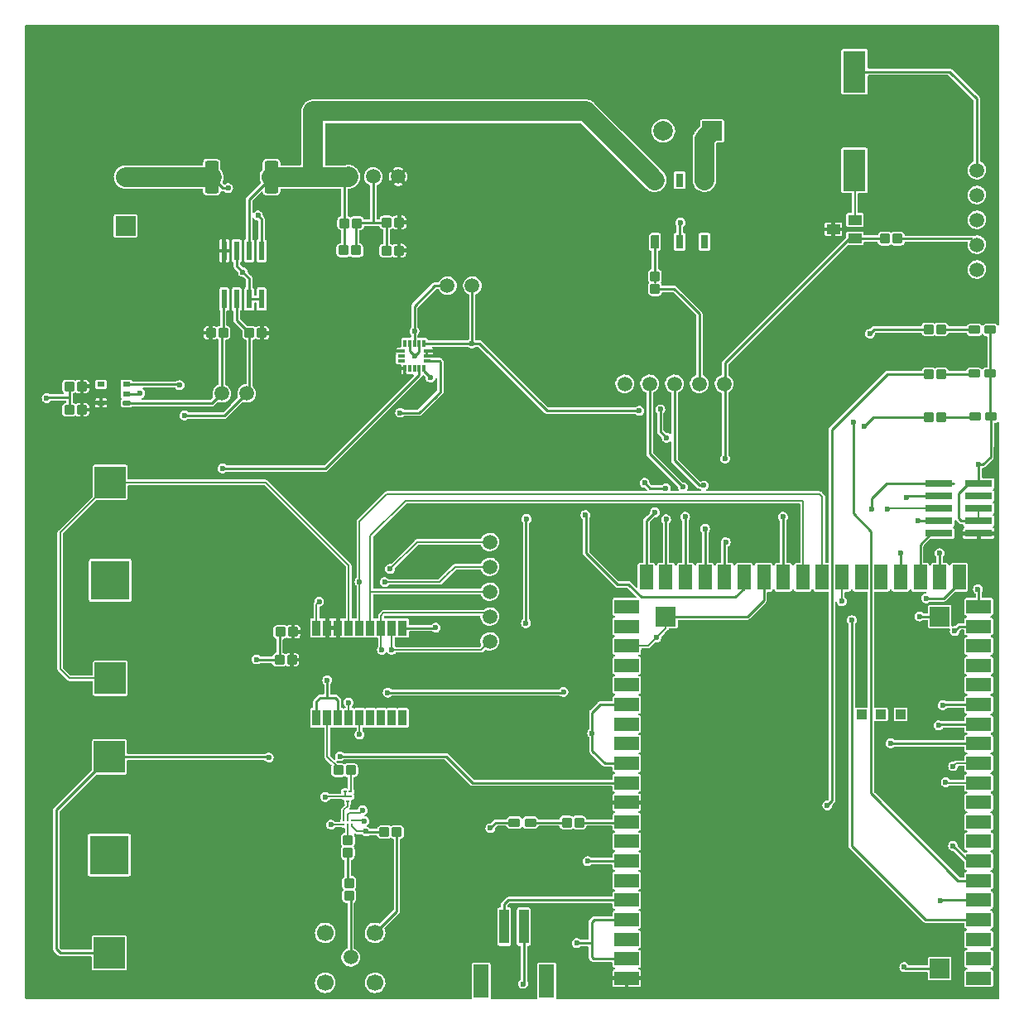
<source format=gbr>
%TF.GenerationSoftware,KiCad,Pcbnew,(5.99.0-10117-g2c3ee0d85f)*%
%TF.CreationDate,2021-04-28T15:15:26+02:00*%
%TF.ProjectId,som asset tracker,736f6d20-6173-4736-9574-20747261636b,rev?*%
%TF.SameCoordinates,Original*%
%TF.FileFunction,Copper,L1,Top*%
%TF.FilePolarity,Positive*%
%FSLAX46Y46*%
G04 Gerber Fmt 4.6, Leading zero omitted, Abs format (unit mm)*
G04 Created by KiCad (PCBNEW (5.99.0-10117-g2c3ee0d85f)) date 2021-04-28 15:15:26*
%MOMM*%
%LPD*%
G01*
G04 APERTURE LIST*
G04 Aperture macros list*
%AMRoundRect*
0 Rectangle with rounded corners*
0 $1 Rounding radius*
0 $2 $3 $4 $5 $6 $7 $8 $9 X,Y pos of 4 corners*
0 Add a 4 corners polygon primitive as box body*
4,1,4,$2,$3,$4,$5,$6,$7,$8,$9,$2,$3,0*
0 Add four circle primitives for the rounded corners*
1,1,$1+$1,$2,$3*
1,1,$1+$1,$4,$5*
1,1,$1+$1,$6,$7*
1,1,$1+$1,$8,$9*
0 Add four rect primitives between the rounded corners*
20,1,$1+$1,$2,$3,$4,$5,0*
20,1,$1+$1,$4,$5,$6,$7,0*
20,1,$1+$1,$6,$7,$8,$9,0*
20,1,$1+$1,$8,$9,$2,$3,0*%
%AMOutline5P*
0 Free polygon, 5 corners , with rotation*
0 The origin of the aperture is its center*
0 number of corners: always 8*
0 $1 to $10 corner X, Y*
0 $11 Rotation angle, in degrees counterclockwise*
0 create outline with 8 corners*
4,1,5,$1,$2,$3,$4,$5,$6,$7,$8,$9,$10,$1,$2,$11*%
%AMOutline6P*
0 Free polygon, 6 corners , with rotation*
0 The origin of the aperture is its center*
0 number of corners: always 6*
0 $1 to $12 corner X, Y*
0 $13 Rotation angle, in degrees counterclockwise*
0 create outline with 6 corners*
4,1,6,$1,$2,$3,$4,$5,$6,$7,$8,$9,$10,$11,$12,$1,$2,$13*%
%AMOutline7P*
0 Free polygon, 7 corners , with rotation*
0 The origin of the aperture is its center*
0 number of corners: always 7*
0 $1 to $14 corner X, Y*
0 $15 Rotation angle, in degrees counterclockwise*
0 create outline with 7 corners*
4,1,7,$1,$2,$3,$4,$5,$6,$7,$8,$9,$10,$11,$12,$13,$14,$1,$2,$15*%
%AMOutline8P*
0 Free polygon, 8 corners , with rotation*
0 The origin of the aperture is its center*
0 number of corners: always 8*
0 $1 to $16 corner X, Y*
0 $17 Rotation angle, in degrees counterclockwise*
0 create outline with 8 corners*
4,1,8,$1,$2,$3,$4,$5,$6,$7,$8,$9,$10,$11,$12,$13,$14,$15,$16,$1,$2,$17*%
G04 Aperture macros list end*
%TA.AperFunction,SMDPad,CuDef*%
%ADD10RoundRect,0.250000X-0.300000X0.250000X-0.300000X-0.250000X0.300000X-0.250000X0.300000X0.250000X0*%
%TD*%
%TA.AperFunction,SMDPad,CuDef*%
%ADD11R,0.800000X0.300000*%
%TD*%
%TA.AperFunction,SMDPad,CuDef*%
%ADD12R,0.300000X0.800000*%
%TD*%
%TA.AperFunction,SMDPad,CuDef*%
%ADD13R,0.800000X0.550000*%
%TD*%
%TA.AperFunction,SMDPad,CuDef*%
%ADD14RoundRect,0.137500X-0.262500X0.137500X-0.262500X-0.137500X0.262500X-0.137500X0.262500X0.137500X0*%
%TD*%
%TA.AperFunction,SMDPad,CuDef*%
%ADD15RoundRect,0.250000X0.300000X-0.250000X0.300000X0.250000X-0.300000X0.250000X-0.300000X-0.250000X0*%
%TD*%
%TA.AperFunction,SMDPad,CuDef*%
%ADD16R,0.325000X0.250000*%
%TD*%
%TA.AperFunction,SMDPad,CuDef*%
%ADD17RoundRect,0.250000X-0.250000X-0.300000X0.250000X-0.300000X0.250000X0.300000X-0.250000X0.300000X0*%
%TD*%
%TA.AperFunction,SMDPad,CuDef*%
%ADD18R,0.600000X1.970000*%
%TD*%
%TA.AperFunction,ComponentPad*%
%ADD19R,2.000000X2.000000*%
%TD*%
%TA.AperFunction,ComponentPad*%
%ADD20C,2.000000*%
%TD*%
%TA.AperFunction,SMDPad,CuDef*%
%ADD21RoundRect,0.250000X0.250000X0.300000X-0.250000X0.300000X-0.250000X-0.300000X0.250000X-0.300000X0*%
%TD*%
%TA.AperFunction,SMDPad,CuDef*%
%ADD22R,1.399540X0.998220*%
%TD*%
%TA.AperFunction,SMDPad,CuDef*%
%ADD23R,1.000000X3.500000*%
%TD*%
%TA.AperFunction,SMDPad,CuDef*%
%ADD24R,1.500000X3.400000*%
%TD*%
%TA.AperFunction,SMDPad,CuDef*%
%ADD25R,3.180000X3.180000*%
%TD*%
%TA.AperFunction,SMDPad,CuDef*%
%ADD26R,3.960000X3.960000*%
%TD*%
%TA.AperFunction,SMDPad,CuDef*%
%ADD27R,2.500000X1.400000*%
%TD*%
%TA.AperFunction,SMDPad,CuDef*%
%ADD28R,1.400000X2.500000*%
%TD*%
%TA.AperFunction,SMDPad,CuDef*%
%ADD29R,2.000000X2.000000*%
%TD*%
%TA.AperFunction,SMDPad,CuDef*%
%ADD30R,1.000000X1.000000*%
%TD*%
%TA.AperFunction,ComponentPad*%
%ADD31C,1.500000*%
%TD*%
%TA.AperFunction,SMDPad,CuDef*%
%ADD32RoundRect,0.212500X-0.400000X-0.212500X0.400000X-0.212500X0.400000X0.212500X-0.400000X0.212500X0*%
%TD*%
%TA.AperFunction,SMDPad,CuDef*%
%ADD33R,2.310000X4.220000*%
%TD*%
%TA.AperFunction,SMDPad,CuDef*%
%ADD34RoundRect,0.212500X0.400000X0.212500X-0.400000X0.212500X-0.400000X-0.212500X0.400000X-0.212500X0*%
%TD*%
%TA.AperFunction,ComponentPad*%
%ADD35C,1.700000*%
%TD*%
%TA.AperFunction,SMDPad,CuDef*%
%ADD36R,0.250000X0.250000*%
%TD*%
%TA.AperFunction,SMDPad,CuDef*%
%ADD37Outline5P,0.400000X0.700000X0.400000X-0.700000X-0.400000X-0.700000X-0.400000X0.540000X-0.240000X0.700000X0.000000*%
%TD*%
%TA.AperFunction,SMDPad,CuDef*%
%ADD38R,0.800000X1.400000*%
%TD*%
%TA.AperFunction,SMDPad,CuDef*%
%ADD39R,2.790000X0.740000*%
%TD*%
%TA.AperFunction,SMDPad,CuDef*%
%ADD40RoundRect,0.249999X-0.450001X-1.425001X0.450001X-1.425001X0.450001X1.425001X-0.450001X1.425001X0*%
%TD*%
%TA.AperFunction,SMDPad,CuDef*%
%ADD41R,0.900000X1.600000*%
%TD*%
%TA.AperFunction,ViaPad*%
%ADD42C,0.600000*%
%TD*%
%TA.AperFunction,Conductor*%
%ADD43C,0.250000*%
%TD*%
%TA.AperFunction,Conductor*%
%ADD44C,0.150000*%
%TD*%
%TA.AperFunction,Conductor*%
%ADD45C,2.000000*%
%TD*%
G04 APERTURE END LIST*
D10*
%TO.P,C12,2*%
%TO.N,GND*%
X102380000Y-92310000D03*
%TO.P,C12,1*%
%TO.N,+3V3*%
X103650000Y-92310000D03*
%TD*%
D11*
%TO.P,U7,16,ADC1*%
%TO.N,unconnected-(U7-Pad16)*%
X136375000Y-89700000D03*
%TO.P,U7,15,ADC2*%
%TO.N,unconnected-(U7-Pad15)*%
X136375000Y-89200000D03*
%TO.P,U7,14,VDD*%
%TO.N,+3V3*%
X136375000Y-88700000D03*
D12*
%TO.P,U7,13,ADC3*%
%TO.N,unconnected-(U7-Pad13)*%
X136650000Y-87925000D03*
%TO.P,U7,12,GND*%
%TO.N,GND*%
X137150000Y-87925000D03*
%TO.P,U7,11,INT1*%
%TO.N,/INT1*%
X137650000Y-87925000D03*
%TO.P,U7,10,GND*%
%TO.N,GND*%
X138150000Y-87925000D03*
%TO.P,U7,9,INT2*%
%TO.N,/INT2*%
X138650000Y-87925000D03*
D11*
%TO.P,U7,8,CS*%
%TO.N,+3V3*%
X138925000Y-88700000D03*
%TO.P,U7,7,SDO/SA0*%
X138925000Y-89200000D03*
%TO.P,U7,6,SDA/SDI/SDO*%
%TO.N,/SDA*%
X138925000Y-89700000D03*
D12*
%TO.P,U7,5,GND*%
%TO.N,GND*%
X138650000Y-90475000D03*
%TO.P,U7,4,SCL/SPC*%
%TO.N,/SCL*%
X138150000Y-90475000D03*
%TO.P,U7,3,NC*%
%TO.N,unconnected-(U7-Pad3)*%
X137650000Y-90475000D03*
%TO.P,U7,2,NC*%
%TO.N,unconnected-(U7-Pad2)*%
X137150000Y-90475000D03*
%TO.P,U7,1,VDD_IO*%
%TO.N,+3V3*%
X136650000Y-90475000D03*
%TD*%
D13*
%TO.P,U6,5,VCC*%
%TO.N,+3V3*%
X105600000Y-94005000D03*
%TO.P,U6,4,NC*%
%TO.N,unconnected-(U6-Pad4)*%
X105600000Y-92105000D03*
%TO.P,U6,3,SDA*%
%TO.N,/SDA*%
X108200000Y-92105000D03*
%TO.P,U6,2,GND*%
%TO.N,GND*%
X108200000Y-93055000D03*
D14*
%TO.P,U6,1,SCL*%
%TO.N,/SCL*%
X108200000Y-94005000D03*
%TD*%
D15*
%TO.P,R12,2*%
%TO.N,/SCL*%
X118090000Y-86820000D03*
%TO.P,R12,1*%
%TO.N,+3V3*%
X116820000Y-86820000D03*
%TD*%
D10*
%TO.P,R11,2*%
%TO.N,/SDA*%
X120790000Y-86840000D03*
%TO.P,R11,1*%
%TO.N,+3V3*%
X122060000Y-86840000D03*
%TD*%
%TO.P,C11,2*%
%TO.N,GND*%
X102380000Y-94700000D03*
%TO.P,C11,1*%
%TO.N,+3V3*%
X103650000Y-94700000D03*
%TD*%
D16*
%TO.P,Z1,1,Input*%
%TO.N,Net-(U4-Pad3)*%
X130830000Y-134760000D03*
%TO.P,Z1,2,GND*%
%TO.N,GND*%
X130542500Y-134260000D03*
%TO.P,Z1,3,GND*%
X130542500Y-133760000D03*
%TO.P,Z1,4,Output*%
%TO.N,Net-(C9-Pad2)*%
X131117500Y-133760000D03*
%TO.P,Z1,5,GND*%
%TO.N,GND*%
X131117500Y-134260000D03*
%TD*%
D17*
%TO.P,C10,1*%
%TO.N,Net-(C10-Pad1)*%
X130975000Y-143105000D03*
%TO.P,C10,2*%
%TO.N,Net-(AE1-Pad1)*%
X130975000Y-144375000D03*
%TD*%
D18*
%TO.P,U1,1,IN+*%
%TO.N,Net-(J1-Pad2)*%
X122005000Y-78430000D03*
%TO.P,U1,2,IN-*%
%TO.N,VDC*%
X120735000Y-78430000D03*
%TO.P,U1,3,GND*%
%TO.N,GND*%
X119465000Y-78430000D03*
%TO.P,U1,4,VS*%
%TO.N,+3V3*%
X118195000Y-78430000D03*
%TO.P,U1,5,SCL*%
%TO.N,/SCL*%
X118195000Y-83370000D03*
%TO.P,U1,6,SDA*%
%TO.N,/SDA*%
X119465000Y-83370000D03*
%TO.P,U1,7,A0*%
%TO.N,GND*%
X120735000Y-83370000D03*
%TO.P,U1,8,A1*%
X122005000Y-83370000D03*
%TD*%
D19*
%TO.P,J2,1,Pin_1*%
%TO.N,Net-(J2-Pad1)*%
X168115000Y-66175000D03*
D20*
%TO.P,J2,2,Pin_2*%
%TO.N,GND*%
X163115000Y-66175000D03*
%TD*%
D15*
%TO.P,R1,1*%
%TO.N,/SOM/RED*%
X190280000Y-95450000D03*
%TO.P,R1,2*%
%TO.N,Net-(D1-Pad2)*%
X191550000Y-95450000D03*
%TD*%
D21*
%TO.P,R10,1*%
%TO.N,/SSR*%
X162250000Y-82320000D03*
%TO.P,R10,2*%
X162250000Y-81050000D03*
%TD*%
D22*
%TO.P,Q1,1*%
%TO.N,/BUZZER*%
X182709640Y-77179960D03*
%TO.P,Q1,2*%
%TO.N,Net-(PZ1-Pad1)*%
X182709640Y-75280040D03*
%TO.P,Q1,3*%
%TO.N,+3V3*%
X180510000Y-76230000D03*
%TD*%
D10*
%TO.P,R4,1*%
%TO.N,/SOM/POWER*%
X154500000Y-136910000D03*
%TO.P,R4,2*%
%TO.N,Net-(D4-Pad2)*%
X153230000Y-136910000D03*
%TD*%
D23*
%TO.P,BT2,1,+*%
%TO.N,/SOM/LIPO*%
X146840000Y-147570000D03*
%TO.P,BT2,2,-*%
%TO.N,GND*%
X148840000Y-147570000D03*
D24*
%TO.P,BT2,M*%
%TO.N,N/C*%
X144490000Y-153120000D03*
%TO.P,BT2,N*%
X151190000Y-153120000D03*
%TD*%
D25*
%TO.P,BT3,1,+*%
%TO.N,Net-(BT3-Pad1)*%
X106550000Y-102120000D03*
X106550000Y-122160000D03*
D26*
%TO.P,BT3,2,-*%
%TO.N,GND*%
X106550000Y-112140000D03*
%TD*%
D27*
%TO.P,mod1,1,VIN*%
%TO.N,+3V3*%
X159372000Y-152845000D03*
%TO.P,mod1,2,GND@2*%
%TO.N,GND*%
X159372000Y-150845000D03*
%TO.P,mod1,3,VBUS*%
%TO.N,unconnected-(mod1-Pad3)*%
X159372000Y-148845000D03*
%TO.P,mod1,4,GND@4*%
%TO.N,GND*%
X159372000Y-146845000D03*
%TO.P,mod1,5,LIPO*%
%TO.N,/SOM/LIPO*%
X159372000Y-144845000D03*
%TO.P,mod1,6,NC@6*%
%TO.N,unconnected-(mod1-Pad6)*%
X159372000Y-142845000D03*
%TO.P,mod1,7,GND@7*%
%TO.N,GND*%
X159372000Y-140845000D03*
%TO.P,mod1,8,PMID*%
%TO.N,unconnected-(mod1-Pad8)*%
X159372000Y-138845000D03*
%TO.P,mod1,9,3V3*%
%TO.N,/SOM/POWER*%
X159372000Y-136845000D03*
%TO.P,mod1,10,VDDA*%
%TO.N,+3V3*%
X159372000Y-134845000D03*
%TO.P,mod1,11,VBAT*%
%TO.N,Net-(BT1-Pad1)*%
X159372000Y-132845000D03*
%TO.P,mod1,12,GND@12*%
%TO.N,GND*%
X159372000Y-130845000D03*
%TO.P,mod1,13,USB+*%
%TO.N,unconnected-(mod1-Pad13)*%
X159372000Y-128845000D03*
%TO.P,mod1,14,USB-*%
%TO.N,unconnected-(mod1-Pad14)*%
X159372000Y-126845000D03*
%TO.P,mod1,15,GND@15*%
%TO.N,GND*%
X159372000Y-124845000D03*
%TO.P,mod1,16,TX*%
%TO.N,unconnected-(mod1-Pad16)*%
X159372000Y-122845000D03*
%TO.P,mod1,17,RX*%
%TO.N,unconnected-(mod1-Pad17)*%
X159372000Y-120845000D03*
%TO.P,mod1,18,GND@18*%
%TO.N,GND*%
X159372000Y-118845000D03*
%TO.P,mod1,19,WKP*%
%TO.N,unconnected-(mod1-Pad19)*%
X159372000Y-116845000D03*
%TO.P,mod1,20,DAC*%
%TO.N,unconnected-(mod1-Pad20)*%
X159372000Y-114845000D03*
D28*
%TO.P,mod1,21,A5*%
%TO.N,/SSR*%
X161380000Y-111837000D03*
%TO.P,mod1,22,A4*%
%TO.N,/LED1*%
X163380000Y-111837000D03*
%TO.P,mod1,23,A3*%
%TO.N,/LED2*%
X165380000Y-111837000D03*
%TO.P,mod1,24,A2*%
%TO.N,/LED3*%
X167380000Y-111837000D03*
%TO.P,mod1,25,A1*%
%TO.N,/BUZZER*%
X169380000Y-111837000D03*
%TO.P,mod1,26,A0*%
%TO.N,/INT1*%
X171380000Y-111837000D03*
%TO.P,mod1,27,GND@27*%
%TO.N,GND*%
X173380000Y-111837000D03*
%TO.P,mod1,28,B5*%
%TO.N,/INT2*%
X175380000Y-111837000D03*
%TO.P,mod1,29,B4*%
%TO.N,/PPS*%
X177380000Y-111837000D03*
%TO.P,mod1,30,B3*%
%TO.N,/WAKE*%
X179380000Y-111837000D03*
%TO.P,mod1,31,B2*%
%TO.N,/RESET*%
X181380000Y-111837000D03*
%TO.P,mod1,32,B1*%
%TO.N,unconnected-(mod1-Pad32)*%
X183380000Y-111837000D03*
%TO.P,mod1,33,B0*%
%TO.N,unconnected-(mod1-Pad33)*%
X185380000Y-111837000D03*
%TO.P,mod1,34,GND@34*%
%TO.N,GND*%
X187380000Y-111837000D03*
%TO.P,mod1,35,D7*%
%TO.N,/SOM/TMS*%
X189380000Y-111837000D03*
%TO.P,mod1,36,D6*%
%TO.N,/SOM/TCK*%
X191380000Y-111837000D03*
%TO.P,mod1,37,D5*%
%TO.N,/SOM/TDI*%
X193380000Y-111837000D03*
D27*
%TO.P,mod1,38,D4*%
%TO.N,/SOM/TDO*%
X195388000Y-114845000D03*
%TO.P,mod1,39,D3*%
%TO.N,/SOM/TRST*%
X195388000Y-116845000D03*
%TO.P,mod1,40,D2*%
%TO.N,unconnected-(mod1-Pad40)*%
X195388000Y-118845000D03*
%TO.P,mod1,41,D1*%
%TO.N,unconnected-(mod1-Pad41)*%
X195388000Y-120845000D03*
%TO.P,mod1,42,D0*%
%TO.N,unconnected-(mod1-Pad42)*%
X195388000Y-122845000D03*
%TO.P,mod1,43,GND@43*%
%TO.N,GND*%
X195388000Y-124845000D03*
%TO.P,mod1,44,C5*%
%TO.N,/SCL*%
X195388000Y-126845000D03*
%TO.P,mod1,45,C4*%
%TO.N,/SDA*%
X195388000Y-128845000D03*
%TO.P,mod1,46,C3*%
%TO.N,/TX*%
X195388000Y-130845000D03*
%TO.P,mod1,47,C2*%
%TO.N,/RX*%
X195388000Y-132845000D03*
%TO.P,mod1,48,C1*%
%TO.N,unconnected-(mod1-Pad48)*%
X195388000Y-134845000D03*
%TO.P,mod1,49,C0*%
%TO.N,unconnected-(mod1-Pad49)*%
X195388000Y-136845000D03*
%TO.P,mod1,50,NC@50*%
%TO.N,unconnected-(mod1-Pad50)*%
X195388000Y-138845000D03*
%TO.P,mod1,51,GND@51*%
%TO.N,GND*%
X195388000Y-140845000D03*
%TO.P,mod1,52,BLUE*%
%TO.N,/SOM/BLUE*%
X195388000Y-142845000D03*
%TO.P,mod1,53,GREEN*%
%TO.N,/SOM/GREEN*%
X195388000Y-144845000D03*
%TO.P,mod1,54,RED*%
%TO.N,/SOM/RED*%
X195388000Y-146845000D03*
%TO.P,mod1,55,~MODE*%
%TO.N,unconnected-(mod1-Pad55)*%
X195388000Y-148845000D03*
%TO.P,mod1,56,~RESET*%
%TO.N,unconnected-(mod1-Pad56)*%
X195388000Y-150845000D03*
%TO.P,mod1,57,STAT*%
%TO.N,unconnected-(mod1-Pad57)*%
X195388000Y-152845000D03*
D29*
%TO.P,mod1,58,GND@PADS*%
%TO.N,GND*%
X191380000Y-151845000D03*
%TO.P,mod1,59,GND@PADS*%
X191380000Y-115845000D03*
%TO.P,mod1,60,GND@PADS*%
X163380000Y-115845000D03*
D30*
%TO.P,mod1,61,UB_USB+*%
%TO.N,unconnected-(mod1-Pad61)*%
X183380000Y-125845000D03*
%TO.P,mod1,62,UB_USB-*%
%TO.N,unconnected-(mod1-Pad62)*%
X185380000Y-125845000D03*
%TO.P,mod1,63,UB_VUSB_DET*%
%TO.N,unconnected-(mod1-Pad63)*%
X187380000Y-125845000D03*
%TD*%
D31*
%TO.P,U2,1,IN*%
%TO.N,VDC*%
X130910000Y-70850000D03*
%TO.P,U2,2,GND*%
%TO.N,GND*%
X133450000Y-70850000D03*
%TO.P,U2,3,OUT*%
%TO.N,+3V3*%
X135990000Y-70850000D03*
%TD*%
D15*
%TO.P,R9,1*%
%TO.N,/BUZZER*%
X185789640Y-77199960D03*
%TO.P,R9,2*%
%TO.N,GND*%
X187059640Y-77199960D03*
%TD*%
D10*
%TO.P,C3,1*%
%TO.N,+3V3*%
X136070000Y-78420000D03*
%TO.P,C3,2*%
%TO.N,GND*%
X134800000Y-78420000D03*
%TD*%
D31*
%TO.P,J5,1,Pin_1*%
%TO.N,/LED1*%
X159170000Y-92050000D03*
%TO.P,J5,2,Pin_2*%
%TO.N,/LED2*%
X161710000Y-92050000D03*
%TO.P,J5,3,Pin_3*%
%TO.N,/LED3*%
X164250000Y-92050000D03*
%TO.P,J5,4,Pin_4*%
%TO.N,/SSR*%
X166790000Y-92050000D03*
%TO.P,J5,5,Pin_5*%
%TO.N,/BUZZER*%
X169330000Y-92050000D03*
%TD*%
D10*
%TO.P,C4,1*%
%TO.N,+3V3*%
X136095000Y-75535000D03*
%TO.P,C4,2*%
%TO.N,GND*%
X134825000Y-75535000D03*
%TD*%
%TO.P,C7,1*%
%TO.N,+3V3*%
X125240000Y-117405000D03*
%TO.P,C7,2*%
%TO.N,GND*%
X123970000Y-117405000D03*
%TD*%
D32*
%TO.P,D4,1,K*%
%TO.N,GND*%
X147880000Y-136910000D03*
%TO.P,D4,2,A*%
%TO.N,Net-(D4-Pad2)*%
X149505000Y-136910000D03*
%TD*%
D15*
%TO.P,C2,1*%
%TO.N,VDC*%
X130420000Y-78390000D03*
%TO.P,C2,2*%
%TO.N,GND*%
X131690000Y-78390000D03*
%TD*%
%TO.P,R2,1*%
%TO.N,/SOM/GREEN*%
X190290000Y-91040000D03*
%TO.P,R2,2*%
%TO.N,Net-(D2-Pad2)*%
X191560000Y-91040000D03*
%TD*%
D10*
%TO.P,C8,1*%
%TO.N,+3V3*%
X125120000Y-120270000D03*
%TO.P,C8,2*%
%TO.N,GND*%
X123850000Y-120270000D03*
%TD*%
D19*
%TO.P,J1,1,Pin_1*%
%TO.N,GND*%
X108115000Y-75885000D03*
D20*
%TO.P,J1,2,Pin_2*%
%TO.N,Net-(J1-Pad2)*%
X108115000Y-70885000D03*
%TD*%
D17*
%TO.P,L1,1*%
%TO.N,Net-(L1-Pad1)*%
X130855000Y-138725000D03*
%TO.P,L1,2*%
%TO.N,Net-(C10-Pad1)*%
X130855000Y-139995000D03*
%TD*%
D31*
%TO.P,J3,1,Pin_1*%
%TO.N,GND*%
X195190000Y-80350000D03*
%TO.P,J3,2,Pin_2*%
X195190000Y-77810000D03*
%TO.P,J3,3,Pin_3*%
X195190000Y-75270000D03*
%TO.P,J3,4,Pin_4*%
X195190000Y-72730000D03*
%TO.P,J3,5,Pin_5*%
X195190000Y-70190000D03*
%TD*%
D33*
%TO.P,PZ1,1*%
%TO.N,Net-(PZ1-Pad1)*%
X182670000Y-70205000D03*
%TO.P,PZ1,2*%
%TO.N,GND*%
X182670000Y-60115000D03*
%TD*%
D15*
%TO.P,R3,1*%
%TO.N,/SOM/BLUE*%
X190260000Y-86470000D03*
%TO.P,R3,2*%
%TO.N,Net-(D3-Pad2)*%
X191530000Y-86470000D03*
%TD*%
%TO.P,C9,1*%
%TO.N,Net-(C9-Pad1)*%
X129870000Y-131560000D03*
%TO.P,C9,2*%
%TO.N,Net-(C9-Pad2)*%
X131140000Y-131560000D03*
%TD*%
D25*
%TO.P,BT1,1,+*%
%TO.N,Net-(BT1-Pad1)*%
X106450000Y-150250000D03*
X106450000Y-130210000D03*
D26*
%TO.P,BT1,2,-*%
%TO.N,GND*%
X106450000Y-140230000D03*
%TD*%
D34*
%TO.P,D1,1,K*%
%TO.N,GND*%
X196622500Y-95410000D03*
%TO.P,D1,2,A*%
%TO.N,Net-(D1-Pad2)*%
X194997500Y-95410000D03*
%TD*%
D31*
%TO.P,AE1,1,A*%
%TO.N,Net-(AE1-Pad1)*%
X131130000Y-150700000D03*
D35*
%TO.P,AE1,2,Shield*%
%TO.N,GND*%
X133630000Y-148200000D03*
X128530000Y-148200000D03*
X128530000Y-153300000D03*
X133630000Y-153300000D03*
%TD*%
D31*
%TO.P,J7,1,Pin_1*%
%TO.N,/SCL*%
X117960000Y-93020000D03*
%TO.P,J7,2,Pin_2*%
%TO.N,/SDA*%
X120500000Y-93020000D03*
%TD*%
D36*
%TO.P,U4,1,GND*%
%TO.N,GND*%
X131240000Y-136700000D03*
%TO.P,U4,2,VCC*%
%TO.N,VCC*%
X130840000Y-136700000D03*
%TO.P,U4,3,AO*%
%TO.N,Net-(U4-Pad3)*%
X130440000Y-136700000D03*
%TO.P,U4,4,GND_RF*%
%TO.N,GND*%
X130440000Y-137100000D03*
%TO.P,U4,5,AI*%
%TO.N,Net-(L1-Pad1)*%
X130840000Y-137100000D03*
%TO.P,U4,6,PON*%
%TO.N,/gps/ANT_OFF*%
X131240000Y-137100000D03*
%TD*%
D15*
%TO.P,R8,1*%
%TO.N,/gps/ANT_OFF*%
X134595000Y-137875000D03*
%TO.P,R8,2*%
%TO.N,GND*%
X135865000Y-137875000D03*
%TD*%
D31*
%TO.P,J6,1,Pin_1*%
%TO.N,/INT1*%
X141030000Y-82000000D03*
%TO.P,J6,2,Pin_2*%
%TO.N,/INT2*%
X143570000Y-82000000D03*
%TD*%
%TO.P,J4,1,Pin_1*%
%TO.N,/TX*%
X145360000Y-118380000D03*
%TO.P,J4,2,Pin_2*%
%TO.N,/RX*%
X145360000Y-115840000D03*
%TO.P,J4,3,Pin_3*%
%TO.N,/PPS*%
X145360000Y-113300000D03*
%TO.P,J4,4,Pin_4*%
%TO.N,/WAKE*%
X145360000Y-110760000D03*
%TO.P,J4,5,Pin_5*%
%TO.N,/RESET*%
X145360000Y-108220000D03*
%TD*%
D15*
%TO.P,C1,1*%
%TO.N,VDC*%
X130505000Y-75605000D03*
%TO.P,C1,2*%
%TO.N,GND*%
X131775000Y-75605000D03*
%TD*%
D37*
%TO.P,U5,1,Anode*%
%TO.N,/SSR*%
X162240000Y-77520000D03*
D38*
%TO.P,U5,2,Catode*%
%TO.N,GND*%
X164780000Y-77520000D03*
%TO.P,U5,3*%
%TO.N,unconnected-(U5-Pad3)*%
X167320000Y-77520000D03*
%TO.P,U5,4,OUT1*%
%TO.N,Net-(J2-Pad1)*%
X167320000Y-71220000D03*
%TO.P,U5,5,OUT2*%
%TO.N,unconnected-(U5-Pad5)*%
X164780000Y-71220000D03*
%TO.P,U5,6,OUT3*%
%TO.N,VDC*%
X162240000Y-71220000D03*
%TD*%
D39*
%TO.P,CON1,1,VCC*%
%TO.N,+3V3*%
X195375000Y-107340000D03*
%TO.P,CON1,2,SWDIO/TMS*%
%TO.N,/SOM/TMS*%
X191305000Y-107340000D03*
%TO.P,CON1,3,GND*%
%TO.N,GND*%
X195375000Y-106070000D03*
%TO.P,CON1,4,SWDCLK/TCK*%
%TO.N,/SOM/TCK*%
X191305000Y-106070000D03*
%TO.P,CON1,5,GND*%
%TO.N,GND*%
X195375000Y-104800000D03*
%TO.P,CON1,6,SWO/TDO*%
%TO.N,/SOM/TDO*%
X191305000Y-104800000D03*
%TO.P,CON1,7,KEY*%
%TO.N,unconnected-(CON1-Pad7)*%
X195375000Y-103530000D03*
%TO.P,CON1,8,NC/TDI*%
%TO.N,/SOM/TDI*%
X191305000Y-103530000D03*
%TO.P,CON1,9,GND*%
%TO.N,GND*%
X195375000Y-102260000D03*
%TO.P,CON1,10,tRST*%
%TO.N,/SOM/TRST*%
X191305000Y-102260000D03*
%TD*%
D34*
%TO.P,D3,1,K*%
%TO.N,GND*%
X196562500Y-86520000D03*
%TO.P,D3,2,A*%
%TO.N,Net-(D3-Pad2)*%
X194937500Y-86520000D03*
%TD*%
D40*
%TO.P,R7,1*%
%TO.N,Net-(J1-Pad2)*%
X116930000Y-70880000D03*
%TO.P,R7,2*%
%TO.N,VDC*%
X123030000Y-70880000D03*
%TD*%
D34*
%TO.P,D2,1,K*%
%TO.N,GND*%
X196535000Y-91010000D03*
%TO.P,D2,2,A*%
%TO.N,Net-(D2-Pad2)*%
X194910000Y-91010000D03*
%TD*%
D41*
%TO.P,mod2,1,GND*%
%TO.N,GND*%
X136440000Y-117010000D03*
%TO.P,mod2,2,TX*%
%TO.N,/TX*%
X135340000Y-117010000D03*
%TO.P,mod2,3,RX*%
%TO.N,/RX*%
X134240000Y-117010000D03*
%TO.P,mod2,4,PPS*%
%TO.N,/PPS*%
X133140000Y-117010000D03*
%TO.P,mod2,5,WAKE*%
%TO.N,/WAKE*%
X132040000Y-117010000D03*
%TO.P,mod2,6,VBAT*%
%TO.N,Net-(BT3-Pad1)*%
X130940000Y-117010000D03*
%TO.P,mod2,7,VCC_IO*%
%TO.N,+3V3*%
X129840000Y-117010000D03*
%TO.P,mod2,8,VCC*%
X128740000Y-117010000D03*
%TO.P,mod2,9,SYS_RESET*%
%TO.N,/RESET*%
X127640000Y-117010000D03*
%TO.P,mod2,10,GND_RF*%
%TO.N,GND*%
X127640000Y-126210000D03*
%TO.P,mod2,11,RF_IN*%
%TO.N,Net-(C9-Pad1)*%
X128740000Y-126210000D03*
%TO.P,mod2,12,GND_RF*%
%TO.N,GND*%
X129840000Y-126210000D03*
%TO.P,mod2,13,ANT_OFF*%
%TO.N,/gps/ANT_OFF*%
X130940000Y-126210000D03*
%TO.P,mod2,14,VCC_RF*%
%TO.N,VCC*%
X132040000Y-126210000D03*
%TO.P,mod2,15,RESERVED*%
%TO.N,unconnected-(mod2-Pad15)*%
X133140000Y-126210000D03*
%TO.P,mod2,16,SDA*%
%TO.N,unconnected-(mod2-Pad16)*%
X134240000Y-126210000D03*
%TO.P,mod2,17,SCL*%
%TO.N,unconnected-(mod2-Pad17)*%
X135340000Y-126210000D03*
%TO.P,mod2,18,RESERVED*%
%TO.N,unconnected-(mod2-Pad18)*%
X136440000Y-126210000D03*
%TD*%
D42*
%TO.N,GND*%
X187750000Y-151700000D03*
X192750000Y-139300000D03*
X100050000Y-93500000D03*
%TO.N,/INT2*%
X143525000Y-87925000D03*
%TO.N,/INT1*%
X137650000Y-86650000D03*
X155150000Y-105450000D03*
%TO.N,GND*%
X137675000Y-89175000D03*
X139300000Y-91400000D03*
%TO.N,/INT2*%
X160650000Y-94800000D03*
X162800000Y-94650000D03*
X163450000Y-97550000D03*
X175350000Y-105650000D03*
%TO.N,/SDA*%
X136200000Y-95000000D03*
%TO.N,/SCL*%
X118050000Y-100700000D03*
%TO.N,GND*%
X109620000Y-93030000D03*
%TO.N,/SDA*%
X114140000Y-95280000D03*
X113640000Y-92170000D03*
%TO.N,/LED1*%
X163390000Y-105900000D03*
X161190000Y-102160000D03*
X163380000Y-102730000D03*
%TO.N,/LED2*%
X165120000Y-102610000D03*
X165350000Y-105630000D03*
%TO.N,/LED3*%
X167250000Y-102440000D03*
X167380000Y-106860000D03*
%TO.N,/SCL*%
X191270000Y-126980000D03*
X152890000Y-123560000D03*
X134930000Y-123620000D03*
%TO.N,/SDA*%
X149130000Y-105860000D03*
X149070000Y-116510000D03*
X186350000Y-128810000D03*
%TO.N,GND*%
X148770000Y-153420000D03*
X187380000Y-109310000D03*
X154250000Y-149240000D03*
X132540000Y-136760000D03*
X164880000Y-75550000D03*
X155380000Y-140870000D03*
X106750000Y-112270000D03*
X120110000Y-80600000D03*
X128750000Y-122350000D03*
X189310000Y-115830000D03*
X121520000Y-120230000D03*
X145420000Y-137490000D03*
X106480000Y-140270000D03*
X162395000Y-117995000D03*
X155840000Y-127760000D03*
X195340000Y-100300000D03*
X129110000Y-137120000D03*
X191700000Y-124910000D03*
X139820000Y-116970000D03*
X128520000Y-134300000D03*
%TO.N,Net-(BT1-Pad1)*%
X130030000Y-130130000D03*
X122760000Y-130260000D03*
%TO.N,/SOM/TRST*%
X192920000Y-117320000D03*
X184420000Y-104890000D03*
%TO.N,/SOM/TDI*%
X188020000Y-103650000D03*
X190000000Y-113980000D03*
%TO.N,/SOM/TDO*%
X186010000Y-104830000D03*
X195300000Y-113040000D03*
%TO.N,/SOM/TCK*%
X189130000Y-106050000D03*
X191370000Y-109350000D03*
%TO.N,Net-(J1-Pad2)*%
X118600000Y-72030000D03*
X121650000Y-74830000D03*
%TO.N,/BUZZER*%
X169420000Y-99690000D03*
X169490000Y-108240000D03*
%TO.N,/SSR*%
X162260000Y-105180000D03*
%TO.N,/RESET*%
X127910000Y-114320000D03*
X135160000Y-110980000D03*
X181370000Y-114280000D03*
%TO.N,/WAKE*%
X132040000Y-112270000D03*
X134600000Y-112310000D03*
%TO.N,/RX*%
X192000000Y-132790000D03*
X134330000Y-119250000D03*
%TO.N,/TX*%
X192760000Y-131150000D03*
X135310000Y-119250000D03*
%TO.N,/SOM/RED*%
X183660000Y-96400000D03*
X182390000Y-116200000D03*
%TO.N,/SOM/GREEN*%
X179890000Y-135160000D03*
X191450000Y-144900000D03*
%TO.N,/SOM/BLUE*%
X184250000Y-86910000D03*
X182550000Y-95970000D03*
%TO.N,/gps/ANT_OFF*%
X130930000Y-124640000D03*
X132710000Y-137830000D03*
%TO.N,VCC*%
X132040000Y-127900000D03*
X132350000Y-135660000D03*
%TD*%
D43*
%TO.N,/INT1*%
X155200000Y-109350000D02*
X155200000Y-109200000D01*
X158400000Y-112550000D02*
X155200000Y-109350000D01*
X159550000Y-112550000D02*
X158400000Y-112550000D01*
X160870489Y-113870489D02*
X159550000Y-112550000D01*
X170470489Y-113870489D02*
X160870489Y-113870489D01*
X171380000Y-112960978D02*
X170470489Y-113870489D01*
X171380000Y-111837000D02*
X171380000Y-112960978D01*
D44*
X171380000Y-111837000D02*
X171380000Y-112820000D01*
D43*
X155200000Y-109200000D02*
X155200000Y-106250000D01*
X155200000Y-106250000D02*
X155200000Y-105500000D01*
D44*
X155200000Y-105500000D02*
X155150000Y-105450000D01*
D43*
%TO.N,/INT2*%
X162800000Y-96900000D02*
X163450000Y-97550000D01*
X162800000Y-94650000D02*
X162800000Y-96900000D01*
%TO.N,/SSR*%
X164835000Y-82925000D02*
X164230000Y-82320000D01*
X164230000Y-82320000D02*
X162250000Y-82320000D01*
%TO.N,GND*%
X194579960Y-77199960D02*
X195190000Y-77810000D01*
X187059640Y-77199960D02*
X194579960Y-77199960D01*
X187895000Y-151845000D02*
X187750000Y-151700000D01*
X191380000Y-151845000D02*
X187895000Y-151845000D01*
X194295000Y-140845000D02*
X192750000Y-139300000D01*
X195388000Y-140845000D02*
X194295000Y-140845000D01*
X173380000Y-114160000D02*
X171695000Y-115845000D01*
X171695000Y-115845000D02*
X163380000Y-115845000D01*
X173380000Y-111837000D02*
X173380000Y-114160000D01*
%TO.N,/SCL*%
X138150000Y-91125000D02*
X128575000Y-100700000D01*
X138150000Y-90475000D02*
X138150000Y-91125000D01*
X128575000Y-100700000D02*
X118050000Y-100700000D01*
%TO.N,GND*%
X100130000Y-93420000D02*
X100050000Y-93500000D01*
X102380000Y-93420000D02*
X100130000Y-93420000D01*
X102380000Y-93420000D02*
X102380000Y-92310000D01*
X102380000Y-94700000D02*
X102380000Y-93420000D01*
%TO.N,/INT1*%
X137650000Y-84100000D02*
X139750000Y-82000000D01*
X139750000Y-82000000D02*
X141030000Y-82000000D01*
X137650000Y-86650000D02*
X137650000Y-84100000D01*
%TO.N,/INT2*%
X143570000Y-82000000D02*
X143570000Y-87880000D01*
D44*
X143570000Y-87880000D02*
X143525000Y-87925000D01*
D43*
X143525000Y-87925000D02*
X138650000Y-87925000D01*
X144325000Y-87925000D02*
X143525000Y-87925000D01*
%TO.N,GND*%
X137675000Y-89175000D02*
X137700000Y-89200000D01*
X138650000Y-90750000D02*
X139300000Y-91400000D01*
X138650000Y-90475000D02*
X138650000Y-90750000D01*
X138150000Y-88750000D02*
X138150000Y-87925000D01*
X137700000Y-89200000D02*
X138150000Y-88750000D01*
X137150000Y-87925000D02*
X137150000Y-88650000D01*
X137150000Y-88650000D02*
X137675000Y-89175000D01*
%TO.N,/INT1*%
X137650000Y-87925000D02*
X137650000Y-86650000D01*
%TO.N,/INT2*%
X151200000Y-94800000D02*
X144325000Y-87925000D01*
X160650000Y-94800000D02*
X151200000Y-94800000D01*
X175380000Y-111837000D02*
X175380000Y-105680000D01*
X175380000Y-105680000D02*
X175350000Y-105650000D01*
%TO.N,/SDA*%
X138150000Y-95000000D02*
X136200000Y-95000000D01*
X139850000Y-93300000D02*
X138150000Y-95000000D01*
X140300000Y-92850000D02*
X139850000Y-93300000D01*
X140300000Y-89800000D02*
X140300000Y-92850000D01*
X140200000Y-89700000D02*
X140300000Y-89800000D01*
X138925000Y-89700000D02*
X140200000Y-89700000D01*
%TO.N,GND*%
X109595000Y-93055000D02*
X109620000Y-93030000D01*
X108200000Y-93055000D02*
X109595000Y-93055000D01*
%TO.N,/SDA*%
X114140000Y-95280000D02*
X118240000Y-95280000D01*
X118240000Y-95280000D02*
X120500000Y-93020000D01*
X113575000Y-92105000D02*
X113640000Y-92170000D01*
X108200000Y-92105000D02*
X113575000Y-92105000D01*
%TO.N,/SCL*%
X116975000Y-94005000D02*
X117960000Y-93020000D01*
X108200000Y-94005000D02*
X116975000Y-94005000D01*
%TO.N,/LED1*%
X161760000Y-102730000D02*
X163380000Y-102730000D01*
X161190000Y-102160000D02*
X161760000Y-102730000D01*
X163380000Y-105910000D02*
X163390000Y-105900000D01*
X163380000Y-111837000D02*
X163380000Y-105910000D01*
%TO.N,/LED2*%
X161710000Y-99200000D02*
X161710000Y-92050000D01*
X165120000Y-102610000D02*
X161710000Y-99200000D01*
D44*
%TO.N,/WAKE*%
X132040000Y-106100000D02*
X134830000Y-103310000D01*
%TO.N,/PPS*%
X177380000Y-111837000D02*
X177380000Y-103970000D01*
X177380000Y-103970000D02*
X136720000Y-103970000D01*
X136720000Y-103970000D02*
X133140000Y-107550000D01*
X133140000Y-107550000D02*
X133140000Y-113300000D01*
%TO.N,/WAKE*%
X134830000Y-103310000D02*
X179100000Y-103310000D01*
X132040000Y-112270000D02*
X132040000Y-106100000D01*
X179100000Y-103310000D02*
X179380000Y-103590000D01*
X179380000Y-103590000D02*
X179380000Y-111837000D01*
D43*
%TO.N,/LED2*%
X165380000Y-105660000D02*
X165350000Y-105630000D01*
X165380000Y-111837000D02*
X165380000Y-105660000D01*
%TO.N,/LED3*%
X166790000Y-102440000D02*
X164250000Y-99900000D01*
X167250000Y-102440000D02*
X166790000Y-102440000D01*
X164250000Y-99900000D02*
X164250000Y-92050000D01*
X167380000Y-111837000D02*
X167380000Y-106860000D01*
%TO.N,GND*%
X128750000Y-124140000D02*
X128750000Y-122350000D01*
%TO.N,/SCL*%
X152830000Y-123620000D02*
X134930000Y-123620000D01*
X152890000Y-123560000D02*
X152830000Y-123620000D01*
X191405000Y-126845000D02*
X195388000Y-126845000D01*
X191270000Y-126980000D02*
X191405000Y-126845000D01*
%TO.N,/SDA*%
X149070000Y-105920000D02*
X149130000Y-105860000D01*
X149070000Y-116510000D02*
X149070000Y-105920000D01*
X186385000Y-128845000D02*
X186350000Y-128810000D01*
X195388000Y-128845000D02*
X186385000Y-128845000D01*
X120790000Y-92730000D02*
X120500000Y-93020000D01*
X120790000Y-86840000D02*
X120790000Y-92730000D01*
%TO.N,/SCL*%
X117960000Y-93020000D02*
X117960000Y-86950000D01*
X117960000Y-86950000D02*
X118090000Y-86820000D01*
%TO.N,/SDA*%
X119465000Y-85515000D02*
X119465000Y-83370000D01*
X120790000Y-86840000D02*
X119465000Y-85515000D01*
%TO.N,/SCL*%
X118100000Y-83485000D02*
X118090000Y-83475000D01*
X118100000Y-86810000D02*
X118100000Y-83485000D01*
X118090000Y-86820000D02*
X118100000Y-86810000D01*
D44*
X118090000Y-83475000D02*
X118195000Y-83370000D01*
D43*
%TO.N,GND*%
X133450000Y-70850000D02*
X133450000Y-75490000D01*
X159372000Y-140845000D02*
X155405000Y-140845000D01*
X159372000Y-124845000D02*
X156655000Y-124845000D01*
X193330000Y-103280000D02*
X194350000Y-102260000D01*
X121560000Y-120270000D02*
X121520000Y-120230000D01*
X195375000Y-106070000D02*
X193600000Y-106070000D01*
X134825000Y-75535000D02*
X133495000Y-75535000D01*
X148840000Y-153350000D02*
X148770000Y-153420000D01*
X193330000Y-105800000D02*
X193330000Y-103280000D01*
X191380000Y-115845000D02*
X189325000Y-115845000D01*
X135865000Y-137875000D02*
X135865000Y-145965000D01*
X157125000Y-130845000D02*
X159372000Y-130845000D01*
X196562500Y-86520000D02*
X196562500Y-90982500D01*
X156655000Y-124845000D02*
X155840000Y-125660000D01*
X128010000Y-124140000D02*
X127640000Y-124510000D01*
X123850000Y-120270000D02*
X121560000Y-120270000D01*
X134800000Y-75560000D02*
X134825000Y-75535000D01*
X195800000Y-100300000D02*
X195340000Y-100300000D01*
X120110000Y-80600000D02*
X120735000Y-81225000D01*
X195388000Y-124845000D02*
X191765000Y-124845000D01*
X196580000Y-98340000D02*
X196580000Y-99520000D01*
X196535000Y-91010000D02*
X196535000Y-95322500D01*
X159372000Y-146845000D02*
X156065000Y-146845000D01*
X196535000Y-95322500D02*
X196622500Y-95410000D01*
D44*
X131240000Y-136700000D02*
X132480000Y-136700000D01*
D43*
X154260000Y-149250000D02*
X154250000Y-149240000D01*
X156065000Y-146845000D02*
X155790000Y-147120000D01*
D44*
X131117500Y-134260000D02*
X131107500Y-134250000D01*
D43*
X196562500Y-90982500D02*
X196535000Y-91010000D01*
D44*
X131107500Y-134250000D02*
X128570000Y-134250000D01*
D43*
X119465000Y-79955000D02*
X120110000Y-80600000D01*
X155840000Y-125660000D02*
X155840000Y-127760000D01*
X148840000Y-147570000D02*
X148840000Y-153350000D01*
X120735000Y-83370000D02*
X122005000Y-83370000D01*
X182670000Y-60115000D02*
X192415000Y-60115000D01*
X129840000Y-126210000D02*
X129840000Y-124450000D01*
X155840000Y-129560000D02*
X157125000Y-130845000D01*
X196580000Y-99520000D02*
X195800000Y-100300000D01*
X195375000Y-102260000D02*
X195375000Y-100335000D01*
X129530000Y-124140000D02*
X128750000Y-124140000D01*
D44*
X132480000Y-136700000D02*
X132540000Y-136760000D01*
D43*
X195190000Y-62890000D02*
X195190000Y-70190000D01*
X189325000Y-115845000D02*
X189310000Y-115830000D01*
D44*
X195375000Y-106070000D02*
X195375000Y-104800000D01*
D43*
X195375000Y-100335000D02*
X195340000Y-100300000D01*
X127640000Y-124510000D02*
X127640000Y-126210000D01*
X139780000Y-117010000D02*
X139820000Y-116970000D01*
D44*
X130542500Y-133760000D02*
X130542500Y-134260000D01*
D43*
X164780000Y-75650000D02*
X164880000Y-75550000D01*
X192415000Y-60115000D02*
X195190000Y-62890000D01*
X155790000Y-147120000D02*
X155790000Y-149250000D01*
X119465000Y-78430000D02*
X119465000Y-79955000D01*
X187380000Y-111837000D02*
X187380000Y-109310000D01*
X133450000Y-75490000D02*
X133495000Y-75535000D01*
X155790000Y-149250000D02*
X155790000Y-150680000D01*
X155840000Y-127760000D02*
X155840000Y-129560000D01*
X155790000Y-149250000D02*
X154260000Y-149250000D01*
X135865000Y-145965000D02*
X133630000Y-148200000D01*
D44*
X163380000Y-117010000D02*
X162395000Y-117995000D01*
D43*
X155405000Y-140845000D02*
X155380000Y-140870000D01*
X196622500Y-98297500D02*
X196580000Y-98340000D01*
X194350000Y-102260000D02*
X195375000Y-102260000D01*
X193600000Y-106070000D02*
X193330000Y-105800000D01*
X196622500Y-95410000D02*
X196622500Y-98297500D01*
X146000000Y-136910000D02*
X145420000Y-137490000D01*
X120735000Y-81225000D02*
X120735000Y-83370000D01*
D44*
X161545000Y-118845000D02*
X159372000Y-118845000D01*
D43*
X128750000Y-124140000D02*
X128010000Y-124140000D01*
X134800000Y-78420000D02*
X134800000Y-75560000D01*
X131690000Y-78390000D02*
X131690000Y-75690000D01*
D44*
X128570000Y-134250000D02*
X128520000Y-134300000D01*
D43*
X191765000Y-124845000D02*
X191700000Y-124910000D01*
X155955000Y-150845000D02*
X159372000Y-150845000D01*
D44*
X162395000Y-117995000D02*
X161545000Y-118845000D01*
D43*
X133495000Y-75535000D02*
X131845000Y-75535000D01*
D44*
X163380000Y-115845000D02*
X163380000Y-117010000D01*
D43*
X123850000Y-120270000D02*
X123850000Y-117525000D01*
X164780000Y-77520000D02*
X164780000Y-75650000D01*
X155790000Y-150680000D02*
X155955000Y-150845000D01*
X136440000Y-117010000D02*
X139780000Y-117010000D01*
X123850000Y-117525000D02*
X123970000Y-117405000D01*
D44*
X129130000Y-137100000D02*
X129110000Y-137120000D01*
D43*
X147880000Y-136910000D02*
X146000000Y-136910000D01*
X131690000Y-75690000D02*
X131775000Y-75605000D01*
D44*
X130440000Y-137100000D02*
X129130000Y-137100000D01*
D43*
X129840000Y-124450000D02*
X129530000Y-124140000D01*
X131845000Y-75535000D02*
X131775000Y-75605000D01*
%TO.N,Net-(AE1-Pad1)*%
X131130000Y-150700000D02*
X131130000Y-144530000D01*
X131130000Y-144530000D02*
X130975000Y-144375000D01*
%TO.N,Net-(BT1-Pad1)*%
X101030000Y-135630000D02*
X101030000Y-149840000D01*
X122710000Y-130210000D02*
X122760000Y-130260000D01*
X101030000Y-149840000D02*
X101440000Y-150250000D01*
X101440000Y-150250000D02*
X106450000Y-150250000D01*
X130030000Y-130130000D02*
X140890000Y-130130000D01*
X106450000Y-130210000D02*
X101030000Y-135630000D01*
X140890000Y-130130000D02*
X143605000Y-132845000D01*
X106450000Y-130210000D02*
X122710000Y-130210000D01*
X105190000Y-129740000D02*
X105190000Y-129710000D01*
X143605000Y-132845000D02*
X159372000Y-132845000D01*
%TO.N,/SOM/LIPO*%
X147265000Y-144845000D02*
X159372000Y-144845000D01*
X146840000Y-145270000D02*
X147265000Y-144845000D01*
X146840000Y-147570000D02*
X146840000Y-145270000D01*
D44*
%TO.N,Net-(BT3-Pad1)*%
X101420000Y-107250000D02*
X106550000Y-102120000D01*
X101420000Y-121200000D02*
X101420000Y-107250000D01*
X106550000Y-122160000D02*
X102380000Y-122160000D01*
X102380000Y-122160000D02*
X101420000Y-121200000D01*
X106550000Y-102120000D02*
X122450000Y-102120000D01*
X122450000Y-102120000D02*
X130940000Y-110610000D01*
X130940000Y-110610000D02*
X130940000Y-117010000D01*
D45*
%TO.N,VDC*%
X127310000Y-70880000D02*
X127310000Y-64170000D01*
D43*
X130505000Y-75605000D02*
X130505000Y-78305000D01*
D45*
X130880000Y-70880000D02*
X130910000Y-70850000D01*
D43*
X130505000Y-78305000D02*
X130420000Y-78390000D01*
D45*
X123030000Y-70880000D02*
X127310000Y-70880000D01*
X127310000Y-64170000D02*
X155190000Y-64170000D01*
D43*
X120735000Y-78430000D02*
X120735000Y-73175000D01*
X120735000Y-73175000D02*
X123030000Y-70880000D01*
D45*
X155190000Y-64170000D02*
X162240000Y-71220000D01*
X127310000Y-70880000D02*
X130880000Y-70880000D01*
D43*
X130505000Y-75605000D02*
X130505000Y-71255000D01*
D44*
%TO.N,Net-(C9-Pad2)*%
X131140000Y-131560000D02*
X131140000Y-133737500D01*
X131140000Y-133737500D02*
X131117500Y-133760000D01*
%TO.N,Net-(C9-Pad1)*%
X128740000Y-130170000D02*
X128740000Y-126210000D01*
X129870000Y-131560000D02*
X129870000Y-131300000D01*
X129870000Y-131300000D02*
X128740000Y-130170000D01*
D43*
%TO.N,Net-(C10-Pad1)*%
X130855000Y-142985000D02*
X130975000Y-143105000D01*
X130855000Y-139995000D02*
X130855000Y-142985000D01*
%TO.N,/SOM/TRST*%
X184420000Y-103760000D02*
X184420000Y-104890000D01*
X185920000Y-102260000D02*
X184900000Y-103280000D01*
X184900000Y-103280000D02*
X184420000Y-103760000D01*
X192920000Y-117320000D02*
X193395000Y-116845000D01*
X193655000Y-116845000D02*
X195388000Y-116845000D01*
X193395000Y-116845000D02*
X195388000Y-116845000D01*
X191305000Y-102260000D02*
X192810000Y-102260000D01*
X191305000Y-102260000D02*
X185920000Y-102260000D01*
%TO.N,/SOM/TDI*%
X190000000Y-113980000D02*
X191787000Y-113980000D01*
X193380000Y-112387000D02*
X193380000Y-111837000D01*
X191305000Y-103530000D02*
X188140000Y-103530000D01*
X188140000Y-103530000D02*
X188020000Y-103650000D01*
X191787000Y-113980000D02*
X193380000Y-112387000D01*
D44*
%TO.N,/SOM/TDO*%
X186040000Y-104800000D02*
X191305000Y-104800000D01*
D43*
X195388000Y-114845000D02*
X195388000Y-113168000D01*
D44*
X186010000Y-104830000D02*
X186040000Y-104800000D01*
X195388000Y-113168000D02*
X195300000Y-113080000D01*
X195300000Y-113080000D02*
X195300000Y-113040000D01*
D43*
%TO.N,/SOM/TCK*%
X191305000Y-106070000D02*
X189150000Y-106070000D01*
X189150000Y-106070000D02*
X189130000Y-106050000D01*
X191380000Y-111837000D02*
X191380000Y-109360000D01*
X191380000Y-109360000D02*
X191370000Y-109350000D01*
%TO.N,/SOM/TMS*%
X191305000Y-107340000D02*
X190510000Y-107340000D01*
X189380000Y-108470000D02*
X189380000Y-111837000D01*
X190510000Y-107340000D02*
X189380000Y-108470000D01*
%TO.N,Net-(D1-Pad2)*%
X194957500Y-95450000D02*
X194997500Y-95410000D01*
X191550000Y-95450000D02*
X194957500Y-95450000D01*
%TO.N,Net-(D2-Pad2)*%
X191560000Y-91040000D02*
X194880000Y-91040000D01*
X194880000Y-91040000D02*
X194910000Y-91010000D01*
%TO.N,Net-(D3-Pad2)*%
X194887500Y-86470000D02*
X194937500Y-86520000D01*
X191530000Y-86470000D02*
X194887500Y-86470000D01*
%TO.N,Net-(D4-Pad2)*%
X153230000Y-136910000D02*
X149505000Y-136910000D01*
D45*
%TO.N,Net-(J1-Pad2)*%
X108115000Y-70885000D02*
X116925000Y-70885000D01*
X116925000Y-70885000D02*
X116930000Y-70880000D01*
D43*
X118600000Y-72030000D02*
X118080000Y-72030000D01*
X118080000Y-72030000D02*
X116930000Y-70880000D01*
X122005000Y-78430000D02*
X122005000Y-75185000D01*
X122005000Y-75185000D02*
X121650000Y-74830000D01*
D45*
%TO.N,Net-(J2-Pad1)*%
X167320000Y-66970000D02*
X168115000Y-66175000D01*
X167320000Y-71220000D02*
X167320000Y-66970000D01*
D44*
%TO.N,/BUZZER*%
X185769640Y-77179960D02*
X185789640Y-77199960D01*
D43*
X182709640Y-77179960D02*
X185769640Y-77179960D01*
X169490000Y-108240000D02*
X169380000Y-108350000D01*
X182709640Y-77179960D02*
X182150040Y-77179960D01*
X169420000Y-89910000D02*
X169420000Y-99690000D01*
X169380000Y-108350000D02*
X169380000Y-111837000D01*
X176130000Y-83200000D02*
X169420000Y-89910000D01*
X182150040Y-77179960D02*
X176130000Y-83200000D01*
%TO.N,/SSR*%
X161380000Y-111837000D02*
X161380000Y-106060000D01*
X161380000Y-106060000D02*
X162260000Y-105180000D01*
X166790000Y-92050000D02*
X166790000Y-84880000D01*
X166790000Y-84880000D02*
X164835000Y-82925000D01*
D44*
%TO.N,/RESET*%
X181380000Y-114270000D02*
X181380000Y-111837000D01*
X127640000Y-114590000D02*
X127910000Y-114320000D01*
X181370000Y-114280000D02*
X181380000Y-114270000D01*
X127640000Y-117010000D02*
X127640000Y-114590000D01*
X137920000Y-108220000D02*
X135160000Y-110980000D01*
X145360000Y-108220000D02*
X137920000Y-108220000D01*
%TO.N,/WAKE*%
X140250000Y-112310000D02*
X134600000Y-112310000D01*
X141800000Y-110760000D02*
X140910000Y-111650000D01*
X132040000Y-117010000D02*
X132040000Y-112270000D01*
X140910000Y-111650000D02*
X140250000Y-112310000D01*
X145360000Y-110760000D02*
X141800000Y-110760000D01*
%TO.N,/PPS*%
X145360000Y-113300000D02*
X133140000Y-113300000D01*
X133140000Y-113300000D02*
X133140000Y-117010000D01*
%TO.N,/RX*%
X134240000Y-117010000D02*
X134240000Y-115750000D01*
X134240000Y-115750000D02*
X134510000Y-115480000D01*
X134510000Y-115480000D02*
X145000000Y-115480000D01*
X134330000Y-119250000D02*
X134240000Y-119160000D01*
X192055000Y-132845000D02*
X192000000Y-132790000D01*
X195388000Y-132845000D02*
X192055000Y-132845000D01*
X145000000Y-115480000D02*
X145360000Y-115840000D01*
X134240000Y-119160000D02*
X134240000Y-117010000D01*
%TO.N,/TX*%
X135340000Y-117010000D02*
X135340000Y-119220000D01*
X144490000Y-119250000D02*
X145360000Y-118380000D01*
X135340000Y-119220000D02*
X135310000Y-119250000D01*
X135310000Y-119250000D02*
X144490000Y-119250000D01*
X195388000Y-130845000D02*
X193065000Y-130845000D01*
X193065000Y-130845000D02*
X192760000Y-131150000D01*
%TO.N,Net-(L1-Pad1)*%
X130840000Y-138710000D02*
X130855000Y-138725000D01*
X130840000Y-137100000D02*
X130840000Y-138710000D01*
%TO.N,Net-(PZ1-Pad1)*%
X182709640Y-75280040D02*
X182709640Y-70244640D01*
X182709640Y-70244640D02*
X182670000Y-70205000D01*
D43*
%TO.N,/SOM/RED*%
X183660000Y-96400000D02*
X184610000Y-95450000D01*
X189500000Y-146390000D02*
X182390000Y-139280000D01*
X182390000Y-139280000D02*
X182390000Y-116200000D01*
X189955000Y-146845000D02*
X189500000Y-146390000D01*
X184610000Y-95450000D02*
X190280000Y-95450000D01*
X195388000Y-146845000D02*
X189955000Y-146845000D01*
%TO.N,/SOM/GREEN*%
X180354511Y-96715489D02*
X181380000Y-95690000D01*
X180354511Y-134695489D02*
X180354511Y-96715489D01*
X179890000Y-135160000D02*
X180354511Y-134695489D01*
X180354511Y-96715489D02*
X186030000Y-91040000D01*
X186030000Y-91040000D02*
X190290000Y-91040000D01*
X191505000Y-144845000D02*
X191450000Y-144900000D01*
X195388000Y-144845000D02*
X191505000Y-144845000D01*
%TO.N,/SOM/BLUE*%
X184354511Y-114505489D02*
X184354511Y-107114511D01*
X184690000Y-86470000D02*
X190260000Y-86470000D01*
X182550000Y-105310000D02*
X182550000Y-95970000D01*
X184354511Y-107114511D02*
X182550000Y-105310000D01*
X193265000Y-142845000D02*
X184340000Y-133920000D01*
X184340000Y-114520000D02*
X184354511Y-114505489D01*
X184340000Y-133920000D02*
X184340000Y-114520000D01*
X184250000Y-86910000D02*
X184690000Y-86470000D01*
X195388000Y-142845000D02*
X193265000Y-142845000D01*
%TO.N,/SOM/POWER*%
X154500000Y-136910000D02*
X159307000Y-136910000D01*
X159307000Y-136910000D02*
X159372000Y-136845000D01*
%TO.N,/gps/ANT_OFF*%
X134595000Y-137875000D02*
X132755000Y-137875000D01*
D44*
X131790000Y-137830000D02*
X131240000Y-137280000D01*
X130940000Y-126210000D02*
X130940000Y-124650000D01*
X132710000Y-137830000D02*
X131790000Y-137830000D01*
X131240000Y-137280000D02*
X131240000Y-137100000D01*
X130940000Y-124650000D02*
X130930000Y-124640000D01*
D43*
X132755000Y-137875000D02*
X132710000Y-137830000D01*
%TO.N,/SSR*%
X162255000Y-81655000D02*
X162255000Y-77535000D01*
X162255000Y-77535000D02*
X162240000Y-77520000D01*
D44*
%TO.N,Net-(U4-Pad3)*%
X130830000Y-135230000D02*
X130440000Y-135620000D01*
X130830000Y-134760000D02*
X130830000Y-135230000D01*
X130440000Y-135620000D02*
X130440000Y-136700000D01*
%TO.N,VCC*%
X132110000Y-135900000D02*
X131010000Y-135900000D01*
X132350000Y-135660000D02*
X132110000Y-135900000D01*
X131010000Y-135900000D02*
X130840000Y-136070000D01*
X130840000Y-136070000D02*
X130840000Y-136700000D01*
X132040000Y-126210000D02*
X132040000Y-127900000D01*
%TD*%
%TA.AperFunction,Conductor*%
%TO.N,+3V3*%
G36*
X197399191Y-55368907D02*
G01*
X197435155Y-55418407D01*
X197440000Y-55449000D01*
X197440000Y-85962129D01*
X197421093Y-86020320D01*
X197371593Y-86056284D01*
X197310407Y-86056284D01*
X197270996Y-86032133D01*
X197208194Y-85969331D01*
X197201250Y-85965793D01*
X197201249Y-85965792D01*
X197098613Y-85913496D01*
X197098612Y-85913496D01*
X197091669Y-85909958D01*
X197083974Y-85908739D01*
X197083973Y-85908739D01*
X196997915Y-85895109D01*
X196997913Y-85895109D01*
X196994069Y-85894500D01*
X196130931Y-85894500D01*
X196127087Y-85895109D01*
X196127085Y-85895109D01*
X196041027Y-85908739D01*
X196041026Y-85908739D01*
X196033331Y-85909958D01*
X196026388Y-85913496D01*
X196026387Y-85913496D01*
X195923751Y-85965792D01*
X195923750Y-85965793D01*
X195916806Y-85969331D01*
X195824331Y-86061806D01*
X195823363Y-86060838D01*
X195780596Y-86091912D01*
X195719410Y-86091914D01*
X195676637Y-86060838D01*
X195675669Y-86061806D01*
X195583194Y-85969331D01*
X195576250Y-85965793D01*
X195576249Y-85965792D01*
X195473613Y-85913496D01*
X195473612Y-85913496D01*
X195466669Y-85909958D01*
X195458974Y-85908739D01*
X195458973Y-85908739D01*
X195372915Y-85895109D01*
X195372913Y-85895109D01*
X195369069Y-85894500D01*
X194505931Y-85894500D01*
X194502087Y-85895109D01*
X194502085Y-85895109D01*
X194416027Y-85908739D01*
X194416026Y-85908739D01*
X194408331Y-85909958D01*
X194401388Y-85913496D01*
X194401387Y-85913496D01*
X194298751Y-85965792D01*
X194298750Y-85965793D01*
X194291806Y-85969331D01*
X194199331Y-86061806D01*
X194195795Y-86068745D01*
X194195794Y-86068747D01*
X194184739Y-86090444D01*
X194141475Y-86133709D01*
X194096529Y-86144500D01*
X192355312Y-86144500D01*
X192297121Y-86125593D01*
X192267982Y-86084808D01*
X192265364Y-86086065D01*
X192209937Y-85970639D01*
X192206735Y-85963971D01*
X192114798Y-85864514D01*
X192064700Y-85835415D01*
X192004083Y-85800205D01*
X192004080Y-85800204D01*
X191997681Y-85796487D01*
X191941803Y-85783535D01*
X191886754Y-85770775D01*
X191886751Y-85770775D01*
X191881252Y-85769500D01*
X191196742Y-85769500D01*
X191160303Y-85774978D01*
X191103386Y-85783535D01*
X191103384Y-85783536D01*
X191096065Y-85784636D01*
X191089394Y-85787839D01*
X191089392Y-85787840D01*
X190980639Y-85840063D01*
X190973971Y-85843265D01*
X190968539Y-85848287D01*
X190968538Y-85848287D01*
X190963449Y-85852991D01*
X190907883Y-85878605D01*
X190847874Y-85866667D01*
X190844995Y-85864727D01*
X190844798Y-85864514D01*
X190802703Y-85840063D01*
X190734083Y-85800205D01*
X190734080Y-85800204D01*
X190727681Y-85796487D01*
X190671803Y-85783535D01*
X190616754Y-85770775D01*
X190616751Y-85770775D01*
X190611252Y-85769500D01*
X189926742Y-85769500D01*
X189890303Y-85774978D01*
X189833386Y-85783535D01*
X189833384Y-85783536D01*
X189826065Y-85784636D01*
X189819394Y-85787839D01*
X189819392Y-85787840D01*
X189710639Y-85840063D01*
X189703971Y-85843265D01*
X189604514Y-85935202D01*
X189563227Y-86006283D01*
X189555074Y-86020320D01*
X189536487Y-86052319D01*
X189534288Y-86061806D01*
X189532886Y-86067854D01*
X189501328Y-86120273D01*
X189444986Y-86144131D01*
X189436443Y-86144500D01*
X184708285Y-86144500D01*
X184699656Y-86144123D01*
X184699617Y-86144120D01*
X184661195Y-86140758D01*
X184652831Y-86142999D01*
X184652832Y-86142999D01*
X184623658Y-86150816D01*
X184615226Y-86152685D01*
X184585491Y-86157928D01*
X184585490Y-86157928D01*
X184576962Y-86159432D01*
X184569461Y-86163763D01*
X184563983Y-86165757D01*
X184558694Y-86168223D01*
X184550325Y-86170465D01*
X184543229Y-86175433D01*
X184543228Y-86175434D01*
X184518486Y-86192758D01*
X184511205Y-86197396D01*
X184477559Y-86216822D01*
X184464313Y-86232608D01*
X184452742Y-86246398D01*
X184446907Y-86252766D01*
X184319081Y-86380592D01*
X184264564Y-86408369D01*
X184248473Y-86409586D01*
X184188448Y-86409220D01*
X184181396Y-86409177D01*
X184174620Y-86411114D01*
X184174617Y-86411114D01*
X184050369Y-86446624D01*
X184050367Y-86446625D01*
X184043589Y-86448562D01*
X183922375Y-86525042D01*
X183827499Y-86632469D01*
X183766588Y-86762206D01*
X183744538Y-86903824D01*
X183745453Y-86910822D01*
X183761829Y-87036055D01*
X183763121Y-87045939D01*
X183765962Y-87052395D01*
X183765962Y-87052396D01*
X183809860Y-87152160D01*
X183820845Y-87177126D01*
X183825382Y-87182523D01*
X183825383Y-87182525D01*
X183877479Y-87244500D01*
X183913068Y-87286838D01*
X183918939Y-87290746D01*
X183918940Y-87290747D01*
X183931235Y-87298931D01*
X184032377Y-87366257D01*
X184039104Y-87368359D01*
X184039107Y-87368360D01*
X184162448Y-87406894D01*
X184162449Y-87406894D01*
X184169180Y-87408997D01*
X184240831Y-87410311D01*
X184305427Y-87411495D01*
X184305429Y-87411495D01*
X184312481Y-87411624D01*
X184319284Y-87409769D01*
X184319286Y-87409769D01*
X184366065Y-87397015D01*
X184450758Y-87373925D01*
X184572897Y-87298931D01*
X184591217Y-87278691D01*
X184664346Y-87197900D01*
X184664346Y-87197899D01*
X184669078Y-87192672D01*
X184720272Y-87087009D01*
X184728494Y-87070038D01*
X184731570Y-87063689D01*
X184732918Y-87055680D01*
X184754715Y-86926120D01*
X184754715Y-86926117D01*
X184755349Y-86922350D01*
X184755500Y-86910000D01*
X184756034Y-86910007D01*
X184770462Y-86853303D01*
X184784161Y-86836166D01*
X184795831Y-86824496D01*
X184850348Y-86796719D01*
X184865835Y-86795500D01*
X189434688Y-86795500D01*
X189492879Y-86814407D01*
X189522018Y-86855192D01*
X189524636Y-86853935D01*
X189551562Y-86910007D01*
X189583265Y-86976029D01*
X189675202Y-87075486D01*
X189723015Y-87103258D01*
X189785917Y-87139795D01*
X189785920Y-87139796D01*
X189792319Y-87143513D01*
X189806155Y-87146720D01*
X189903246Y-87169225D01*
X189903249Y-87169225D01*
X189908748Y-87170500D01*
X190593258Y-87170500D01*
X190633786Y-87164407D01*
X190686614Y-87156465D01*
X190686616Y-87156464D01*
X190693935Y-87155364D01*
X190700606Y-87152161D01*
X190700608Y-87152160D01*
X190809361Y-87099937D01*
X190816029Y-87096735D01*
X190826550Y-87087009D01*
X190882117Y-87061395D01*
X190942126Y-87073333D01*
X190945005Y-87075273D01*
X190945202Y-87075486D01*
X190973139Y-87091713D01*
X191055917Y-87139795D01*
X191055920Y-87139796D01*
X191062319Y-87143513D01*
X191076155Y-87146720D01*
X191173246Y-87169225D01*
X191173249Y-87169225D01*
X191178748Y-87170500D01*
X191863258Y-87170500D01*
X191903786Y-87164407D01*
X191956614Y-87156465D01*
X191956616Y-87156464D01*
X191963935Y-87155364D01*
X191970606Y-87152161D01*
X191970608Y-87152160D01*
X192079361Y-87099937D01*
X192086029Y-87096735D01*
X192185486Y-87004798D01*
X192236410Y-86917126D01*
X192249797Y-86894079D01*
X192249798Y-86894078D01*
X192253513Y-86887681D01*
X192257114Y-86872146D01*
X192288672Y-86819727D01*
X192345014Y-86795869D01*
X192353557Y-86795500D01*
X194047813Y-86795500D01*
X194106004Y-86814407D01*
X194139851Y-86860994D01*
X194139958Y-86861669D01*
X194199331Y-86978194D01*
X194291806Y-87070669D01*
X194298748Y-87074206D01*
X194298751Y-87074208D01*
X194401387Y-87126504D01*
X194408331Y-87130042D01*
X194416026Y-87131261D01*
X194416027Y-87131261D01*
X194502085Y-87144891D01*
X194502087Y-87144891D01*
X194505931Y-87145500D01*
X195369069Y-87145500D01*
X195372913Y-87144891D01*
X195372915Y-87144891D01*
X195458973Y-87131261D01*
X195458974Y-87131261D01*
X195466669Y-87130042D01*
X195473613Y-87126504D01*
X195576249Y-87074208D01*
X195576252Y-87074206D01*
X195583194Y-87070669D01*
X195675669Y-86978194D01*
X195676637Y-86979162D01*
X195719404Y-86948088D01*
X195780590Y-86948086D01*
X195823363Y-86979162D01*
X195824331Y-86978194D01*
X195916806Y-87070669D01*
X195923748Y-87074206D01*
X195923751Y-87074208D01*
X196026387Y-87126504D01*
X196033331Y-87130042D01*
X196041026Y-87131261D01*
X196041027Y-87131261D01*
X196127085Y-87144891D01*
X196127087Y-87144891D01*
X196130931Y-87145500D01*
X196138000Y-87145500D01*
X196196191Y-87164407D01*
X196232155Y-87213907D01*
X196237000Y-87244500D01*
X196237000Y-90285500D01*
X196218093Y-90343691D01*
X196168593Y-90379655D01*
X196138000Y-90384500D01*
X196103431Y-90384500D01*
X196099587Y-90385109D01*
X196099585Y-90385109D01*
X196013527Y-90398739D01*
X196013526Y-90398739D01*
X196005831Y-90399958D01*
X195998888Y-90403496D01*
X195998887Y-90403496D01*
X195896251Y-90455792D01*
X195896250Y-90455793D01*
X195889306Y-90459331D01*
X195796831Y-90551806D01*
X195795863Y-90550838D01*
X195753096Y-90581912D01*
X195691910Y-90581914D01*
X195649137Y-90550838D01*
X195648169Y-90551806D01*
X195555694Y-90459331D01*
X195548750Y-90455793D01*
X195548749Y-90455792D01*
X195446113Y-90403496D01*
X195446112Y-90403496D01*
X195439169Y-90399958D01*
X195431474Y-90398739D01*
X195431473Y-90398739D01*
X195345415Y-90385109D01*
X195345413Y-90385109D01*
X195341569Y-90384500D01*
X194478431Y-90384500D01*
X194474587Y-90385109D01*
X194474585Y-90385109D01*
X194388527Y-90398739D01*
X194388526Y-90398739D01*
X194380831Y-90399958D01*
X194373888Y-90403496D01*
X194373887Y-90403496D01*
X194271251Y-90455792D01*
X194271250Y-90455793D01*
X194264306Y-90459331D01*
X194171831Y-90551806D01*
X194168293Y-90558750D01*
X194168292Y-90558751D01*
X194116476Y-90660445D01*
X194073212Y-90703710D01*
X194028267Y-90714500D01*
X192385312Y-90714500D01*
X192327121Y-90695593D01*
X192297982Y-90654808D01*
X192295364Y-90656065D01*
X192239937Y-90540639D01*
X192236735Y-90533971D01*
X192144798Y-90434514D01*
X192060041Y-90385283D01*
X192034083Y-90370205D01*
X192034080Y-90370204D01*
X192027681Y-90366487D01*
X191971803Y-90353535D01*
X191916754Y-90340775D01*
X191916751Y-90340775D01*
X191911252Y-90339500D01*
X191226742Y-90339500D01*
X191198866Y-90343691D01*
X191133386Y-90353535D01*
X191133384Y-90353536D01*
X191126065Y-90354636D01*
X191119394Y-90357839D01*
X191119392Y-90357840D01*
X191024315Y-90403496D01*
X191003971Y-90413265D01*
X190998539Y-90418287D01*
X190998538Y-90418287D01*
X190993449Y-90422991D01*
X190937883Y-90448605D01*
X190877874Y-90436667D01*
X190874995Y-90434727D01*
X190874798Y-90434514D01*
X190813207Y-90398739D01*
X190764083Y-90370205D01*
X190764080Y-90370204D01*
X190757681Y-90366487D01*
X190701803Y-90353535D01*
X190646754Y-90340775D01*
X190646751Y-90340775D01*
X190641252Y-90339500D01*
X189956742Y-90339500D01*
X189928866Y-90343691D01*
X189863386Y-90353535D01*
X189863384Y-90353536D01*
X189856065Y-90354636D01*
X189849394Y-90357839D01*
X189849392Y-90357840D01*
X189754315Y-90403496D01*
X189733971Y-90413265D01*
X189634514Y-90505202D01*
X189566487Y-90622319D01*
X189564816Y-90629529D01*
X189562886Y-90637854D01*
X189531328Y-90690273D01*
X189474986Y-90714131D01*
X189466443Y-90714500D01*
X186048297Y-90714500D01*
X186039668Y-90714123D01*
X186026821Y-90712999D01*
X186001195Y-90710757D01*
X185992828Y-90712999D01*
X185963660Y-90720815D01*
X185955229Y-90722685D01*
X185942693Y-90724895D01*
X185925491Y-90727928D01*
X185925490Y-90727928D01*
X185916962Y-90729432D01*
X185909462Y-90733762D01*
X185903973Y-90735760D01*
X185898689Y-90738224D01*
X185890326Y-90740465D01*
X185883231Y-90745433D01*
X185858500Y-90762750D01*
X185851221Y-90767387D01*
X185817559Y-90786822D01*
X185795170Y-90813504D01*
X185792736Y-90816405D01*
X185786901Y-90822773D01*
X181169888Y-95439786D01*
X181169887Y-95439786D01*
X180137277Y-96472396D01*
X180130910Y-96478230D01*
X180101333Y-96503048D01*
X180097003Y-96510548D01*
X180081908Y-96536693D01*
X180077269Y-96543975D01*
X180066022Y-96560038D01*
X180054976Y-96575814D01*
X180052734Y-96584183D01*
X180050268Y-96589472D01*
X180048274Y-96594950D01*
X180043943Y-96602451D01*
X180042439Y-96610979D01*
X180042439Y-96610980D01*
X180037196Y-96640715D01*
X180035327Y-96649147D01*
X180025269Y-96686684D01*
X180026024Y-96695311D01*
X180028634Y-96725145D01*
X180029011Y-96733774D01*
X180029011Y-110282500D01*
X180010104Y-110340691D01*
X179960604Y-110376655D01*
X179930011Y-110381500D01*
X179754500Y-110381500D01*
X179696309Y-110362593D01*
X179660345Y-110313093D01*
X179655500Y-110282500D01*
X179655500Y-103624888D01*
X179657402Y-103605573D01*
X179658598Y-103599561D01*
X179660500Y-103590000D01*
X179648608Y-103530214D01*
X179639148Y-103482657D01*
X179610570Y-103439887D01*
X179592583Y-103412967D01*
X179592580Y-103412964D01*
X179578343Y-103391657D01*
X179570237Y-103386241D01*
X179570235Y-103386239D01*
X179565147Y-103382840D01*
X179550143Y-103370528D01*
X179319474Y-103139859D01*
X179307163Y-103124857D01*
X179303762Y-103119767D01*
X179298343Y-103111657D01*
X179207343Y-103050852D01*
X179197780Y-103048950D01*
X179197778Y-103048949D01*
X179125147Y-103034502D01*
X179125137Y-103034500D01*
X179125134Y-103034500D01*
X179125127Y-103034499D01*
X179115570Y-103032598D01*
X179100000Y-103029501D01*
X179087434Y-103032001D01*
X179084430Y-103032598D01*
X179065116Y-103034500D01*
X167588537Y-103034500D01*
X167530346Y-103015593D01*
X167494382Y-102966093D01*
X167494382Y-102904907D01*
X167530346Y-102855407D01*
X167536736Y-102851134D01*
X167566884Y-102832623D01*
X167572897Y-102828931D01*
X167580305Y-102820747D01*
X167664346Y-102727900D01*
X167664346Y-102727899D01*
X167669078Y-102722672D01*
X167731570Y-102593689D01*
X167735537Y-102570114D01*
X167754715Y-102456120D01*
X167754715Y-102456117D01*
X167755349Y-102452350D01*
X167755500Y-102440000D01*
X167735182Y-102298123D01*
X167723453Y-102272325D01*
X167678780Y-102174073D01*
X167678780Y-102174072D01*
X167675860Y-102167651D01*
X167582303Y-102059074D01*
X167462033Y-101981118D01*
X167455275Y-101979097D01*
X167455273Y-101979096D01*
X167331479Y-101942074D01*
X167324718Y-101940052D01*
X167238694Y-101939527D01*
X167188448Y-101939220D01*
X167181396Y-101939177D01*
X167174620Y-101941114D01*
X167174617Y-101941114D01*
X167050369Y-101976624D01*
X167050367Y-101976625D01*
X167043589Y-101978562D01*
X167037624Y-101982326D01*
X167037621Y-101982327D01*
X166954320Y-102034885D01*
X166895017Y-102049946D01*
X166838188Y-102027273D01*
X166831489Y-102021162D01*
X164604496Y-99794169D01*
X164576719Y-99739652D01*
X164575500Y-99724165D01*
X164575500Y-93010608D01*
X164594407Y-92952417D01*
X164631412Y-92921476D01*
X164746160Y-92866005D01*
X164746162Y-92866004D01*
X164750669Y-92863825D01*
X164881140Y-92764073D01*
X164900100Y-92749577D01*
X164900101Y-92749576D01*
X164904085Y-92746530D01*
X165030782Y-92600781D01*
X165036777Y-92590143D01*
X165103981Y-92470874D01*
X165125585Y-92432534D01*
X165184620Y-92248660D01*
X165192750Y-92173826D01*
X165205197Y-92059251D01*
X165205197Y-92059246D01*
X165205477Y-92056671D01*
X165205500Y-92050000D01*
X165192911Y-91926065D01*
X165186491Y-91862857D01*
X165186490Y-91862853D01*
X165185984Y-91857870D01*
X165131266Y-91683265D01*
X165129733Y-91678372D01*
X165129733Y-91678371D01*
X165128234Y-91673589D01*
X165034608Y-91504683D01*
X164965398Y-91423935D01*
X164912197Y-91361864D01*
X164912195Y-91361862D01*
X164908931Y-91358054D01*
X164872686Y-91329939D01*
X164760298Y-91242761D01*
X164760293Y-91242758D01*
X164756338Y-91239690D01*
X164583061Y-91154427D01*
X164468242Y-91124519D01*
X164401036Y-91107013D01*
X164401032Y-91107012D01*
X164396178Y-91105748D01*
X164391166Y-91105485D01*
X164391164Y-91105485D01*
X164323134Y-91101920D01*
X164203324Y-91095641D01*
X164012377Y-91124519D01*
X163831136Y-91191202D01*
X163826878Y-91193842D01*
X163826876Y-91193843D01*
X163694358Y-91276008D01*
X163667006Y-91292967D01*
X163526691Y-91425657D01*
X163523817Y-91429762D01*
X163523814Y-91429765D01*
X163429676Y-91564208D01*
X163415923Y-91583850D01*
X163413934Y-91588446D01*
X163413933Y-91588448D01*
X163391563Y-91640143D01*
X163339226Y-91761086D01*
X163299734Y-91950123D01*
X163299717Y-91955136D01*
X163299716Y-91955141D01*
X163299462Y-92028123D01*
X163299060Y-92143240D01*
X163306176Y-92178529D01*
X163335527Y-92324091D01*
X163337232Y-92332549D01*
X163339191Y-92337164D01*
X163385528Y-92446327D01*
X163412689Y-92510316D01*
X163415534Y-92514440D01*
X163415535Y-92514442D01*
X163519503Y-92665153D01*
X163519507Y-92665157D01*
X163522350Y-92669279D01*
X163525967Y-92672747D01*
X163525969Y-92672750D01*
X163632842Y-92775237D01*
X163661735Y-92802944D01*
X163717538Y-92838085D01*
X163817526Y-92901051D01*
X163825151Y-92905853D01*
X163858101Y-92918238D01*
X163860333Y-92919077D01*
X163908150Y-92957250D01*
X163924500Y-93011747D01*
X163924500Y-97079096D01*
X163905593Y-97137287D01*
X163856093Y-97173251D01*
X163794907Y-97173251D01*
X163771653Y-97162171D01*
X163733262Y-97137287D01*
X163662033Y-97091118D01*
X163655275Y-97089097D01*
X163655273Y-97089096D01*
X163531479Y-97052074D01*
X163524718Y-97050052D01*
X163485727Y-97049814D01*
X163450329Y-97049598D01*
X163392255Y-97030336D01*
X163380929Y-97020603D01*
X163154496Y-96794169D01*
X163126719Y-96739653D01*
X163125500Y-96724166D01*
X163125500Y-95074206D01*
X163144407Y-95016015D01*
X163151103Y-95007769D01*
X163155901Y-95002469D01*
X163208851Y-94943971D01*
X163214346Y-94937900D01*
X163214346Y-94937899D01*
X163219078Y-94932672D01*
X163271266Y-94824956D01*
X163278494Y-94810038D01*
X163281570Y-94803689D01*
X163284557Y-94785939D01*
X163304715Y-94666120D01*
X163304715Y-94666117D01*
X163305349Y-94662350D01*
X163305500Y-94650000D01*
X163285182Y-94508123D01*
X163281996Y-94501114D01*
X163228780Y-94384073D01*
X163228780Y-94384072D01*
X163225860Y-94377651D01*
X163132303Y-94269074D01*
X163012033Y-94191118D01*
X163005275Y-94189097D01*
X163005273Y-94189096D01*
X162881479Y-94152074D01*
X162874718Y-94150052D01*
X162788694Y-94149527D01*
X162738448Y-94149220D01*
X162731396Y-94149177D01*
X162724620Y-94151114D01*
X162724617Y-94151114D01*
X162600369Y-94186624D01*
X162600367Y-94186625D01*
X162593589Y-94188562D01*
X162587625Y-94192325D01*
X162480663Y-94259813D01*
X162472375Y-94265042D01*
X162377499Y-94372469D01*
X162316588Y-94502206D01*
X162294538Y-94643824D01*
X162295453Y-94650822D01*
X162310461Y-94765593D01*
X162313121Y-94785939D01*
X162315962Y-94792395D01*
X162315962Y-94792396D01*
X162365252Y-94904414D01*
X162370845Y-94917126D01*
X162375382Y-94922523D01*
X162375383Y-94922525D01*
X162451283Y-95012818D01*
X162474253Y-95069528D01*
X162474500Y-95076520D01*
X162474500Y-96881715D01*
X162474123Y-96890344D01*
X162470758Y-96928805D01*
X162472999Y-96937168D01*
X162480816Y-96966342D01*
X162482685Y-96974774D01*
X162489432Y-97013038D01*
X162493763Y-97020539D01*
X162495757Y-97026017D01*
X162498223Y-97031306D01*
X162500465Y-97039675D01*
X162505433Y-97046771D01*
X162505434Y-97046772D01*
X162522758Y-97071514D01*
X162527396Y-97078795D01*
X162546822Y-97112441D01*
X162574566Y-97135721D01*
X162576405Y-97137264D01*
X162582772Y-97143099D01*
X162916497Y-97476823D01*
X162944275Y-97531340D01*
X162944977Y-97541006D01*
X162944538Y-97543824D01*
X162963121Y-97685939D01*
X163020845Y-97817126D01*
X163113068Y-97926838D01*
X163118939Y-97930746D01*
X163118940Y-97930747D01*
X163135219Y-97941583D01*
X163232377Y-98006257D01*
X163239104Y-98008359D01*
X163239107Y-98008360D01*
X163362448Y-98046894D01*
X163362449Y-98046894D01*
X163369180Y-98048997D01*
X163440831Y-98050311D01*
X163505427Y-98051495D01*
X163505429Y-98051495D01*
X163512481Y-98051624D01*
X163519284Y-98049769D01*
X163519286Y-98049769D01*
X163566065Y-98037015D01*
X163650758Y-98013925D01*
X163772897Y-97938931D01*
X163774525Y-97941583D01*
X163819099Y-97923838D01*
X163878391Y-97938944D01*
X163917480Y-97986015D01*
X163924500Y-98022631D01*
X163924500Y-99881715D01*
X163924123Y-99890344D01*
X163920758Y-99928805D01*
X163922999Y-99937168D01*
X163930816Y-99966342D01*
X163932685Y-99974774D01*
X163939432Y-100013038D01*
X163943763Y-100020539D01*
X163945757Y-100026017D01*
X163948223Y-100031306D01*
X163950465Y-100039675D01*
X163955433Y-100046771D01*
X163955434Y-100046772D01*
X163972758Y-100071514D01*
X163977396Y-100078795D01*
X163996822Y-100112441D01*
X164026398Y-100137258D01*
X164032766Y-100143093D01*
X166546907Y-102657234D01*
X166552741Y-102663601D01*
X166577559Y-102693178D01*
X166587777Y-102699077D01*
X166611214Y-102712608D01*
X166618497Y-102717248D01*
X166643228Y-102734565D01*
X166643230Y-102734566D01*
X166650325Y-102739534D01*
X166658694Y-102741776D01*
X166663994Y-102744248D01*
X166669463Y-102746239D01*
X166676962Y-102750568D01*
X166685489Y-102752072D01*
X166685490Y-102752072D01*
X166701800Y-102754948D01*
X166715233Y-102757317D01*
X166723658Y-102759184D01*
X166761194Y-102769242D01*
X166799656Y-102765877D01*
X166808284Y-102765500D01*
X166823802Y-102765500D01*
X166881993Y-102784407D01*
X166899585Y-102800798D01*
X166908529Y-102811439D01*
X166908532Y-102811441D01*
X166913068Y-102816838D01*
X166918939Y-102820746D01*
X166918940Y-102820747D01*
X166967527Y-102853089D01*
X167005490Y-102901072D01*
X167007999Y-102962206D01*
X166974095Y-103013139D01*
X166912669Y-103034500D01*
X165628336Y-103034500D01*
X165570145Y-103015593D01*
X165534181Y-102966093D01*
X165534181Y-102904907D01*
X165539242Y-102892334D01*
X165598494Y-102770038D01*
X165601570Y-102763689D01*
X165603525Y-102752072D01*
X165624715Y-102626120D01*
X165624715Y-102626117D01*
X165625349Y-102622350D01*
X165625424Y-102616257D01*
X165625453Y-102613826D01*
X165625500Y-102610000D01*
X165621448Y-102581702D01*
X165611634Y-102513178D01*
X165605182Y-102468123D01*
X165598011Y-102452350D01*
X165548780Y-102344073D01*
X165548780Y-102344072D01*
X165545860Y-102337651D01*
X165452303Y-102229074D01*
X165332033Y-102151118D01*
X165325275Y-102149097D01*
X165325273Y-102149096D01*
X165201479Y-102112074D01*
X165194718Y-102110052D01*
X165157508Y-102109825D01*
X165120331Y-102109598D01*
X165062257Y-102090336D01*
X165050931Y-102080604D01*
X162064496Y-99094169D01*
X162036719Y-99039652D01*
X162035500Y-99024165D01*
X162035500Y-93010608D01*
X162054407Y-92952417D01*
X162091412Y-92921476D01*
X162206160Y-92866005D01*
X162206162Y-92866004D01*
X162210669Y-92863825D01*
X162341140Y-92764073D01*
X162360100Y-92749577D01*
X162360101Y-92749576D01*
X162364085Y-92746530D01*
X162490782Y-92600781D01*
X162496777Y-92590143D01*
X162563981Y-92470874D01*
X162585585Y-92432534D01*
X162644620Y-92248660D01*
X162652750Y-92173826D01*
X162665197Y-92059251D01*
X162665197Y-92059246D01*
X162665477Y-92056671D01*
X162665500Y-92050000D01*
X162652911Y-91926065D01*
X162646491Y-91862857D01*
X162646490Y-91862853D01*
X162645984Y-91857870D01*
X162591266Y-91683265D01*
X162589733Y-91678372D01*
X162589733Y-91678371D01*
X162588234Y-91673589D01*
X162494608Y-91504683D01*
X162425398Y-91423935D01*
X162372197Y-91361864D01*
X162372195Y-91361862D01*
X162368931Y-91358054D01*
X162332686Y-91329939D01*
X162220298Y-91242761D01*
X162220293Y-91242758D01*
X162216338Y-91239690D01*
X162043061Y-91154427D01*
X161928242Y-91124519D01*
X161861036Y-91107013D01*
X161861032Y-91107012D01*
X161856178Y-91105748D01*
X161851166Y-91105485D01*
X161851164Y-91105485D01*
X161783134Y-91101920D01*
X161663324Y-91095641D01*
X161472377Y-91124519D01*
X161291136Y-91191202D01*
X161286878Y-91193842D01*
X161286876Y-91193843D01*
X161154358Y-91276008D01*
X161127006Y-91292967D01*
X160986691Y-91425657D01*
X160983817Y-91429762D01*
X160983814Y-91429765D01*
X160889676Y-91564208D01*
X160875923Y-91583850D01*
X160873934Y-91588446D01*
X160873933Y-91588448D01*
X160851563Y-91640143D01*
X160799226Y-91761086D01*
X160759734Y-91950123D01*
X160759717Y-91955136D01*
X160759716Y-91955141D01*
X160759462Y-92028123D01*
X160759060Y-92143240D01*
X160766176Y-92178529D01*
X160795527Y-92324091D01*
X160797232Y-92332549D01*
X160799191Y-92337164D01*
X160845528Y-92446327D01*
X160872689Y-92510316D01*
X160875534Y-92514440D01*
X160875535Y-92514442D01*
X160979503Y-92665153D01*
X160979507Y-92665157D01*
X160982350Y-92669279D01*
X160985967Y-92672747D01*
X160985969Y-92672750D01*
X161092842Y-92775237D01*
X161121735Y-92802944D01*
X161177538Y-92838085D01*
X161277526Y-92901051D01*
X161285151Y-92905853D01*
X161318101Y-92918238D01*
X161320333Y-92919077D01*
X161368150Y-92957250D01*
X161384500Y-93011747D01*
X161384500Y-99181715D01*
X161384123Y-99190344D01*
X161380758Y-99228805D01*
X161382999Y-99237168D01*
X161390816Y-99266342D01*
X161392685Y-99274774D01*
X161399432Y-99313038D01*
X161403763Y-99320539D01*
X161405757Y-99326017D01*
X161408223Y-99331306D01*
X161410465Y-99339675D01*
X161415433Y-99346771D01*
X161415434Y-99346772D01*
X161432758Y-99371514D01*
X161437396Y-99378795D01*
X161456822Y-99412441D01*
X161470685Y-99424073D01*
X161486398Y-99437258D01*
X161492766Y-99443093D01*
X164586498Y-102536825D01*
X164614275Y-102591342D01*
X164614977Y-102601007D01*
X164614538Y-102603824D01*
X164615453Y-102610822D01*
X164617326Y-102625142D01*
X164633121Y-102745939D01*
X164635962Y-102752395D01*
X164635962Y-102752396D01*
X164686885Y-102868127D01*
X164690845Y-102877126D01*
X164695384Y-102882525D01*
X164695793Y-102883183D01*
X164710493Y-102942576D01*
X164687475Y-102999267D01*
X164635531Y-103031600D01*
X164611746Y-103034500D01*
X163946476Y-103034500D01*
X163888285Y-103015593D01*
X163852321Y-102966093D01*
X163852321Y-102904907D01*
X163857380Y-102892338D01*
X163858493Y-102890040D01*
X163861570Y-102883689D01*
X163864189Y-102868127D01*
X163884715Y-102746120D01*
X163884715Y-102746117D01*
X163885349Y-102742350D01*
X163885500Y-102730000D01*
X163865182Y-102588123D01*
X163858607Y-102573660D01*
X163808780Y-102464073D01*
X163808780Y-102464072D01*
X163805860Y-102457651D01*
X163712303Y-102349074D01*
X163592033Y-102271118D01*
X163585275Y-102269097D01*
X163585273Y-102269096D01*
X163461479Y-102232074D01*
X163454718Y-102230052D01*
X163368694Y-102229527D01*
X163318448Y-102229220D01*
X163311396Y-102229177D01*
X163304620Y-102231114D01*
X163304617Y-102231114D01*
X163180369Y-102266624D01*
X163180367Y-102266625D01*
X163173589Y-102268562D01*
X163052375Y-102345042D01*
X163047708Y-102350326D01*
X163047706Y-102350328D01*
X163029420Y-102371034D01*
X162976729Y-102402134D01*
X162955216Y-102404500D01*
X161935833Y-102404500D01*
X161877642Y-102385593D01*
X161865837Y-102375511D01*
X161724451Y-102234124D01*
X161696676Y-102179611D01*
X161695808Y-102167638D01*
X161695702Y-102167645D01*
X161695453Y-102163826D01*
X161695500Y-102160000D01*
X161688247Y-102109350D01*
X161676182Y-102025106D01*
X161675182Y-102018123D01*
X161668076Y-102002493D01*
X161618780Y-101894073D01*
X161618780Y-101894072D01*
X161615860Y-101887651D01*
X161522303Y-101779074D01*
X161402033Y-101701118D01*
X161395275Y-101699097D01*
X161395273Y-101699096D01*
X161271479Y-101662074D01*
X161264718Y-101660052D01*
X161178694Y-101659527D01*
X161128448Y-101659220D01*
X161121396Y-101659177D01*
X161114620Y-101661114D01*
X161114617Y-101661114D01*
X160990369Y-101696624D01*
X160990367Y-101696625D01*
X160983589Y-101698562D01*
X160862375Y-101775042D01*
X160767499Y-101882469D01*
X160706588Y-102012206D01*
X160684538Y-102153824D01*
X160703121Y-102295939D01*
X160705962Y-102302395D01*
X160705962Y-102302396D01*
X160738131Y-102375504D01*
X160760845Y-102427126D01*
X160765382Y-102432523D01*
X160765383Y-102432525D01*
X160817479Y-102494500D01*
X160853068Y-102536838D01*
X160972377Y-102616257D01*
X160979104Y-102618359D01*
X160979107Y-102618360D01*
X161102448Y-102656894D01*
X161102449Y-102656894D01*
X161109180Y-102658997D01*
X161171631Y-102660142D01*
X161190959Y-102660496D01*
X161248794Y-102680466D01*
X161259149Y-102689475D01*
X161435170Y-102865496D01*
X161462947Y-102920013D01*
X161453376Y-102980445D01*
X161410111Y-103023710D01*
X161365166Y-103034500D01*
X134864884Y-103034500D01*
X134845570Y-103032598D01*
X134842566Y-103032000D01*
X134830000Y-103029501D01*
X134814430Y-103032598D01*
X134804873Y-103034499D01*
X134804866Y-103034500D01*
X134804863Y-103034500D01*
X134804853Y-103034502D01*
X134732222Y-103048949D01*
X134732220Y-103048950D01*
X134722657Y-103050852D01*
X134699602Y-103066257D01*
X134652967Y-103097417D01*
X134652964Y-103097420D01*
X134631657Y-103111657D01*
X134626238Y-103119767D01*
X134622839Y-103124854D01*
X134610528Y-103139856D01*
X131869859Y-105880526D01*
X131854857Y-105892837D01*
X131841657Y-105901657D01*
X131780852Y-105992657D01*
X131778950Y-106002220D01*
X131778949Y-106002222D01*
X131770674Y-106043824D01*
X131764500Y-106074863D01*
X131764500Y-106074868D01*
X131759501Y-106100000D01*
X131761403Y-106109562D01*
X131762598Y-106115570D01*
X131764500Y-106134884D01*
X131764500Y-111797560D01*
X131745593Y-111855751D01*
X131723490Y-111876451D01*
X131723709Y-111876709D01*
X131718338Y-111881280D01*
X131712375Y-111885042D01*
X131617499Y-111992469D01*
X131556588Y-112122206D01*
X131534538Y-112263824D01*
X131535453Y-112270822D01*
X131549013Y-112374519D01*
X131553121Y-112405939D01*
X131555962Y-112412395D01*
X131555962Y-112412396D01*
X131600565Y-112513762D01*
X131610845Y-112537126D01*
X131615382Y-112542523D01*
X131615383Y-112542525D01*
X131667880Y-112604977D01*
X131703068Y-112646838D01*
X131720358Y-112658347D01*
X131758321Y-112706330D01*
X131764500Y-112740758D01*
X131764500Y-115905500D01*
X131745593Y-115963691D01*
X131696093Y-115999655D01*
X131665500Y-116004500D01*
X131590000Y-116004500D01*
X131511359Y-116020143D01*
X131510676Y-116016711D01*
X131468666Y-116020016D01*
X131468641Y-116020143D01*
X131468190Y-116020053D01*
X131468189Y-116020053D01*
X131464016Y-116019223D01*
X131464013Y-116019222D01*
X131433953Y-116013243D01*
X131390000Y-116004500D01*
X131314500Y-116004500D01*
X131256309Y-115985593D01*
X131220345Y-115936093D01*
X131215500Y-115905500D01*
X131215500Y-110644884D01*
X131217402Y-110625570D01*
X131218597Y-110619562D01*
X131220499Y-110610000D01*
X131215500Y-110584868D01*
X131215500Y-110584863D01*
X131209806Y-110556238D01*
X131201051Y-110512222D01*
X131201050Y-110512220D01*
X131199148Y-110502657D01*
X131138343Y-110411657D01*
X131125143Y-110402837D01*
X131110141Y-110390526D01*
X122669474Y-101949859D01*
X122657163Y-101934857D01*
X122653762Y-101929767D01*
X122648343Y-101921657D01*
X122557343Y-101860852D01*
X122547780Y-101858950D01*
X122547778Y-101858949D01*
X122475147Y-101844502D01*
X122475137Y-101844500D01*
X122475134Y-101844500D01*
X122475127Y-101844499D01*
X122459562Y-101841403D01*
X122450000Y-101839501D01*
X122440438Y-101841403D01*
X122434430Y-101842598D01*
X122415116Y-101844500D01*
X108444500Y-101844500D01*
X108386309Y-101825593D01*
X108350345Y-101776093D01*
X108345500Y-101745500D01*
X108345500Y-100693824D01*
X117544538Y-100693824D01*
X117563121Y-100835939D01*
X117565962Y-100842395D01*
X117565962Y-100842396D01*
X117614708Y-100953178D01*
X117620845Y-100967126D01*
X117625382Y-100972523D01*
X117625383Y-100972525D01*
X117669914Y-101025500D01*
X117713068Y-101076838D01*
X117718939Y-101080746D01*
X117718940Y-101080747D01*
X117731235Y-101088931D01*
X117832377Y-101156257D01*
X117839104Y-101158359D01*
X117839107Y-101158360D01*
X117962448Y-101196894D01*
X117962449Y-101196894D01*
X117969180Y-101198997D01*
X118040831Y-101200311D01*
X118105427Y-101201495D01*
X118105429Y-101201495D01*
X118112481Y-101201624D01*
X118119284Y-101199769D01*
X118119286Y-101199769D01*
X118166065Y-101187015D01*
X118250758Y-101163925D01*
X118372897Y-101088931D01*
X118400837Y-101058063D01*
X118453904Y-101027610D01*
X118474234Y-101025500D01*
X128556715Y-101025500D01*
X128565344Y-101025877D01*
X128603805Y-101029242D01*
X128641342Y-101019184D01*
X128649774Y-101017315D01*
X128679509Y-101012072D01*
X128679510Y-101012072D01*
X128688038Y-101010568D01*
X128695539Y-101006237D01*
X128701017Y-101004243D01*
X128706306Y-101001777D01*
X128714675Y-100999535D01*
X128721772Y-100994566D01*
X128746514Y-100977242D01*
X128753796Y-100972603D01*
X128753931Y-100972525D01*
X128787441Y-100953178D01*
X128812259Y-100923601D01*
X128818093Y-100917234D01*
X138367227Y-91368099D01*
X138373595Y-91362264D01*
X138396543Y-91343009D01*
X138396545Y-91343007D01*
X138403178Y-91337441D01*
X138422610Y-91303784D01*
X138427249Y-91296503D01*
X138431576Y-91290323D01*
X138449535Y-91264675D01*
X138451777Y-91256307D01*
X138454238Y-91251029D01*
X138456235Y-91245542D01*
X138460568Y-91238038D01*
X138462073Y-91229503D01*
X138464188Y-91223692D01*
X138501858Y-91175477D01*
X138560673Y-91158612D01*
X138618168Y-91179539D01*
X138627221Y-91187548D01*
X138766497Y-91326823D01*
X138794275Y-91381340D01*
X138794977Y-91391006D01*
X138794538Y-91393824D01*
X138799238Y-91429765D01*
X138807824Y-91495426D01*
X138813121Y-91535939D01*
X138815962Y-91542395D01*
X138815962Y-91542396D01*
X138862959Y-91649203D01*
X138870845Y-91667126D01*
X138875382Y-91672523D01*
X138875383Y-91672525D01*
X138911243Y-91715185D01*
X138963068Y-91776838D01*
X138968939Y-91780746D01*
X138968940Y-91780747D01*
X138981235Y-91788931D01*
X139082377Y-91856257D01*
X139089104Y-91858359D01*
X139089107Y-91858360D01*
X139212448Y-91896894D01*
X139212449Y-91896894D01*
X139219180Y-91898997D01*
X139290830Y-91900310D01*
X139355427Y-91901495D01*
X139355429Y-91901495D01*
X139362481Y-91901624D01*
X139369284Y-91899769D01*
X139369286Y-91899769D01*
X139420093Y-91885917D01*
X139500758Y-91863925D01*
X139622897Y-91788931D01*
X139638731Y-91771438D01*
X139714346Y-91687900D01*
X139714346Y-91687899D01*
X139719078Y-91682672D01*
X139781570Y-91553689D01*
X139782146Y-91550268D01*
X139816891Y-91501915D01*
X139874982Y-91482703D01*
X139933271Y-91501306D01*
X139969493Y-91550617D01*
X139974500Y-91581702D01*
X139974500Y-92674165D01*
X139955593Y-92732356D01*
X139945504Y-92744169D01*
X138044169Y-94645504D01*
X137989652Y-94673281D01*
X137974165Y-94674500D01*
X136625439Y-94674500D01*
X136567248Y-94655593D01*
X136550446Y-94640129D01*
X136532303Y-94619074D01*
X136412033Y-94541118D01*
X136405275Y-94539097D01*
X136405273Y-94539096D01*
X136281479Y-94502074D01*
X136274718Y-94500052D01*
X136188694Y-94499527D01*
X136138448Y-94499220D01*
X136131396Y-94499177D01*
X136124620Y-94501114D01*
X136124617Y-94501114D01*
X136000369Y-94536624D01*
X136000367Y-94536625D01*
X135993589Y-94538562D01*
X135872375Y-94615042D01*
X135777499Y-94722469D01*
X135716588Y-94852206D01*
X135694538Y-94993824D01*
X135695453Y-95000822D01*
X135707194Y-95090608D01*
X135713121Y-95135939D01*
X135715962Y-95142395D01*
X135715962Y-95142396D01*
X135764708Y-95253178D01*
X135770845Y-95267126D01*
X135775382Y-95272523D01*
X135775383Y-95272525D01*
X135816385Y-95321302D01*
X135863068Y-95376838D01*
X135868939Y-95380746D01*
X135868940Y-95380747D01*
X135897864Y-95400000D01*
X135982377Y-95456257D01*
X135989104Y-95458359D01*
X135989107Y-95458360D01*
X136112448Y-95496894D01*
X136112449Y-95496894D01*
X136119180Y-95498997D01*
X136189658Y-95500289D01*
X136255427Y-95501495D01*
X136255429Y-95501495D01*
X136262481Y-95501624D01*
X136269284Y-95499769D01*
X136269286Y-95499769D01*
X136316065Y-95487015D01*
X136400758Y-95463925D01*
X136522897Y-95388931D01*
X136550837Y-95358063D01*
X136603904Y-95327610D01*
X136624234Y-95325500D01*
X138131715Y-95325500D01*
X138140344Y-95325877D01*
X138178805Y-95329242D01*
X138216342Y-95319184D01*
X138224774Y-95317315D01*
X138254509Y-95312072D01*
X138254510Y-95312072D01*
X138263038Y-95310568D01*
X138270539Y-95306237D01*
X138276017Y-95304243D01*
X138281306Y-95301777D01*
X138289675Y-95299535D01*
X138301792Y-95291051D01*
X138321514Y-95277242D01*
X138328796Y-95272603D01*
X138328931Y-95272525D01*
X138362441Y-95253178D01*
X138387259Y-95223601D01*
X138393093Y-95217234D01*
X140517234Y-93093093D01*
X140523602Y-93087258D01*
X140534343Y-93078245D01*
X140553178Y-93062441D01*
X140572604Y-93028795D01*
X140577242Y-93021514D01*
X140594566Y-92996772D01*
X140594567Y-92996771D01*
X140599535Y-92989675D01*
X140601777Y-92981306D01*
X140604243Y-92976017D01*
X140606237Y-92970539D01*
X140610568Y-92963038D01*
X140613025Y-92949105D01*
X140617315Y-92924774D01*
X140619184Y-92916342D01*
X140627001Y-92887168D01*
X140629242Y-92878805D01*
X140625877Y-92840344D01*
X140625500Y-92831715D01*
X140625500Y-89818284D01*
X140625877Y-89809656D01*
X140626626Y-89801093D01*
X140629242Y-89771194D01*
X140619184Y-89733658D01*
X140617316Y-89725230D01*
X140612072Y-89695490D01*
X140612072Y-89695489D01*
X140610568Y-89686962D01*
X140606239Y-89679463D01*
X140604248Y-89673994D01*
X140601776Y-89668694D01*
X140599534Y-89660325D01*
X140581967Y-89635236D01*
X140577248Y-89628497D01*
X140572608Y-89621214D01*
X140557507Y-89595058D01*
X140553178Y-89587559D01*
X140523601Y-89562741D01*
X140517234Y-89556907D01*
X140443093Y-89482766D01*
X140437258Y-89476398D01*
X140421545Y-89457672D01*
X140412441Y-89446822D01*
X140378795Y-89427396D01*
X140371514Y-89422758D01*
X140346772Y-89405434D01*
X140346771Y-89405433D01*
X140339675Y-89400465D01*
X140331306Y-89398223D01*
X140326017Y-89395757D01*
X140320539Y-89393763D01*
X140313038Y-89389432D01*
X140304510Y-89387928D01*
X140304509Y-89387928D01*
X140274774Y-89382685D01*
X140266342Y-89380816D01*
X140237168Y-89372999D01*
X140237169Y-89372999D01*
X140228805Y-89370758D01*
X140190383Y-89374120D01*
X140190344Y-89374123D01*
X140181715Y-89374500D01*
X139589352Y-89374500D01*
X139531161Y-89355593D01*
X139528015Y-89352797D01*
X139517294Y-89350000D01*
X139362402Y-89350000D01*
X139343088Y-89348098D01*
X139343008Y-89348082D01*
X139325000Y-89344500D01*
X138874000Y-89344500D01*
X138815809Y-89325593D01*
X138779845Y-89276093D01*
X138775000Y-89245500D01*
X138775000Y-88858243D01*
X139075000Y-88858243D01*
X139075000Y-89034320D01*
X139079122Y-89047005D01*
X139083243Y-89050000D01*
X139514320Y-89050000D01*
X139527005Y-89045878D01*
X139527033Y-89045841D01*
X139527522Y-89037543D01*
X139514395Y-88971550D01*
X139517763Y-88970880D01*
X139514428Y-88928457D01*
X139514395Y-88928450D01*
X139514418Y-88928334D01*
X139514304Y-88926882D01*
X139515343Y-88923684D01*
X139526941Y-88865379D01*
X139525373Y-88852134D01*
X139525341Y-88852099D01*
X139517297Y-88850000D01*
X139090680Y-88850000D01*
X139077995Y-88854122D01*
X139075000Y-88858243D01*
X138775000Y-88858243D01*
X138775000Y-88649000D01*
X138793907Y-88590809D01*
X138843407Y-88554845D01*
X138874000Y-88550000D01*
X139514320Y-88550000D01*
X139527005Y-88545878D01*
X139527033Y-88545841D01*
X139527522Y-88537543D01*
X139516297Y-88481112D01*
X139508978Y-88463443D01*
X139469957Y-88405043D01*
X139473241Y-88402849D01*
X139453950Y-88364987D01*
X139463521Y-88304555D01*
X139506786Y-88261290D01*
X139551731Y-88250500D01*
X143098802Y-88250500D01*
X143156993Y-88269407D01*
X143174585Y-88285798D01*
X143183529Y-88296439D01*
X143183532Y-88296441D01*
X143188068Y-88301838D01*
X143193939Y-88305746D01*
X143193940Y-88305747D01*
X143206235Y-88313931D01*
X143307377Y-88381257D01*
X143314104Y-88383359D01*
X143314107Y-88383360D01*
X143437448Y-88421894D01*
X143437449Y-88421894D01*
X143444180Y-88423997D01*
X143515831Y-88425311D01*
X143580427Y-88426495D01*
X143580429Y-88426495D01*
X143587481Y-88426624D01*
X143594284Y-88424769D01*
X143594286Y-88424769D01*
X143666638Y-88405043D01*
X143725758Y-88388925D01*
X143847897Y-88313931D01*
X143875837Y-88283063D01*
X143928904Y-88252610D01*
X143949234Y-88250500D01*
X144149165Y-88250500D01*
X144207356Y-88269407D01*
X144219169Y-88279496D01*
X150956907Y-95017234D01*
X150962741Y-95023601D01*
X150987559Y-95053178D01*
X151013805Y-95068331D01*
X151021204Y-95072603D01*
X151028486Y-95077242D01*
X151038045Y-95083935D01*
X151060325Y-95099535D01*
X151068689Y-95101776D01*
X151073974Y-95104241D01*
X151079463Y-95106239D01*
X151086962Y-95110568D01*
X151095491Y-95112072D01*
X151125225Y-95117315D01*
X151133654Y-95119183D01*
X151171194Y-95129242D01*
X151209656Y-95125877D01*
X151218284Y-95125500D01*
X160223802Y-95125500D01*
X160281993Y-95144407D01*
X160299585Y-95160798D01*
X160308529Y-95171439D01*
X160308532Y-95171441D01*
X160313068Y-95176838D01*
X160318939Y-95180746D01*
X160318940Y-95180747D01*
X160331235Y-95188931D01*
X160432377Y-95256257D01*
X160439104Y-95258359D01*
X160439107Y-95258360D01*
X160562448Y-95296894D01*
X160562449Y-95296894D01*
X160569180Y-95298997D01*
X160640830Y-95300310D01*
X160705427Y-95301495D01*
X160705429Y-95301495D01*
X160712481Y-95301624D01*
X160719284Y-95299769D01*
X160719286Y-95299769D01*
X160801912Y-95277242D01*
X160850758Y-95263925D01*
X160972897Y-95188931D01*
X160985298Y-95175231D01*
X161064346Y-95087900D01*
X161064346Y-95087899D01*
X161069078Y-95082672D01*
X161131570Y-94953689D01*
X161134227Y-94937900D01*
X161154715Y-94816120D01*
X161154715Y-94816117D01*
X161155349Y-94812350D01*
X161155500Y-94800000D01*
X161153368Y-94785109D01*
X161136182Y-94665106D01*
X161135182Y-94658123D01*
X161131863Y-94650822D01*
X161078780Y-94534073D01*
X161078780Y-94534072D01*
X161075860Y-94527651D01*
X160982303Y-94419074D01*
X160862033Y-94341118D01*
X160855275Y-94339097D01*
X160855273Y-94339096D01*
X160731479Y-94302074D01*
X160724718Y-94300052D01*
X160638694Y-94299527D01*
X160588448Y-94299220D01*
X160581396Y-94299177D01*
X160574620Y-94301114D01*
X160574617Y-94301114D01*
X160450369Y-94336624D01*
X160450367Y-94336625D01*
X160443589Y-94338562D01*
X160322375Y-94415042D01*
X160317708Y-94420326D01*
X160317706Y-94420328D01*
X160299420Y-94441034D01*
X160246729Y-94472134D01*
X160225216Y-94474500D01*
X151375835Y-94474500D01*
X151317644Y-94455593D01*
X151305831Y-94445504D01*
X149003567Y-92143240D01*
X158219060Y-92143240D01*
X158226176Y-92178529D01*
X158255527Y-92324091D01*
X158257232Y-92332549D01*
X158259191Y-92337164D01*
X158305528Y-92446327D01*
X158332689Y-92510316D01*
X158335534Y-92514440D01*
X158335535Y-92514442D01*
X158439503Y-92665153D01*
X158439507Y-92665157D01*
X158442350Y-92669279D01*
X158445967Y-92672747D01*
X158445969Y-92672750D01*
X158552842Y-92775237D01*
X158581735Y-92802944D01*
X158637538Y-92838085D01*
X158737526Y-92901051D01*
X158745151Y-92905853D01*
X158925922Y-92973800D01*
X158930877Y-92974585D01*
X158930878Y-92974585D01*
X159111704Y-93003225D01*
X159111708Y-93003225D01*
X159116663Y-93004010D01*
X159190764Y-93000645D01*
X159304571Y-92995478D01*
X159304576Y-92995477D01*
X159309582Y-92995250D01*
X159314441Y-92994020D01*
X159314444Y-92994020D01*
X159491943Y-92949105D01*
X159496800Y-92947876D01*
X159501310Y-92945696D01*
X159666160Y-92866005D01*
X159666162Y-92866004D01*
X159670669Y-92863825D01*
X159801140Y-92764073D01*
X159820100Y-92749577D01*
X159820101Y-92749576D01*
X159824085Y-92746530D01*
X159950782Y-92600781D01*
X159956777Y-92590143D01*
X160023981Y-92470874D01*
X160045585Y-92432534D01*
X160104620Y-92248660D01*
X160112750Y-92173826D01*
X160125197Y-92059251D01*
X160125197Y-92059246D01*
X160125477Y-92056671D01*
X160125500Y-92050000D01*
X160112911Y-91926065D01*
X160106491Y-91862857D01*
X160106490Y-91862853D01*
X160105984Y-91857870D01*
X160051266Y-91683265D01*
X160049733Y-91678372D01*
X160049733Y-91678371D01*
X160048234Y-91673589D01*
X159954608Y-91504683D01*
X159885398Y-91423935D01*
X159832197Y-91361864D01*
X159832195Y-91361862D01*
X159828931Y-91358054D01*
X159792686Y-91329939D01*
X159680298Y-91242761D01*
X159680293Y-91242758D01*
X159676338Y-91239690D01*
X159503061Y-91154427D01*
X159388242Y-91124519D01*
X159321036Y-91107013D01*
X159321032Y-91107012D01*
X159316178Y-91105748D01*
X159311166Y-91105485D01*
X159311164Y-91105485D01*
X159243134Y-91101920D01*
X159123324Y-91095641D01*
X158932377Y-91124519D01*
X158751136Y-91191202D01*
X158746878Y-91193842D01*
X158746876Y-91193843D01*
X158614358Y-91276008D01*
X158587006Y-91292967D01*
X158446691Y-91425657D01*
X158443817Y-91429762D01*
X158443814Y-91429765D01*
X158349676Y-91564208D01*
X158335923Y-91583850D01*
X158333934Y-91588446D01*
X158333933Y-91588448D01*
X158311563Y-91640143D01*
X158259226Y-91761086D01*
X158219734Y-91950123D01*
X158219717Y-91955136D01*
X158219716Y-91955141D01*
X158219462Y-92028123D01*
X158219060Y-92143240D01*
X149003567Y-92143240D01*
X144568093Y-87707766D01*
X144562258Y-87701398D01*
X144537441Y-87671822D01*
X144503795Y-87652396D01*
X144496514Y-87647758D01*
X144471772Y-87630434D01*
X144471771Y-87630433D01*
X144464675Y-87625465D01*
X144456306Y-87623223D01*
X144451017Y-87620757D01*
X144445539Y-87618763D01*
X144438038Y-87614432D01*
X144429510Y-87612928D01*
X144429509Y-87612928D01*
X144399774Y-87607685D01*
X144391342Y-87605816D01*
X144362168Y-87597999D01*
X144362169Y-87597999D01*
X144353805Y-87595758D01*
X144315383Y-87599120D01*
X144315344Y-87599123D01*
X144306715Y-87599500D01*
X143994500Y-87599500D01*
X143936309Y-87580593D01*
X143900345Y-87531093D01*
X143895500Y-87500500D01*
X143895500Y-82960608D01*
X143914407Y-82902417D01*
X143951412Y-82871476D01*
X144066160Y-82816005D01*
X144066162Y-82816004D01*
X144070669Y-82813825D01*
X144224085Y-82696530D01*
X144350782Y-82550781D01*
X144445585Y-82382534D01*
X144504620Y-82198660D01*
X144505209Y-82193240D01*
X144525197Y-82009251D01*
X144525197Y-82009246D01*
X144525477Y-82006671D01*
X144525500Y-82000000D01*
X144505984Y-81807870D01*
X144448234Y-81623589D01*
X144354608Y-81454683D01*
X144286874Y-81375657D01*
X144232197Y-81311864D01*
X144232195Y-81311862D01*
X144228931Y-81308054D01*
X144152935Y-81249105D01*
X144080298Y-81192761D01*
X144080293Y-81192758D01*
X144076338Y-81189690D01*
X143903061Y-81104427D01*
X143788242Y-81074519D01*
X143721036Y-81057013D01*
X143721032Y-81057012D01*
X143716178Y-81055748D01*
X143711166Y-81055485D01*
X143711164Y-81055485D01*
X143643134Y-81051920D01*
X143523324Y-81045641D01*
X143332377Y-81074519D01*
X143151136Y-81141202D01*
X143146878Y-81143842D01*
X143146876Y-81143843D01*
X142991270Y-81240323D01*
X142987006Y-81242967D01*
X142846691Y-81375657D01*
X142843817Y-81379762D01*
X142843814Y-81379765D01*
X142776000Y-81476614D01*
X142735923Y-81533850D01*
X142659226Y-81711086D01*
X142619734Y-81900123D01*
X142619717Y-81905136D01*
X142619716Y-81905141D01*
X142619432Y-81986742D01*
X142619060Y-82093240D01*
X142657232Y-82282549D01*
X142732689Y-82460316D01*
X142735534Y-82464440D01*
X142735535Y-82464442D01*
X142839503Y-82615153D01*
X142839507Y-82615157D01*
X142842350Y-82619279D01*
X142845967Y-82622747D01*
X142845969Y-82622750D01*
X142926084Y-82699577D01*
X142981735Y-82752944D01*
X143145151Y-82855853D01*
X143180333Y-82869077D01*
X143228150Y-82907250D01*
X143244500Y-82961747D01*
X143244500Y-87455714D01*
X143225593Y-87513905D01*
X143207768Y-87530596D01*
X143208712Y-87531706D01*
X143203338Y-87536280D01*
X143197375Y-87540042D01*
X143192708Y-87545326D01*
X143192706Y-87545328D01*
X143174420Y-87566034D01*
X143121729Y-87597134D01*
X143100216Y-87599500D01*
X139101566Y-87599500D01*
X139043375Y-87580593D01*
X139007411Y-87531093D01*
X139004468Y-87519814D01*
X139004252Y-87518725D01*
X138993910Y-87466735D01*
X138991760Y-87455924D01*
X138991759Y-87455922D01*
X138989857Y-87446359D01*
X138945310Y-87379690D01*
X138878641Y-87335143D01*
X138869078Y-87333241D01*
X138869076Y-87333240D01*
X138843800Y-87328213D01*
X138800000Y-87319500D01*
X138500000Y-87319500D01*
X138421359Y-87335143D01*
X138420676Y-87331711D01*
X138378666Y-87335016D01*
X138378641Y-87335143D01*
X138378190Y-87335053D01*
X138378189Y-87335053D01*
X138374016Y-87334223D01*
X138374013Y-87334222D01*
X138344586Y-87328369D01*
X138300000Y-87319500D01*
X138074500Y-87319500D01*
X138016309Y-87300593D01*
X137980345Y-87251093D01*
X137975500Y-87220500D01*
X137975500Y-87074206D01*
X137994407Y-87016015D01*
X138001103Y-87007769D01*
X138003793Y-87004798D01*
X138069078Y-86932672D01*
X138131570Y-86803689D01*
X138134557Y-86785939D01*
X138154715Y-86666120D01*
X138154715Y-86666117D01*
X138155349Y-86662350D01*
X138155500Y-86650000D01*
X138135182Y-86508123D01*
X138114907Y-86463529D01*
X138078780Y-86384073D01*
X138078780Y-86384072D01*
X138075860Y-86377651D01*
X137999501Y-86289033D01*
X137975840Y-86232608D01*
X137975500Y-86224409D01*
X137975500Y-84275835D01*
X137994407Y-84217644D01*
X138004496Y-84205831D01*
X139855831Y-82354496D01*
X139910348Y-82326719D01*
X139925835Y-82325500D01*
X140069936Y-82325500D01*
X140128127Y-82344407D01*
X140161066Y-82385817D01*
X140192689Y-82460316D01*
X140195534Y-82464440D01*
X140195535Y-82464442D01*
X140299503Y-82615153D01*
X140299507Y-82615157D01*
X140302350Y-82619279D01*
X140305967Y-82622747D01*
X140305969Y-82622750D01*
X140386084Y-82699577D01*
X140441735Y-82752944D01*
X140605151Y-82855853D01*
X140785922Y-82923800D01*
X140790877Y-82924585D01*
X140790878Y-82924585D01*
X140971704Y-82953225D01*
X140971708Y-82953225D01*
X140976663Y-82954010D01*
X141050764Y-82950645D01*
X141164571Y-82945478D01*
X141164576Y-82945477D01*
X141169582Y-82945250D01*
X141174441Y-82944020D01*
X141174444Y-82944020D01*
X141351943Y-82899105D01*
X141356800Y-82897876D01*
X141361310Y-82895696D01*
X141526160Y-82816005D01*
X141526162Y-82816004D01*
X141530669Y-82813825D01*
X141684085Y-82696530D01*
X141810782Y-82550781D01*
X141905585Y-82382534D01*
X141964620Y-82198660D01*
X141965209Y-82193240D01*
X141985197Y-82009251D01*
X141985197Y-82009246D01*
X141985477Y-82006671D01*
X141985500Y-82000000D01*
X141965984Y-81807870D01*
X141908234Y-81623589D01*
X141814608Y-81454683D01*
X141746874Y-81375657D01*
X141692197Y-81311864D01*
X141692195Y-81311862D01*
X141688931Y-81308054D01*
X141612935Y-81249105D01*
X141540298Y-81192761D01*
X141540293Y-81192758D01*
X141536338Y-81189690D01*
X141363061Y-81104427D01*
X141248242Y-81074519D01*
X141181036Y-81057013D01*
X141181032Y-81057012D01*
X141176178Y-81055748D01*
X141171166Y-81055485D01*
X141171164Y-81055485D01*
X141103134Y-81051920D01*
X140983324Y-81045641D01*
X140792377Y-81074519D01*
X140611136Y-81141202D01*
X140606878Y-81143842D01*
X140606876Y-81143843D01*
X140451270Y-81240323D01*
X140447006Y-81242967D01*
X140306691Y-81375657D01*
X140303817Y-81379762D01*
X140303814Y-81379765D01*
X140236000Y-81476614D01*
X140195923Y-81533850D01*
X140193934Y-81538446D01*
X140193933Y-81538448D01*
X140160885Y-81614818D01*
X140120422Y-81660713D01*
X140070027Y-81674500D01*
X139768284Y-81674500D01*
X139759656Y-81674123D01*
X139758525Y-81674024D01*
X139721194Y-81670758D01*
X139683658Y-81680816D01*
X139675233Y-81682683D01*
X139669326Y-81683725D01*
X139645490Y-81687928D01*
X139645489Y-81687928D01*
X139636962Y-81689432D01*
X139629463Y-81693761D01*
X139623994Y-81695752D01*
X139618694Y-81698224D01*
X139610325Y-81700466D01*
X139603230Y-81705434D01*
X139603228Y-81705435D01*
X139578497Y-81722752D01*
X139571215Y-81727391D01*
X139537559Y-81746822D01*
X139517574Y-81770639D01*
X139512742Y-81776398D01*
X139506907Y-81782766D01*
X137432766Y-83856907D01*
X137426399Y-83862741D01*
X137396822Y-83887559D01*
X137392492Y-83895059D01*
X137377397Y-83921204D01*
X137372758Y-83928486D01*
X137355434Y-83953228D01*
X137350465Y-83960325D01*
X137348223Y-83968694D01*
X137345757Y-83973983D01*
X137343763Y-83979461D01*
X137339432Y-83986962D01*
X137337928Y-83995490D01*
X137337928Y-83995491D01*
X137332685Y-84025226D01*
X137330816Y-84033658D01*
X137320758Y-84071195D01*
X137321513Y-84079822D01*
X137324123Y-84109656D01*
X137324500Y-84118285D01*
X137324500Y-86225177D01*
X137305593Y-86283368D01*
X137299704Y-86290711D01*
X137266047Y-86328821D01*
X137227499Y-86372469D01*
X137166588Y-86502206D01*
X137144538Y-86643824D01*
X137163121Y-86785939D01*
X137165962Y-86792395D01*
X137165962Y-86792396D01*
X137217713Y-86910007D01*
X137220845Y-86917126D01*
X137225382Y-86922523D01*
X137225383Y-86922525D01*
X137246871Y-86948088D01*
X137298765Y-87009822D01*
X137301283Y-87012818D01*
X137324253Y-87069528D01*
X137324500Y-87076520D01*
X137324500Y-87220500D01*
X137305593Y-87278691D01*
X137256093Y-87314655D01*
X137225500Y-87319500D01*
X137000000Y-87319500D01*
X136921359Y-87335143D01*
X136920676Y-87331711D01*
X136878666Y-87335016D01*
X136878641Y-87335143D01*
X136878190Y-87335053D01*
X136878189Y-87335053D01*
X136874016Y-87334223D01*
X136874013Y-87334222D01*
X136844586Y-87328369D01*
X136800000Y-87319500D01*
X136500000Y-87319500D01*
X136456200Y-87328213D01*
X136430924Y-87333240D01*
X136430922Y-87333241D01*
X136421359Y-87335143D01*
X136354690Y-87379690D01*
X136310143Y-87446359D01*
X136308241Y-87455922D01*
X136308240Y-87455924D01*
X136306090Y-87466735D01*
X136294500Y-87525000D01*
X136294500Y-88246000D01*
X136275593Y-88304191D01*
X136226093Y-88340155D01*
X136195500Y-88345000D01*
X135979858Y-88345000D01*
X135970237Y-88345948D01*
X135906112Y-88358703D01*
X135888443Y-88366022D01*
X135838153Y-88399624D01*
X135824624Y-88413153D01*
X135791022Y-88463443D01*
X135783703Y-88481112D01*
X135773059Y-88534621D01*
X135774627Y-88547866D01*
X135774659Y-88547901D01*
X135782703Y-88550000D01*
X136426000Y-88550000D01*
X136484191Y-88568907D01*
X136520155Y-88618407D01*
X136525000Y-88649000D01*
X136525000Y-88745500D01*
X136506093Y-88803691D01*
X136456593Y-88839655D01*
X136426000Y-88844500D01*
X135975000Y-88844500D01*
X135956992Y-88848082D01*
X135956912Y-88848098D01*
X135937598Y-88850000D01*
X135785680Y-88850000D01*
X135772995Y-88854122D01*
X135772967Y-88854159D01*
X135772478Y-88862457D01*
X135785605Y-88928450D01*
X135782018Y-88929163D01*
X135785324Y-88971088D01*
X135785143Y-88971359D01*
X135769500Y-89050000D01*
X135769500Y-89350000D01*
X135780379Y-89404690D01*
X135785143Y-89428641D01*
X135781711Y-89429324D01*
X135785016Y-89471334D01*
X135785143Y-89471359D01*
X135784223Y-89475984D01*
X135784222Y-89475987D01*
X135782874Y-89482766D01*
X135769500Y-89550000D01*
X135769500Y-89850000D01*
X135785143Y-89928641D01*
X135829690Y-89995310D01*
X135896359Y-90039857D01*
X135905922Y-90041759D01*
X135905924Y-90041760D01*
X135921344Y-90044827D01*
X135975000Y-90055500D01*
X136196000Y-90055500D01*
X136254191Y-90074407D01*
X136290155Y-90123907D01*
X136295000Y-90154500D01*
X136295000Y-90309320D01*
X136299122Y-90322005D01*
X136303243Y-90325000D01*
X136695500Y-90325000D01*
X136753691Y-90343907D01*
X136789655Y-90393407D01*
X136794500Y-90424000D01*
X136794500Y-90875000D01*
X136798082Y-90893008D01*
X136798098Y-90893088D01*
X136800000Y-90912402D01*
X136800000Y-91064320D01*
X136804122Y-91077005D01*
X136804159Y-91077033D01*
X136812457Y-91077522D01*
X136878450Y-91064395D01*
X136879163Y-91067982D01*
X136921088Y-91064676D01*
X136921359Y-91064857D01*
X137000000Y-91080500D01*
X137300000Y-91080500D01*
X137378641Y-91064857D01*
X137379324Y-91068289D01*
X137421334Y-91064984D01*
X137421359Y-91064857D01*
X137421810Y-91064947D01*
X137421811Y-91064947D01*
X137425984Y-91065777D01*
X137425987Y-91065778D01*
X137474225Y-91075373D01*
X137500000Y-91080500D01*
X137504857Y-91080500D01*
X137505304Y-91080544D01*
X137561361Y-91105065D01*
X137592299Y-91157852D01*
X137586301Y-91218742D01*
X137565603Y-91249071D01*
X133014946Y-95799727D01*
X128469169Y-100345504D01*
X128414652Y-100373281D01*
X128399165Y-100374500D01*
X118475439Y-100374500D01*
X118417248Y-100355593D01*
X118400446Y-100340129D01*
X118382303Y-100319074D01*
X118262033Y-100241118D01*
X118255275Y-100239097D01*
X118255273Y-100239096D01*
X118131479Y-100202074D01*
X118124718Y-100200052D01*
X118038694Y-100199527D01*
X117988448Y-100199220D01*
X117981396Y-100199177D01*
X117974620Y-100201114D01*
X117974617Y-100201114D01*
X117850369Y-100236624D01*
X117850367Y-100236625D01*
X117843589Y-100238562D01*
X117722375Y-100315042D01*
X117627499Y-100422469D01*
X117566588Y-100552206D01*
X117544538Y-100693824D01*
X108345500Y-100693824D01*
X108345500Y-100530000D01*
X108329857Y-100451359D01*
X108285310Y-100384690D01*
X108218641Y-100340143D01*
X108209078Y-100338241D01*
X108209076Y-100338240D01*
X108183800Y-100333213D01*
X108140000Y-100324500D01*
X104960000Y-100324500D01*
X104916200Y-100333213D01*
X104890924Y-100338240D01*
X104890922Y-100338241D01*
X104881359Y-100340143D01*
X104814690Y-100384690D01*
X104770143Y-100451359D01*
X104754500Y-100530000D01*
X104754500Y-103484876D01*
X104735593Y-103543067D01*
X104725504Y-103554880D01*
X101249859Y-107030526D01*
X101234857Y-107042837D01*
X101221657Y-107051657D01*
X101160852Y-107142657D01*
X101144500Y-107224863D01*
X101144500Y-107224868D01*
X101139501Y-107250000D01*
X101141403Y-107259562D01*
X101142598Y-107265570D01*
X101144500Y-107284884D01*
X101144500Y-121165116D01*
X101142598Y-121184430D01*
X101139501Y-121200000D01*
X101144500Y-121225132D01*
X101144500Y-121225137D01*
X101160852Y-121307343D01*
X101221657Y-121398343D01*
X101229767Y-121403762D01*
X101234857Y-121407163D01*
X101249859Y-121419474D01*
X102160526Y-122330141D01*
X102172837Y-122345143D01*
X102181657Y-122358343D01*
X102272657Y-122419148D01*
X102282220Y-122421050D01*
X102282222Y-122421051D01*
X102352830Y-122435096D01*
X102354863Y-122435500D01*
X102354866Y-122435500D01*
X102354873Y-122435501D01*
X102380000Y-122440499D01*
X102389562Y-122438597D01*
X102395570Y-122437402D01*
X102414884Y-122435500D01*
X104655500Y-122435500D01*
X104713691Y-122454407D01*
X104749655Y-122503907D01*
X104754500Y-122534500D01*
X104754500Y-123750000D01*
X104756966Y-123762396D01*
X104767032Y-123812999D01*
X104770143Y-123828641D01*
X104814690Y-123895310D01*
X104881359Y-123939857D01*
X104890922Y-123941759D01*
X104890924Y-123941760D01*
X104916200Y-123946787D01*
X104960000Y-123955500D01*
X108140000Y-123955500D01*
X108183800Y-123946787D01*
X108209076Y-123941760D01*
X108209078Y-123941759D01*
X108218641Y-123939857D01*
X108285310Y-123895310D01*
X108329857Y-123828641D01*
X108332969Y-123812999D01*
X108343034Y-123762396D01*
X108345500Y-123750000D01*
X108345500Y-120570000D01*
X108329857Y-120491359D01*
X108285310Y-120424690D01*
X108218641Y-120380143D01*
X108209078Y-120378241D01*
X108209076Y-120378240D01*
X108179695Y-120372396D01*
X108140000Y-120364500D01*
X104960000Y-120364500D01*
X104920305Y-120372396D01*
X104890924Y-120378240D01*
X104890922Y-120378241D01*
X104881359Y-120380143D01*
X104814690Y-120424690D01*
X104770143Y-120491359D01*
X104754500Y-120570000D01*
X104754500Y-121785500D01*
X104735593Y-121843691D01*
X104686093Y-121879655D01*
X104655500Y-121884500D01*
X102535123Y-121884500D01*
X102476932Y-121865593D01*
X102465119Y-121855504D01*
X101724496Y-121114881D01*
X101696719Y-121060364D01*
X101695500Y-121044877D01*
X101695500Y-120223824D01*
X121014538Y-120223824D01*
X121033121Y-120365939D01*
X121035962Y-120372395D01*
X121035962Y-120372396D01*
X121085809Y-120485680D01*
X121090845Y-120497126D01*
X121183068Y-120606838D01*
X121188939Y-120610746D01*
X121188940Y-120610747D01*
X121200332Y-120618330D01*
X121302377Y-120686257D01*
X121309104Y-120688359D01*
X121309107Y-120688360D01*
X121432448Y-120726894D01*
X121432449Y-120726894D01*
X121439180Y-120728997D01*
X121510831Y-120730311D01*
X121575427Y-120731495D01*
X121575429Y-120731495D01*
X121582481Y-120731624D01*
X121589284Y-120729769D01*
X121589286Y-120729769D01*
X121636065Y-120717015D01*
X121720758Y-120693925D01*
X121785888Y-120653935D01*
X121836888Y-120622621D01*
X121836890Y-120622619D01*
X121842897Y-120618931D01*
X121844221Y-120617468D01*
X121898905Y-120595706D01*
X121905294Y-120595500D01*
X123024688Y-120595500D01*
X123082879Y-120614407D01*
X123112018Y-120655192D01*
X123114636Y-120653935D01*
X123173265Y-120776029D01*
X123265202Y-120875486D01*
X123315300Y-120904585D01*
X123375917Y-120939795D01*
X123375920Y-120939796D01*
X123382319Y-120943513D01*
X123417567Y-120951683D01*
X123493246Y-120969225D01*
X123493249Y-120969225D01*
X123498748Y-120970500D01*
X124183258Y-120970500D01*
X124219697Y-120965022D01*
X124276614Y-120956465D01*
X124276616Y-120956464D01*
X124283935Y-120955364D01*
X124290606Y-120952161D01*
X124290608Y-120952160D01*
X124399361Y-120899937D01*
X124406029Y-120896735D01*
X124411907Y-120891302D01*
X124416918Y-120886669D01*
X124472483Y-120861051D01*
X124532493Y-120872987D01*
X124536294Y-120875549D01*
X124646101Y-120939330D01*
X124659717Y-120944720D01*
X124763280Y-120968725D01*
X124774429Y-120970000D01*
X124904320Y-120970000D01*
X124917005Y-120965878D01*
X124920000Y-120961757D01*
X124920000Y-120478243D01*
X125320000Y-120478243D01*
X125320000Y-120954320D01*
X125324122Y-120967005D01*
X125328243Y-120970000D01*
X125449558Y-120970000D01*
X125456914Y-120969450D01*
X125546471Y-120955986D01*
X125560459Y-120951683D01*
X125669079Y-120899524D01*
X125681179Y-120891302D01*
X125769662Y-120809508D01*
X125778814Y-120798085D01*
X125839330Y-120693899D01*
X125844720Y-120680283D01*
X125868725Y-120576720D01*
X125870000Y-120565571D01*
X125870000Y-120485680D01*
X125865878Y-120472995D01*
X125861757Y-120470000D01*
X125335680Y-120470000D01*
X125322995Y-120474122D01*
X125320000Y-120478243D01*
X124920000Y-120478243D01*
X124920000Y-119585680D01*
X124917583Y-119578243D01*
X125320000Y-119578243D01*
X125320000Y-120054320D01*
X125324122Y-120067005D01*
X125328243Y-120070000D01*
X125854320Y-120070000D01*
X125867005Y-120065878D01*
X125870000Y-120061757D01*
X125870000Y-119990443D01*
X125869450Y-119983086D01*
X125855986Y-119893529D01*
X125851683Y-119879541D01*
X125799524Y-119770921D01*
X125791302Y-119758821D01*
X125709508Y-119670338D01*
X125698085Y-119661186D01*
X125593899Y-119600670D01*
X125580283Y-119595280D01*
X125476720Y-119571275D01*
X125465571Y-119570000D01*
X125335680Y-119570000D01*
X125322995Y-119574122D01*
X125320000Y-119578243D01*
X124917583Y-119578243D01*
X124915878Y-119572995D01*
X124911757Y-119570000D01*
X124790443Y-119570000D01*
X124783086Y-119570550D01*
X124693529Y-119584014D01*
X124679541Y-119588317D01*
X124570924Y-119640474D01*
X124558818Y-119648701D01*
X124553842Y-119653301D01*
X124498277Y-119678918D01*
X124438267Y-119666982D01*
X124435117Y-119664859D01*
X124434798Y-119664514D01*
X124433403Y-119663704D01*
X124433399Y-119663701D01*
X124324083Y-119600205D01*
X124324080Y-119600204D01*
X124317681Y-119596487D01*
X124252145Y-119581296D01*
X124199727Y-119549739D01*
X124175869Y-119493397D01*
X124175500Y-119484854D01*
X124175500Y-118204500D01*
X124194407Y-118146309D01*
X124243907Y-118110345D01*
X124274500Y-118105500D01*
X124303258Y-118105500D01*
X124339697Y-118100022D01*
X124396614Y-118091465D01*
X124396616Y-118091464D01*
X124403935Y-118090364D01*
X124410606Y-118087161D01*
X124410608Y-118087160D01*
X124519361Y-118034937D01*
X124526029Y-118031735D01*
X124531907Y-118026302D01*
X124536918Y-118021669D01*
X124592483Y-117996051D01*
X124652493Y-118007987D01*
X124656294Y-118010549D01*
X124766101Y-118074330D01*
X124779717Y-118079720D01*
X124883280Y-118103725D01*
X124894429Y-118105000D01*
X125024320Y-118105000D01*
X125037005Y-118100878D01*
X125040000Y-118096757D01*
X125040000Y-117613243D01*
X125440000Y-117613243D01*
X125440000Y-118089320D01*
X125444122Y-118102005D01*
X125448243Y-118105000D01*
X125569558Y-118105000D01*
X125576914Y-118104450D01*
X125666471Y-118090986D01*
X125680459Y-118086683D01*
X125789079Y-118034524D01*
X125801179Y-118026302D01*
X125889662Y-117944508D01*
X125898814Y-117933085D01*
X125959330Y-117828899D01*
X125964720Y-117815283D01*
X125988725Y-117711720D01*
X125990000Y-117700571D01*
X125990000Y-117620680D01*
X125985878Y-117607995D01*
X125981757Y-117605000D01*
X125455680Y-117605000D01*
X125442995Y-117609122D01*
X125440000Y-117613243D01*
X125040000Y-117613243D01*
X125040000Y-116720680D01*
X125037583Y-116713243D01*
X125440000Y-116713243D01*
X125440000Y-117189320D01*
X125444122Y-117202005D01*
X125448243Y-117205000D01*
X125974320Y-117205000D01*
X125987005Y-117200878D01*
X125990000Y-117196757D01*
X125990000Y-117125443D01*
X125989450Y-117118086D01*
X125975986Y-117028529D01*
X125971683Y-117014541D01*
X125919524Y-116905921D01*
X125911302Y-116893821D01*
X125829508Y-116805338D01*
X125818085Y-116796186D01*
X125713899Y-116735670D01*
X125700283Y-116730280D01*
X125596720Y-116706275D01*
X125585571Y-116705000D01*
X125455680Y-116705000D01*
X125442995Y-116709122D01*
X125440000Y-116713243D01*
X125037583Y-116713243D01*
X125035878Y-116707995D01*
X125031757Y-116705000D01*
X124910443Y-116705000D01*
X124903086Y-116705550D01*
X124813529Y-116719014D01*
X124799541Y-116723317D01*
X124690924Y-116775474D01*
X124678818Y-116783701D01*
X124673842Y-116788301D01*
X124618277Y-116813918D01*
X124558267Y-116801982D01*
X124555117Y-116799859D01*
X124554798Y-116799514D01*
X124553403Y-116798704D01*
X124553399Y-116798701D01*
X124444083Y-116735205D01*
X124444080Y-116735204D01*
X124437681Y-116731487D01*
X124358972Y-116713243D01*
X124326754Y-116705775D01*
X124326751Y-116705775D01*
X124321252Y-116704500D01*
X123636742Y-116704500D01*
X123605999Y-116709122D01*
X123543386Y-116718535D01*
X123543384Y-116718536D01*
X123536065Y-116719636D01*
X123529394Y-116722839D01*
X123529392Y-116722840D01*
X123444094Y-116763800D01*
X123413971Y-116778265D01*
X123314514Y-116870202D01*
X123293767Y-116905921D01*
X123250205Y-116980917D01*
X123250204Y-116980920D01*
X123246487Y-116987319D01*
X123219500Y-117103748D01*
X123219500Y-117688258D01*
X123220050Y-117691915D01*
X123232962Y-117777799D01*
X123234636Y-117788935D01*
X123237839Y-117795606D01*
X123237840Y-117795608D01*
X123282514Y-117888641D01*
X123293265Y-117911029D01*
X123385202Y-118010486D01*
X123450438Y-118048378D01*
X123475224Y-118062775D01*
X123516046Y-118108352D01*
X123524500Y-118148382D01*
X123524500Y-119483105D01*
X123505593Y-119541296D01*
X123456093Y-119577260D01*
X123440221Y-119581004D01*
X123416065Y-119584636D01*
X123409394Y-119587839D01*
X123409392Y-119587840D01*
X123317949Y-119631751D01*
X123293971Y-119643265D01*
X123194514Y-119735202D01*
X123172951Y-119772325D01*
X123130601Y-119845237D01*
X123126487Y-119852319D01*
X123124816Y-119859529D01*
X123122886Y-119867854D01*
X123091328Y-119920273D01*
X123034986Y-119944131D01*
X123026443Y-119944500D01*
X121979906Y-119944500D01*
X121921715Y-119925593D01*
X121904907Y-119910123D01*
X121856910Y-119854419D01*
X121856904Y-119854414D01*
X121852303Y-119849074D01*
X121732033Y-119771118D01*
X121725275Y-119769097D01*
X121725273Y-119769096D01*
X121601479Y-119732074D01*
X121594718Y-119730052D01*
X121508694Y-119729527D01*
X121458448Y-119729220D01*
X121451396Y-119729177D01*
X121444620Y-119731114D01*
X121444617Y-119731114D01*
X121320369Y-119766624D01*
X121320367Y-119766625D01*
X121313589Y-119768562D01*
X121192375Y-119845042D01*
X121097499Y-119952469D01*
X121036588Y-120082206D01*
X121014538Y-120223824D01*
X101695500Y-120223824D01*
X101695500Y-116210000D01*
X126984500Y-116210000D01*
X126984500Y-117810000D01*
X127000143Y-117888641D01*
X127044690Y-117955310D01*
X127111359Y-117999857D01*
X127120922Y-118001759D01*
X127120924Y-118001760D01*
X127137470Y-118005051D01*
X127190000Y-118015500D01*
X128090000Y-118015500D01*
X128168641Y-117999857D01*
X128169281Y-118003075D01*
X128211480Y-117999748D01*
X128211550Y-117999395D01*
X128212801Y-117999644D01*
X128213750Y-117999569D01*
X128215842Y-118000249D01*
X128285237Y-118014052D01*
X128294858Y-118015000D01*
X128524320Y-118015000D01*
X128537005Y-118010878D01*
X128540000Y-118006757D01*
X128540000Y-117218243D01*
X128940000Y-117218243D01*
X128940000Y-117999320D01*
X128944122Y-118012005D01*
X128948243Y-118015000D01*
X129185142Y-118015000D01*
X129194763Y-118014052D01*
X129268450Y-117999395D01*
X129269120Y-118002763D01*
X129311543Y-117999428D01*
X129311550Y-117999395D01*
X129311666Y-117999418D01*
X129313118Y-117999304D01*
X129316316Y-118000343D01*
X129385237Y-118014052D01*
X129394858Y-118015000D01*
X129624320Y-118015000D01*
X129637005Y-118010878D01*
X129640000Y-118006757D01*
X129640000Y-117225680D01*
X129635878Y-117212995D01*
X129631757Y-117210000D01*
X128955680Y-117210000D01*
X128942995Y-117214122D01*
X128940000Y-117218243D01*
X128540000Y-117218243D01*
X128540000Y-116020680D01*
X128537583Y-116013243D01*
X128940000Y-116013243D01*
X128940000Y-116794320D01*
X128944122Y-116807005D01*
X128948243Y-116810000D01*
X129624320Y-116810000D01*
X129637005Y-116805878D01*
X129640000Y-116801757D01*
X129640000Y-116020680D01*
X129635878Y-116007995D01*
X129631757Y-116005000D01*
X129394858Y-116005000D01*
X129385237Y-116005948D01*
X129311550Y-116020605D01*
X129310880Y-116017237D01*
X129268457Y-116020572D01*
X129268450Y-116020605D01*
X129268334Y-116020582D01*
X129266882Y-116020696D01*
X129263684Y-116019657D01*
X129194763Y-116005948D01*
X129185142Y-116005000D01*
X128955680Y-116005000D01*
X128942995Y-116009122D01*
X128940000Y-116013243D01*
X128537583Y-116013243D01*
X128535878Y-116007995D01*
X128531757Y-116005000D01*
X128294858Y-116005000D01*
X128285237Y-116005948D01*
X128211550Y-116020605D01*
X128210837Y-116017018D01*
X128168912Y-116020324D01*
X128168641Y-116020143D01*
X128090000Y-116004500D01*
X128014500Y-116004500D01*
X127956309Y-115985593D01*
X127920345Y-115936093D01*
X127915500Y-115905500D01*
X127915500Y-114912782D01*
X127934407Y-114854591D01*
X127988459Y-114817268D01*
X128103958Y-114785779D01*
X128103959Y-114785779D01*
X128110758Y-114783925D01*
X128232897Y-114708931D01*
X128246167Y-114694271D01*
X128324346Y-114607900D01*
X128324346Y-114607899D01*
X128329078Y-114602672D01*
X128391570Y-114473689D01*
X128396359Y-114445227D01*
X128414715Y-114336120D01*
X128414715Y-114336117D01*
X128415349Y-114332350D01*
X128415500Y-114320000D01*
X128413606Y-114306771D01*
X128396182Y-114185106D01*
X128395182Y-114178123D01*
X128389241Y-114165055D01*
X128338780Y-114054073D01*
X128338780Y-114054072D01*
X128335860Y-114047651D01*
X128242303Y-113939074D01*
X128122033Y-113861118D01*
X128115275Y-113859097D01*
X128115273Y-113859096D01*
X127991479Y-113822074D01*
X127984718Y-113820052D01*
X127898694Y-113819527D01*
X127848448Y-113819220D01*
X127841396Y-113819177D01*
X127834620Y-113821114D01*
X127834617Y-113821114D01*
X127710369Y-113856624D01*
X127710367Y-113856625D01*
X127703589Y-113858562D01*
X127582375Y-113935042D01*
X127487499Y-114042469D01*
X127426588Y-114172206D01*
X127404538Y-114313824D01*
X127405453Y-114320822D01*
X127405453Y-114320823D01*
X127414300Y-114388480D01*
X127403097Y-114448631D01*
X127398452Y-114456317D01*
X127391494Y-114466731D01*
X127380852Y-114482657D01*
X127378950Y-114492220D01*
X127378949Y-114492222D01*
X127369787Y-114538285D01*
X127364500Y-114564863D01*
X127364500Y-114564868D01*
X127359501Y-114590000D01*
X127361403Y-114599562D01*
X127362598Y-114605570D01*
X127364500Y-114624884D01*
X127364500Y-115905500D01*
X127345593Y-115963691D01*
X127296093Y-115999655D01*
X127265500Y-116004500D01*
X127190000Y-116004500D01*
X127146200Y-116013213D01*
X127120924Y-116018240D01*
X127120922Y-116018241D01*
X127111359Y-116020143D01*
X127044690Y-116064690D01*
X127000143Y-116131359D01*
X126998241Y-116140922D01*
X126998240Y-116140924D01*
X126995327Y-116155568D01*
X126984500Y-116210000D01*
X101695500Y-116210000D01*
X101695500Y-110160000D01*
X104364500Y-110160000D01*
X104364500Y-114120000D01*
X104369473Y-114145000D01*
X104378137Y-114188555D01*
X104380143Y-114198641D01*
X104424690Y-114265310D01*
X104432800Y-114270729D01*
X104441000Y-114276208D01*
X104491359Y-114309857D01*
X104500922Y-114311759D01*
X104500924Y-114311760D01*
X104523287Y-114316208D01*
X104570000Y-114325500D01*
X108530000Y-114325500D01*
X108576713Y-114316208D01*
X108599076Y-114311760D01*
X108599078Y-114311759D01*
X108608641Y-114309857D01*
X108659000Y-114276208D01*
X108667200Y-114270729D01*
X108675310Y-114265310D01*
X108719857Y-114198641D01*
X108721864Y-114188555D01*
X108730527Y-114145000D01*
X108735500Y-114120000D01*
X108735500Y-110160000D01*
X108719857Y-110081359D01*
X108675310Y-110014690D01*
X108608641Y-109970143D01*
X108599078Y-109968241D01*
X108599076Y-109968240D01*
X108573800Y-109963213D01*
X108530000Y-109954500D01*
X104570000Y-109954500D01*
X104526200Y-109963213D01*
X104500924Y-109968240D01*
X104500922Y-109968241D01*
X104491359Y-109970143D01*
X104424690Y-110014690D01*
X104380143Y-110081359D01*
X104364500Y-110160000D01*
X101695500Y-110160000D01*
X101695500Y-107405123D01*
X101714407Y-107346932D01*
X101724496Y-107335119D01*
X105115120Y-103944496D01*
X105169637Y-103916719D01*
X105185124Y-103915500D01*
X108140000Y-103915500D01*
X108183800Y-103906787D01*
X108209076Y-103901760D01*
X108209078Y-103901759D01*
X108218641Y-103899857D01*
X108260000Y-103872222D01*
X108277200Y-103860729D01*
X108285310Y-103855310D01*
X108329857Y-103788641D01*
X108331787Y-103778942D01*
X108341594Y-103729637D01*
X108345500Y-103710000D01*
X108345500Y-102494500D01*
X108364407Y-102436309D01*
X108413907Y-102400345D01*
X108444500Y-102395500D01*
X122294877Y-102395500D01*
X122353068Y-102414407D01*
X122364881Y-102424496D01*
X130635504Y-110695119D01*
X130663281Y-110749636D01*
X130664500Y-110765123D01*
X130664500Y-115905500D01*
X130645593Y-115963691D01*
X130596093Y-115999655D01*
X130565500Y-116004500D01*
X130490000Y-116004500D01*
X130411359Y-116020143D01*
X130410719Y-116016925D01*
X130368520Y-116020252D01*
X130368450Y-116020605D01*
X130367199Y-116020356D01*
X130366250Y-116020431D01*
X130364158Y-116019751D01*
X130294763Y-116005948D01*
X130285142Y-116005000D01*
X130055680Y-116005000D01*
X130042995Y-116009122D01*
X130040000Y-116013243D01*
X130040000Y-117999320D01*
X130044122Y-118012005D01*
X130048243Y-118015000D01*
X130285142Y-118015000D01*
X130294763Y-118014052D01*
X130368450Y-117999395D01*
X130369163Y-118002982D01*
X130411088Y-117999676D01*
X130411359Y-117999857D01*
X130490000Y-118015500D01*
X131390000Y-118015500D01*
X131468641Y-117999857D01*
X131469324Y-118003289D01*
X131511334Y-117999984D01*
X131511359Y-117999857D01*
X131511810Y-117999947D01*
X131511811Y-117999947D01*
X131515984Y-118000777D01*
X131515987Y-118000778D01*
X131537470Y-118005051D01*
X131590000Y-118015500D01*
X132490000Y-118015500D01*
X132568641Y-117999857D01*
X132569324Y-118003289D01*
X132611334Y-117999984D01*
X132611359Y-117999857D01*
X132611810Y-117999947D01*
X132611811Y-117999947D01*
X132615984Y-118000777D01*
X132615987Y-118000778D01*
X132637470Y-118005051D01*
X132690000Y-118015500D01*
X133590000Y-118015500D01*
X133668641Y-117999857D01*
X133669324Y-118003289D01*
X133711334Y-117999984D01*
X133711359Y-117999857D01*
X133711810Y-117999947D01*
X133711811Y-117999947D01*
X133715984Y-118000777D01*
X133715987Y-118000778D01*
X133737470Y-118005051D01*
X133790000Y-118015500D01*
X133865500Y-118015500D01*
X133923691Y-118034407D01*
X133959655Y-118083907D01*
X133964500Y-118114500D01*
X133964500Y-118870469D01*
X133945593Y-118928660D01*
X133939711Y-118935995D01*
X133907499Y-118972469D01*
X133846588Y-119102206D01*
X133824538Y-119243824D01*
X133825453Y-119250822D01*
X133839376Y-119357295D01*
X133843121Y-119385939D01*
X133845962Y-119392395D01*
X133845962Y-119392396D01*
X133897686Y-119509946D01*
X133900845Y-119517126D01*
X133905382Y-119522523D01*
X133905383Y-119522525D01*
X133928259Y-119549739D01*
X133993068Y-119626838D01*
X133998939Y-119630746D01*
X133998940Y-119630747D01*
X134013553Y-119640474D01*
X134112377Y-119706257D01*
X134119104Y-119708359D01*
X134119107Y-119708360D01*
X134242448Y-119746894D01*
X134242449Y-119746894D01*
X134249180Y-119748997D01*
X134320830Y-119750310D01*
X134385427Y-119751495D01*
X134385429Y-119751495D01*
X134392481Y-119751624D01*
X134399284Y-119749769D01*
X134399286Y-119749769D01*
X134447001Y-119736760D01*
X134530758Y-119713925D01*
X134652897Y-119638931D01*
X134748017Y-119533845D01*
X134801084Y-119503391D01*
X134861917Y-119509946D01*
X134897197Y-119536579D01*
X134973068Y-119626838D01*
X134978939Y-119630746D01*
X134978940Y-119630747D01*
X134993553Y-119640474D01*
X135092377Y-119706257D01*
X135099104Y-119708359D01*
X135099107Y-119708360D01*
X135222448Y-119746894D01*
X135222449Y-119746894D01*
X135229180Y-119748997D01*
X135300830Y-119750310D01*
X135365427Y-119751495D01*
X135365429Y-119751495D01*
X135372481Y-119751624D01*
X135379284Y-119749769D01*
X135379286Y-119749769D01*
X135427001Y-119736760D01*
X135510758Y-119713925D01*
X135632897Y-119638931D01*
X135706095Y-119558064D01*
X135759162Y-119527610D01*
X135779492Y-119525500D01*
X144455116Y-119525500D01*
X144474430Y-119527402D01*
X144490000Y-119530499D01*
X144499562Y-119528597D01*
X144515127Y-119525501D01*
X144515134Y-119525500D01*
X144515137Y-119525500D01*
X144530093Y-119522525D01*
X144587778Y-119511051D01*
X144587780Y-119511050D01*
X144597343Y-119509148D01*
X144688343Y-119448343D01*
X144697163Y-119435143D01*
X144709474Y-119420141D01*
X144859955Y-119269660D01*
X144914472Y-119241883D01*
X144964791Y-119246994D01*
X145111226Y-119302035D01*
X145115922Y-119303800D01*
X145120877Y-119304585D01*
X145120878Y-119304585D01*
X145301704Y-119333225D01*
X145301708Y-119333225D01*
X145306663Y-119334010D01*
X145380764Y-119330645D01*
X145494571Y-119325478D01*
X145494576Y-119325477D01*
X145499582Y-119325250D01*
X145504441Y-119324020D01*
X145504444Y-119324020D01*
X145681943Y-119279105D01*
X145686800Y-119277876D01*
X145703796Y-119269660D01*
X145856160Y-119196005D01*
X145856162Y-119196004D01*
X145860669Y-119193825D01*
X146014085Y-119076530D01*
X146140782Y-118930781D01*
X146235585Y-118762534D01*
X146294620Y-118578660D01*
X146298765Y-118540504D01*
X146315197Y-118389251D01*
X146315197Y-118389246D01*
X146315477Y-118386671D01*
X146315500Y-118380000D01*
X146304461Y-118271327D01*
X146296491Y-118192857D01*
X146296490Y-118192853D01*
X146295984Y-118187870D01*
X146238234Y-118003589D01*
X146144608Y-117834683D01*
X146076392Y-117755094D01*
X146022197Y-117691864D01*
X146022195Y-117691862D01*
X146018931Y-117688054D01*
X145946346Y-117631751D01*
X145870298Y-117572761D01*
X145870293Y-117572758D01*
X145866338Y-117569690D01*
X145693061Y-117484427D01*
X145578242Y-117454519D01*
X145511036Y-117437013D01*
X145511032Y-117437012D01*
X145506178Y-117435748D01*
X145501166Y-117435485D01*
X145501164Y-117435485D01*
X145433134Y-117431920D01*
X145313324Y-117425641D01*
X145122377Y-117454519D01*
X144941136Y-117521202D01*
X144936878Y-117523842D01*
X144936876Y-117523843D01*
X144789328Y-117615327D01*
X144777006Y-117622967D01*
X144636691Y-117755657D01*
X144633817Y-117759762D01*
X144633814Y-117759765D01*
X144540260Y-117893374D01*
X144525923Y-117913850D01*
X144523934Y-117918446D01*
X144523933Y-117918448D01*
X144483935Y-118010878D01*
X144449226Y-118091086D01*
X144409734Y-118280123D01*
X144409060Y-118473240D01*
X144447232Y-118662549D01*
X144488016Y-118758630D01*
X144492837Y-118769988D01*
X144498170Y-118830940D01*
X144471711Y-118878673D01*
X144404882Y-118945503D01*
X144350366Y-118973281D01*
X144334878Y-118974500D01*
X135778523Y-118974500D01*
X135720332Y-118955593D01*
X135703524Y-118940123D01*
X135642303Y-118869073D01*
X135644024Y-118867590D01*
X135618000Y-118824114D01*
X135615500Y-118802006D01*
X135615500Y-118114500D01*
X135634407Y-118056309D01*
X135683907Y-118020345D01*
X135714500Y-118015500D01*
X135790000Y-118015500D01*
X135868641Y-117999857D01*
X135869324Y-118003289D01*
X135911334Y-117999984D01*
X135911359Y-117999857D01*
X135911810Y-117999947D01*
X135911811Y-117999947D01*
X135915984Y-118000777D01*
X135915987Y-118000778D01*
X135937470Y-118005051D01*
X135990000Y-118015500D01*
X136890000Y-118015500D01*
X136942530Y-118005051D01*
X136959076Y-118001760D01*
X136959078Y-118001759D01*
X136968641Y-117999857D01*
X137035310Y-117955310D01*
X137079857Y-117888641D01*
X137095500Y-117810000D01*
X137095500Y-117434500D01*
X137114407Y-117376309D01*
X137163907Y-117340345D01*
X137194500Y-117335500D01*
X139436098Y-117335500D01*
X139490956Y-117352089D01*
X139501235Y-117358931D01*
X139602377Y-117426257D01*
X139609104Y-117428359D01*
X139609107Y-117428360D01*
X139732448Y-117466894D01*
X139732449Y-117466894D01*
X139739180Y-117468997D01*
X139810831Y-117470311D01*
X139875427Y-117471495D01*
X139875429Y-117471495D01*
X139882481Y-117471624D01*
X139889284Y-117469769D01*
X139889286Y-117469769D01*
X139945221Y-117454519D01*
X140020758Y-117433925D01*
X140142897Y-117358931D01*
X140183726Y-117313824D01*
X140234346Y-117257900D01*
X140234346Y-117257899D01*
X140239078Y-117252672D01*
X140301570Y-117123689D01*
X140303602Y-117111615D01*
X140324715Y-116986120D01*
X140324715Y-116986117D01*
X140325349Y-116982350D01*
X140325500Y-116970000D01*
X140305182Y-116828123D01*
X140301996Y-116821114D01*
X140248780Y-116704073D01*
X140248780Y-116704072D01*
X140245860Y-116697651D01*
X140152303Y-116589074D01*
X140032033Y-116511118D01*
X140025275Y-116509097D01*
X140025273Y-116509096D01*
X139901479Y-116472074D01*
X139894718Y-116470052D01*
X139808694Y-116469527D01*
X139758448Y-116469220D01*
X139751396Y-116469177D01*
X139744620Y-116471114D01*
X139744617Y-116471114D01*
X139620369Y-116506624D01*
X139620367Y-116506625D01*
X139613589Y-116508562D01*
X139492375Y-116585042D01*
X139434091Y-116651036D01*
X139381401Y-116682135D01*
X139359889Y-116684500D01*
X137194500Y-116684500D01*
X137136309Y-116665593D01*
X137100345Y-116616093D01*
X137095500Y-116585500D01*
X137095500Y-116210000D01*
X137084673Y-116155568D01*
X137081760Y-116140924D01*
X137081759Y-116140922D01*
X137079857Y-116131359D01*
X137035310Y-116064690D01*
X136968641Y-116020143D01*
X136959078Y-116018241D01*
X136959076Y-116018240D01*
X136933800Y-116013213D01*
X136890000Y-116004500D01*
X135990000Y-116004500D01*
X135911359Y-116020143D01*
X135910676Y-116016711D01*
X135868666Y-116020016D01*
X135868641Y-116020143D01*
X135868190Y-116020053D01*
X135868189Y-116020053D01*
X135864016Y-116019223D01*
X135864013Y-116019222D01*
X135833953Y-116013243D01*
X135790000Y-116004500D01*
X134890000Y-116004500D01*
X134811359Y-116020143D01*
X134810676Y-116016711D01*
X134768666Y-116020016D01*
X134768641Y-116020143D01*
X134768190Y-116020053D01*
X134768189Y-116020053D01*
X134764016Y-116019223D01*
X134764013Y-116019222D01*
X134733953Y-116013243D01*
X134690000Y-116004500D01*
X134614500Y-116004500D01*
X134556309Y-115985593D01*
X134520345Y-115936093D01*
X134515500Y-115905500D01*
X134515500Y-115905122D01*
X134534407Y-115846931D01*
X134544497Y-115835118D01*
X134595120Y-115784496D01*
X134649637Y-115756719D01*
X134665123Y-115755500D01*
X144310334Y-115755500D01*
X144368525Y-115774407D01*
X144404489Y-115823907D01*
X144409333Y-115854845D01*
X144409077Y-115928220D01*
X144409077Y-115928225D01*
X144409060Y-115933240D01*
X144424361Y-116009122D01*
X144446235Y-116117603D01*
X144447232Y-116122549D01*
X144449191Y-116127164D01*
X144515063Y-116282349D01*
X144522689Y-116300316D01*
X144525534Y-116304440D01*
X144525535Y-116304442D01*
X144629503Y-116455153D01*
X144629507Y-116455157D01*
X144632350Y-116459279D01*
X144635967Y-116462747D01*
X144635969Y-116462750D01*
X144767699Y-116589074D01*
X144771735Y-116592944D01*
X144816919Y-116621398D01*
X144929522Y-116692308D01*
X144935151Y-116695853D01*
X145115922Y-116763800D01*
X145120877Y-116764585D01*
X145120878Y-116764585D01*
X145301704Y-116793225D01*
X145301708Y-116793225D01*
X145306663Y-116794010D01*
X145381937Y-116790592D01*
X145494571Y-116785478D01*
X145494576Y-116785477D01*
X145499582Y-116785250D01*
X145504441Y-116784020D01*
X145504444Y-116784020D01*
X145681943Y-116739105D01*
X145686800Y-116737876D01*
X145691310Y-116735696D01*
X145856160Y-116656005D01*
X145856162Y-116656004D01*
X145860669Y-116653825D01*
X145979702Y-116562818D01*
X146010100Y-116539577D01*
X146010101Y-116539576D01*
X146014085Y-116536530D01*
X146042516Y-116503824D01*
X148564538Y-116503824D01*
X148565453Y-116510822D01*
X148575291Y-116586055D01*
X148583121Y-116645939D01*
X148585962Y-116652395D01*
X148585962Y-116652396D01*
X148634205Y-116762035D01*
X148640845Y-116777126D01*
X148645382Y-116782523D01*
X148645383Y-116782525D01*
X148693816Y-116840142D01*
X148733068Y-116886838D01*
X148738939Y-116890746D01*
X148738940Y-116890747D01*
X148743558Y-116893821D01*
X148852377Y-116966257D01*
X148859104Y-116968359D01*
X148859107Y-116968360D01*
X148982448Y-117006894D01*
X148982449Y-117006894D01*
X148989180Y-117008997D01*
X149060831Y-117010311D01*
X149125427Y-117011495D01*
X149125429Y-117011495D01*
X149132481Y-117011624D01*
X149139284Y-117009769D01*
X149139286Y-117009769D01*
X149210659Y-116990310D01*
X149270758Y-116973925D01*
X149392897Y-116898931D01*
X149469847Y-116813918D01*
X149484346Y-116797900D01*
X149484346Y-116797899D01*
X149489078Y-116792672D01*
X149532004Y-116704073D01*
X149548494Y-116670038D01*
X149551570Y-116663689D01*
X149554557Y-116645939D01*
X149574715Y-116526120D01*
X149574715Y-116526117D01*
X149575349Y-116522350D01*
X149575500Y-116510000D01*
X149555182Y-116368123D01*
X149548620Y-116353689D01*
X149498780Y-116244073D01*
X149498780Y-116244072D01*
X149495860Y-116237651D01*
X149419501Y-116149033D01*
X149395840Y-116092608D01*
X149395500Y-116084409D01*
X149395500Y-106339559D01*
X149414407Y-106281368D01*
X149442697Y-106255194D01*
X149446884Y-106252623D01*
X149452897Y-106248931D01*
X149518615Y-106176327D01*
X149544346Y-106147900D01*
X149544346Y-106147899D01*
X149549078Y-106142672D01*
X149598307Y-106041063D01*
X149608494Y-106020038D01*
X149611570Y-106013689D01*
X149613384Y-106002912D01*
X149634715Y-105876120D01*
X149634715Y-105876117D01*
X149635349Y-105872350D01*
X149635406Y-105867731D01*
X149635453Y-105863826D01*
X149635500Y-105860000D01*
X149615182Y-105718123D01*
X149611794Y-105710670D01*
X149558780Y-105594073D01*
X149558780Y-105594072D01*
X149555860Y-105587651D01*
X149462303Y-105479074D01*
X149342033Y-105401118D01*
X149335275Y-105399097D01*
X149335273Y-105399096D01*
X149211479Y-105362074D01*
X149204718Y-105360052D01*
X149118694Y-105359527D01*
X149068448Y-105359220D01*
X149061396Y-105359177D01*
X149054620Y-105361114D01*
X149054617Y-105361114D01*
X148930369Y-105396624D01*
X148930367Y-105396625D01*
X148923589Y-105398562D01*
X148802375Y-105475042D01*
X148707499Y-105582469D01*
X148646588Y-105712206D01*
X148624538Y-105853824D01*
X148625453Y-105860822D01*
X148634019Y-105926327D01*
X148643121Y-105995939D01*
X148645962Y-106002395D01*
X148645962Y-106002396D01*
X148693117Y-106109562D01*
X148700845Y-106127126D01*
X148713913Y-106142672D01*
X148721283Y-106151440D01*
X148744253Y-106208150D01*
X148744500Y-106215142D01*
X148744500Y-116085177D01*
X148725593Y-116143368D01*
X148719704Y-116150711D01*
X148663052Y-116214858D01*
X148647499Y-116232469D01*
X148586588Y-116362206D01*
X148564538Y-116503824D01*
X146042516Y-116503824D01*
X146140782Y-116390781D01*
X146149615Y-116375106D01*
X146195358Y-116293925D01*
X146235585Y-116222534D01*
X146294620Y-116038660D01*
X146296573Y-116020680D01*
X146315197Y-115849251D01*
X146315197Y-115849246D01*
X146315477Y-115846671D01*
X146315500Y-115840000D01*
X146306917Y-115755500D01*
X146296491Y-115652857D01*
X146296490Y-115652853D01*
X146295984Y-115647870D01*
X146238234Y-115463589D01*
X146144608Y-115294683D01*
X146079696Y-115218949D01*
X146022197Y-115151864D01*
X146022195Y-115151862D01*
X146018931Y-115148054D01*
X145991169Y-115126520D01*
X145870298Y-115032761D01*
X145870293Y-115032758D01*
X145866338Y-115029690D01*
X145693061Y-114944427D01*
X145578242Y-114914519D01*
X145511036Y-114897013D01*
X145511032Y-114897012D01*
X145506178Y-114895748D01*
X145501166Y-114895485D01*
X145501164Y-114895485D01*
X145433134Y-114891920D01*
X145313324Y-114885641D01*
X145122377Y-114914519D01*
X144941136Y-114981202D01*
X144936878Y-114983842D01*
X144936876Y-114983843D01*
X144862933Y-115029690D01*
X144777006Y-115082967D01*
X144773362Y-115086413D01*
X144677114Y-115177431D01*
X144621843Y-115203675D01*
X144609092Y-115204500D01*
X134544889Y-115204500D01*
X134525577Y-115202598D01*
X134519564Y-115201402D01*
X134519562Y-115201402D01*
X134510000Y-115199500D01*
X134500438Y-115201402D01*
X134412219Y-115218949D01*
X134412218Y-115218949D01*
X134402658Y-115220851D01*
X134332967Y-115267417D01*
X134332964Y-115267420D01*
X134311657Y-115281657D01*
X134306241Y-115289763D01*
X134306239Y-115289765D01*
X134302840Y-115294853D01*
X134290528Y-115309857D01*
X134069859Y-115530526D01*
X134054857Y-115542837D01*
X134041657Y-115551657D01*
X133980852Y-115642657D01*
X133978950Y-115652220D01*
X133978949Y-115652222D01*
X133971373Y-115690310D01*
X133964500Y-115724863D01*
X133964500Y-115724868D01*
X133959501Y-115750000D01*
X133961403Y-115759562D01*
X133962598Y-115765570D01*
X133964500Y-115784884D01*
X133964500Y-115905500D01*
X133945593Y-115963691D01*
X133896093Y-115999655D01*
X133865500Y-116004500D01*
X133790000Y-116004500D01*
X133711359Y-116020143D01*
X133710676Y-116016711D01*
X133668666Y-116020016D01*
X133668641Y-116020143D01*
X133668190Y-116020053D01*
X133668189Y-116020053D01*
X133664016Y-116019223D01*
X133664013Y-116019222D01*
X133633953Y-116013243D01*
X133590000Y-116004500D01*
X133514500Y-116004500D01*
X133456309Y-115985593D01*
X133420345Y-115936093D01*
X133415500Y-115905500D01*
X133415500Y-113674500D01*
X133434407Y-113616309D01*
X133483907Y-113580345D01*
X133514500Y-113575500D01*
X144378713Y-113575500D01*
X144436904Y-113594407D01*
X144469843Y-113635818D01*
X144520730Y-113755701D01*
X144522689Y-113760316D01*
X144525534Y-113764440D01*
X144525535Y-113764442D01*
X144629503Y-113915153D01*
X144629507Y-113915157D01*
X144632350Y-113919279D01*
X144635967Y-113922747D01*
X144635969Y-113922750D01*
X144768113Y-114049471D01*
X144771735Y-114052944D01*
X144860658Y-114108942D01*
X144922254Y-114147731D01*
X144935151Y-114155853D01*
X145115922Y-114223800D01*
X145120877Y-114224585D01*
X145120878Y-114224585D01*
X145301704Y-114253225D01*
X145301708Y-114253225D01*
X145306663Y-114254010D01*
X145380764Y-114250645D01*
X145494571Y-114245478D01*
X145494576Y-114245477D01*
X145499582Y-114245250D01*
X145504441Y-114244020D01*
X145504444Y-114244020D01*
X145681943Y-114199105D01*
X145686800Y-114197876D01*
X145705004Y-114189076D01*
X145856160Y-114116005D01*
X145856162Y-114116004D01*
X145860669Y-114113825D01*
X145997970Y-114008851D01*
X146010100Y-113999577D01*
X146010101Y-113999576D01*
X146014085Y-113996530D01*
X146140782Y-113850781D01*
X146146576Y-113840500D01*
X146224352Y-113702469D01*
X146235585Y-113682534D01*
X146294620Y-113498660D01*
X146295162Y-113493672D01*
X146315197Y-113309251D01*
X146315197Y-113309246D01*
X146315477Y-113306671D01*
X146315500Y-113300000D01*
X146304701Y-113193689D01*
X146296491Y-113112857D01*
X146296490Y-113112853D01*
X146295984Y-113107870D01*
X146238234Y-112923589D01*
X146144608Y-112754683D01*
X146087223Y-112687731D01*
X146022197Y-112611864D01*
X146022195Y-112611862D01*
X146018931Y-112608054D01*
X145961788Y-112563729D01*
X145870298Y-112492761D01*
X145870293Y-112492758D01*
X145866338Y-112489690D01*
X145693061Y-112404427D01*
X145578242Y-112374519D01*
X145511036Y-112357013D01*
X145511032Y-112357012D01*
X145506178Y-112355748D01*
X145501166Y-112355485D01*
X145501164Y-112355485D01*
X145433134Y-112351920D01*
X145313324Y-112345641D01*
X145122377Y-112374519D01*
X144941136Y-112441202D01*
X144936878Y-112443842D01*
X144936876Y-112443843D01*
X144781707Y-112540052D01*
X144777006Y-112542967D01*
X144636691Y-112675657D01*
X144633817Y-112679762D01*
X144633814Y-112679765D01*
X144543325Y-112808997D01*
X144525923Y-112833850D01*
X144523934Y-112838446D01*
X144523933Y-112838448D01*
X144469248Y-112964818D01*
X144428785Y-113010713D01*
X144378390Y-113024500D01*
X133514500Y-113024500D01*
X133456309Y-113005593D01*
X133420345Y-112956093D01*
X133415500Y-112925500D01*
X133415500Y-112303824D01*
X134094538Y-112303824D01*
X134113121Y-112445939D01*
X134115962Y-112452395D01*
X134115962Y-112452396D01*
X134167335Y-112569148D01*
X134170845Y-112577126D01*
X134175382Y-112582523D01*
X134175383Y-112582525D01*
X134180487Y-112588597D01*
X134263068Y-112686838D01*
X134268939Y-112690746D01*
X134268940Y-112690747D01*
X134281235Y-112698931D01*
X134382377Y-112766257D01*
X134389104Y-112768359D01*
X134389107Y-112768360D01*
X134512448Y-112806894D01*
X134512449Y-112806894D01*
X134519180Y-112808997D01*
X134590830Y-112810310D01*
X134655427Y-112811495D01*
X134655429Y-112811495D01*
X134662481Y-112811624D01*
X134669284Y-112809769D01*
X134669286Y-112809769D01*
X134717793Y-112796544D01*
X134800758Y-112773925D01*
X134922897Y-112698931D01*
X134996095Y-112618064D01*
X135049162Y-112587610D01*
X135069492Y-112585500D01*
X140215116Y-112585500D01*
X140234430Y-112587402D01*
X140250000Y-112590499D01*
X140259562Y-112588597D01*
X140275127Y-112585501D01*
X140275134Y-112585500D01*
X140275137Y-112585500D01*
X140307332Y-112579096D01*
X140347778Y-112571051D01*
X140347780Y-112571050D01*
X140357343Y-112569148D01*
X140448343Y-112508343D01*
X140457163Y-112495143D01*
X140469474Y-112480141D01*
X141885119Y-111064496D01*
X141939636Y-111036719D01*
X141955123Y-111035500D01*
X144378713Y-111035500D01*
X144436904Y-111054407D01*
X144469843Y-111095818D01*
X144522689Y-111220316D01*
X144525534Y-111224440D01*
X144525535Y-111224442D01*
X144629503Y-111375153D01*
X144629507Y-111375157D01*
X144632350Y-111379279D01*
X144635967Y-111382747D01*
X144635969Y-111382750D01*
X144768113Y-111509471D01*
X144771735Y-111512944D01*
X144935151Y-111615853D01*
X145115922Y-111683800D01*
X145120877Y-111684585D01*
X145120878Y-111684585D01*
X145301704Y-111713225D01*
X145301708Y-111713225D01*
X145306663Y-111714010D01*
X145380764Y-111710645D01*
X145494571Y-111705478D01*
X145494576Y-111705477D01*
X145499582Y-111705250D01*
X145504441Y-111704020D01*
X145504444Y-111704020D01*
X145681943Y-111659105D01*
X145686800Y-111657876D01*
X145691310Y-111655696D01*
X145856160Y-111576005D01*
X145856162Y-111576004D01*
X145860669Y-111573825D01*
X146014085Y-111456530D01*
X146140782Y-111310781D01*
X146164945Y-111267900D01*
X146194357Y-111215701D01*
X146235585Y-111142534D01*
X146294620Y-110958660D01*
X146295162Y-110953672D01*
X146315197Y-110769251D01*
X146315197Y-110769246D01*
X146315477Y-110766671D01*
X146315500Y-110760000D01*
X146301235Y-110619562D01*
X146296491Y-110572857D01*
X146296490Y-110572853D01*
X146295984Y-110567870D01*
X146238234Y-110383589D01*
X146144608Y-110214683D01*
X146076874Y-110135657D01*
X146022197Y-110071864D01*
X146022195Y-110071862D01*
X146018931Y-110068054D01*
X145943149Y-110009271D01*
X145870298Y-109952761D01*
X145870293Y-109952758D01*
X145866338Y-109949690D01*
X145693061Y-109864427D01*
X145578242Y-109834519D01*
X145511036Y-109817013D01*
X145511032Y-109817012D01*
X145506178Y-109815748D01*
X145501166Y-109815485D01*
X145501164Y-109815485D01*
X145433134Y-109811920D01*
X145313324Y-109805641D01*
X145122377Y-109834519D01*
X144941136Y-109901202D01*
X144936878Y-109903842D01*
X144936876Y-109903843D01*
X144781270Y-110000323D01*
X144777006Y-110002967D01*
X144636691Y-110135657D01*
X144633817Y-110139762D01*
X144633814Y-110139765D01*
X144533870Y-110282500D01*
X144525923Y-110293850D01*
X144523934Y-110298446D01*
X144523933Y-110298448D01*
X144469248Y-110424818D01*
X144428785Y-110470713D01*
X144378390Y-110484500D01*
X141834884Y-110484500D01*
X141815570Y-110482598D01*
X141809562Y-110481403D01*
X141800000Y-110479501D01*
X141790438Y-110481403D01*
X141774873Y-110484499D01*
X141774866Y-110484500D01*
X141774863Y-110484500D01*
X141774853Y-110484502D01*
X141702222Y-110498949D01*
X141702220Y-110498950D01*
X141692657Y-110500852D01*
X141601657Y-110561657D01*
X141596238Y-110569767D01*
X141592837Y-110574857D01*
X141580526Y-110589859D01*
X140164881Y-112005504D01*
X140110364Y-112033281D01*
X140094877Y-112034500D01*
X135068523Y-112034500D01*
X135010332Y-112015593D01*
X134993524Y-112000123D01*
X134936910Y-111934419D01*
X134936904Y-111934414D01*
X134932303Y-111929074D01*
X134812033Y-111851118D01*
X134805275Y-111849097D01*
X134805273Y-111849096D01*
X134681479Y-111812074D01*
X134674718Y-111810052D01*
X134588694Y-111809527D01*
X134538448Y-111809220D01*
X134531396Y-111809177D01*
X134524620Y-111811114D01*
X134524617Y-111811114D01*
X134400369Y-111846624D01*
X134400367Y-111846625D01*
X134393589Y-111848562D01*
X134272375Y-111925042D01*
X134177499Y-112032469D01*
X134116588Y-112162206D01*
X134094538Y-112303824D01*
X133415500Y-112303824D01*
X133415500Y-110973824D01*
X134654538Y-110973824D01*
X134655453Y-110980822D01*
X134663525Y-111042549D01*
X134673121Y-111115939D01*
X134675962Y-111122395D01*
X134675962Y-111122396D01*
X134720864Y-111224442D01*
X134730845Y-111247126D01*
X134823068Y-111356838D01*
X134828939Y-111360746D01*
X134828940Y-111360747D01*
X134861581Y-111382474D01*
X134942377Y-111436257D01*
X134949104Y-111438359D01*
X134949107Y-111438360D01*
X135072448Y-111476894D01*
X135072449Y-111476894D01*
X135079180Y-111478997D01*
X135150831Y-111480311D01*
X135215427Y-111481495D01*
X135215429Y-111481495D01*
X135222481Y-111481624D01*
X135229284Y-111479769D01*
X135229286Y-111479769D01*
X135276065Y-111467015D01*
X135360758Y-111443925D01*
X135482897Y-111368931D01*
X135579078Y-111262672D01*
X135641570Y-111133689D01*
X135644557Y-111115939D01*
X135664715Y-110996120D01*
X135664715Y-110996117D01*
X135665349Y-110992350D01*
X135665500Y-110980000D01*
X135661730Y-110953672D01*
X135658004Y-110927653D01*
X135668471Y-110867369D01*
X135686000Y-110843615D01*
X136842778Y-109686838D01*
X138005120Y-108524496D01*
X138059637Y-108496719D01*
X138075124Y-108495500D01*
X144378713Y-108495500D01*
X144436904Y-108514407D01*
X144469843Y-108555818D01*
X144502445Y-108632623D01*
X144522689Y-108680316D01*
X144525534Y-108684440D01*
X144525535Y-108684442D01*
X144629503Y-108835153D01*
X144629507Y-108835157D01*
X144632350Y-108839279D01*
X144635967Y-108842747D01*
X144635969Y-108842750D01*
X144763698Y-108965237D01*
X144771735Y-108972944D01*
X144775980Y-108975617D01*
X144929522Y-109072308D01*
X144935151Y-109075853D01*
X145115922Y-109143800D01*
X145120877Y-109144585D01*
X145120878Y-109144585D01*
X145301704Y-109173225D01*
X145301708Y-109173225D01*
X145306663Y-109174010D01*
X145380764Y-109170645D01*
X145494571Y-109165478D01*
X145494576Y-109165477D01*
X145499582Y-109165250D01*
X145504441Y-109164020D01*
X145504444Y-109164020D01*
X145681943Y-109119105D01*
X145686800Y-109117876D01*
X145691310Y-109115696D01*
X145856160Y-109036005D01*
X145856162Y-109036004D01*
X145860669Y-109033825D01*
X146014085Y-108916530D01*
X146140782Y-108770781D01*
X146235585Y-108602534D01*
X146294620Y-108418660D01*
X146301323Y-108356962D01*
X146315197Y-108229251D01*
X146315197Y-108229246D01*
X146315477Y-108226671D01*
X146315500Y-108220000D01*
X146307269Y-108138970D01*
X146296491Y-108032857D01*
X146296490Y-108032853D01*
X146295984Y-108027870D01*
X146238234Y-107843589D01*
X146144608Y-107674683D01*
X146076874Y-107595657D01*
X146022197Y-107531864D01*
X146022195Y-107531862D01*
X146018931Y-107528054D01*
X145991169Y-107506520D01*
X145870298Y-107412761D01*
X145870293Y-107412758D01*
X145866338Y-107409690D01*
X145693061Y-107324427D01*
X145578242Y-107294519D01*
X145511036Y-107277013D01*
X145511032Y-107277012D01*
X145506178Y-107275748D01*
X145501166Y-107275485D01*
X145501164Y-107275485D01*
X145433134Y-107271920D01*
X145313324Y-107265641D01*
X145122377Y-107294519D01*
X144941136Y-107361202D01*
X144936878Y-107363842D01*
X144936876Y-107363843D01*
X144794336Y-107452222D01*
X144777006Y-107462967D01*
X144636691Y-107595657D01*
X144633817Y-107599762D01*
X144633814Y-107599765D01*
X144535584Y-107740052D01*
X144525923Y-107753850D01*
X144523934Y-107758446D01*
X144523933Y-107758448D01*
X144469248Y-107884818D01*
X144428785Y-107930713D01*
X144378390Y-107944500D01*
X137954884Y-107944500D01*
X137935570Y-107942598D01*
X137929562Y-107941403D01*
X137920000Y-107939501D01*
X137910437Y-107941403D01*
X137894872Y-107944499D01*
X137894864Y-107944500D01*
X137894861Y-107944500D01*
X137894856Y-107944501D01*
X137831092Y-107957185D01*
X137812657Y-107960852D01*
X137742966Y-108007418D01*
X137742962Y-108007421D01*
X137729767Y-108016238D01*
X137721657Y-108021657D01*
X137716238Y-108029767D01*
X137712839Y-108034854D01*
X137700528Y-108049856D01*
X135299363Y-110451022D01*
X135244846Y-110478799D01*
X135228759Y-110480016D01*
X135113432Y-110479312D01*
X135098448Y-110479220D01*
X135091396Y-110479177D01*
X135084620Y-110481114D01*
X135084617Y-110481114D01*
X134960369Y-110516624D01*
X134960367Y-110516625D01*
X134953589Y-110518562D01*
X134832375Y-110595042D01*
X134737499Y-110702469D01*
X134676588Y-110832206D01*
X134654538Y-110973824D01*
X133415500Y-110973824D01*
X133415500Y-107705123D01*
X133434407Y-107646932D01*
X133444496Y-107635119D01*
X136805120Y-104274496D01*
X136859637Y-104246719D01*
X136875124Y-104245500D01*
X177005500Y-104245500D01*
X177063691Y-104264407D01*
X177099655Y-104313907D01*
X177104500Y-104344500D01*
X177104500Y-110282500D01*
X177085593Y-110340691D01*
X177036093Y-110376655D01*
X177005500Y-110381500D01*
X176680000Y-110381500D01*
X176636200Y-110390213D01*
X176610924Y-110395240D01*
X176610922Y-110395241D01*
X176601359Y-110397143D01*
X176534690Y-110441690D01*
X176529271Y-110449800D01*
X176515297Y-110470713D01*
X176490143Y-110508359D01*
X176488241Y-110517922D01*
X176488240Y-110517924D01*
X176477098Y-110573939D01*
X176447201Y-110627323D01*
X176391636Y-110652939D01*
X176331626Y-110641002D01*
X176290094Y-110596072D01*
X176282902Y-110573939D01*
X176271760Y-110517924D01*
X176271759Y-110517922D01*
X176269857Y-110508359D01*
X176244703Y-110470713D01*
X176230729Y-110449800D01*
X176225310Y-110441690D01*
X176158641Y-110397143D01*
X176149078Y-110395241D01*
X176149076Y-110395240D01*
X176123800Y-110390213D01*
X176080000Y-110381500D01*
X175804500Y-110381500D01*
X175746309Y-110362593D01*
X175710345Y-110313093D01*
X175705500Y-110282500D01*
X175705500Y-106041063D01*
X175724407Y-105982872D01*
X175731103Y-105974627D01*
X175764343Y-105937904D01*
X175764345Y-105937901D01*
X175769078Y-105932672D01*
X175831570Y-105803689D01*
X175834557Y-105785939D01*
X175854715Y-105666120D01*
X175854715Y-105666117D01*
X175855349Y-105662350D01*
X175855500Y-105650000D01*
X175835182Y-105508123D01*
X175826568Y-105489176D01*
X175778780Y-105384073D01*
X175778780Y-105384072D01*
X175775860Y-105377651D01*
X175682303Y-105269074D01*
X175562033Y-105191118D01*
X175555275Y-105189097D01*
X175555273Y-105189096D01*
X175431479Y-105152074D01*
X175424718Y-105150052D01*
X175338694Y-105149527D01*
X175288448Y-105149220D01*
X175281396Y-105149177D01*
X175274620Y-105151114D01*
X175274617Y-105151114D01*
X175150369Y-105186624D01*
X175150367Y-105186625D01*
X175143589Y-105188562D01*
X175022375Y-105265042D01*
X174927499Y-105372469D01*
X174866588Y-105502206D01*
X174844538Y-105643824D01*
X174845453Y-105650822D01*
X174848004Y-105670327D01*
X174863121Y-105785939D01*
X174865962Y-105792395D01*
X174865962Y-105792396D01*
X174912045Y-105897126D01*
X174920845Y-105917126D01*
X174925382Y-105922523D01*
X174925383Y-105922525D01*
X174945925Y-105946962D01*
X175013068Y-106026838D01*
X175018941Y-106030747D01*
X175021487Y-106033024D01*
X175052264Y-106085905D01*
X175054500Y-106106826D01*
X175054500Y-110282500D01*
X175035593Y-110340691D01*
X174986093Y-110376655D01*
X174955500Y-110381500D01*
X174680000Y-110381500D01*
X174636200Y-110390213D01*
X174610924Y-110395240D01*
X174610922Y-110395241D01*
X174601359Y-110397143D01*
X174534690Y-110441690D01*
X174529271Y-110449800D01*
X174515297Y-110470713D01*
X174490143Y-110508359D01*
X174488241Y-110517922D01*
X174488240Y-110517924D01*
X174477098Y-110573939D01*
X174447201Y-110627323D01*
X174391636Y-110652939D01*
X174331626Y-110641002D01*
X174290094Y-110596072D01*
X174282902Y-110573939D01*
X174271760Y-110517924D01*
X174271759Y-110517922D01*
X174269857Y-110508359D01*
X174244703Y-110470713D01*
X174230729Y-110449800D01*
X174225310Y-110441690D01*
X174158641Y-110397143D01*
X174149078Y-110395241D01*
X174149076Y-110395240D01*
X174123800Y-110390213D01*
X174080000Y-110381500D01*
X172680000Y-110381500D01*
X172636200Y-110390213D01*
X172610924Y-110395240D01*
X172610922Y-110395241D01*
X172601359Y-110397143D01*
X172534690Y-110441690D01*
X172529271Y-110449800D01*
X172515297Y-110470713D01*
X172490143Y-110508359D01*
X172488241Y-110517922D01*
X172488240Y-110517924D01*
X172477098Y-110573939D01*
X172447201Y-110627323D01*
X172391636Y-110652939D01*
X172331626Y-110641002D01*
X172290094Y-110596072D01*
X172282902Y-110573939D01*
X172271760Y-110517924D01*
X172271759Y-110517922D01*
X172269857Y-110508359D01*
X172244703Y-110470713D01*
X172230729Y-110449800D01*
X172225310Y-110441690D01*
X172158641Y-110397143D01*
X172149078Y-110395241D01*
X172149076Y-110395240D01*
X172123800Y-110390213D01*
X172080000Y-110381500D01*
X170680000Y-110381500D01*
X170636200Y-110390213D01*
X170610924Y-110395240D01*
X170610922Y-110395241D01*
X170601359Y-110397143D01*
X170534690Y-110441690D01*
X170529271Y-110449800D01*
X170515297Y-110470713D01*
X170490143Y-110508359D01*
X170488241Y-110517922D01*
X170488240Y-110517924D01*
X170477098Y-110573939D01*
X170447201Y-110627323D01*
X170391636Y-110652939D01*
X170331626Y-110641002D01*
X170290094Y-110596072D01*
X170282902Y-110573939D01*
X170271760Y-110517924D01*
X170271759Y-110517922D01*
X170269857Y-110508359D01*
X170244703Y-110470713D01*
X170230729Y-110449800D01*
X170225310Y-110441690D01*
X170158641Y-110397143D01*
X170149078Y-110395241D01*
X170149076Y-110395240D01*
X170123800Y-110390213D01*
X170080000Y-110381500D01*
X169804500Y-110381500D01*
X169746309Y-110362593D01*
X169710345Y-110313093D01*
X169705500Y-110282500D01*
X169705500Y-108750259D01*
X169724407Y-108692068D01*
X169752699Y-108665893D01*
X169806884Y-108632623D01*
X169812897Y-108628931D01*
X169834715Y-108604827D01*
X169904346Y-108527900D01*
X169904346Y-108527899D01*
X169909078Y-108522672D01*
X169971570Y-108393689D01*
X169974557Y-108375939D01*
X169994715Y-108256120D01*
X169994715Y-108256117D01*
X169995349Y-108252350D01*
X169995500Y-108240000D01*
X169994063Y-108229962D01*
X169976182Y-108105106D01*
X169975182Y-108098123D01*
X169953237Y-108049856D01*
X169918780Y-107974073D01*
X169918780Y-107974072D01*
X169915860Y-107967651D01*
X169822303Y-107859074D01*
X169702033Y-107781118D01*
X169695275Y-107779097D01*
X169695273Y-107779096D01*
X169571479Y-107742074D01*
X169564718Y-107740052D01*
X169478694Y-107739527D01*
X169428448Y-107739220D01*
X169421396Y-107739177D01*
X169414620Y-107741114D01*
X169414617Y-107741114D01*
X169290369Y-107776624D01*
X169290367Y-107776625D01*
X169283589Y-107778562D01*
X169162375Y-107855042D01*
X169067499Y-107962469D01*
X169006588Y-108092206D01*
X168984538Y-108233824D01*
X168985453Y-108240822D01*
X169000640Y-108356962D01*
X169003121Y-108375939D01*
X169005962Y-108382395D01*
X169005962Y-108382396D01*
X169046116Y-108473652D01*
X169054500Y-108513524D01*
X169054500Y-110282500D01*
X169035593Y-110340691D01*
X168986093Y-110376655D01*
X168955500Y-110381500D01*
X168680000Y-110381500D01*
X168636200Y-110390213D01*
X168610924Y-110395240D01*
X168610922Y-110395241D01*
X168601359Y-110397143D01*
X168534690Y-110441690D01*
X168529271Y-110449800D01*
X168515297Y-110470713D01*
X168490143Y-110508359D01*
X168488241Y-110517922D01*
X168488240Y-110517924D01*
X168477098Y-110573939D01*
X168447201Y-110627323D01*
X168391636Y-110652939D01*
X168331626Y-110641002D01*
X168290094Y-110596072D01*
X168282902Y-110573939D01*
X168271760Y-110517924D01*
X168271759Y-110517922D01*
X168269857Y-110508359D01*
X168244703Y-110470713D01*
X168230729Y-110449800D01*
X168225310Y-110441690D01*
X168158641Y-110397143D01*
X168149078Y-110395241D01*
X168149076Y-110395240D01*
X168123800Y-110390213D01*
X168080000Y-110381500D01*
X167804500Y-110381500D01*
X167746309Y-110362593D01*
X167710345Y-110313093D01*
X167705500Y-110282500D01*
X167705500Y-107284206D01*
X167724407Y-107226015D01*
X167731103Y-107217769D01*
X167794346Y-107147900D01*
X167794346Y-107147899D01*
X167799078Y-107142672D01*
X167861570Y-107013689D01*
X167863626Y-107001473D01*
X167884715Y-106876120D01*
X167884715Y-106876117D01*
X167885349Y-106872350D01*
X167885500Y-106860000D01*
X167865182Y-106718123D01*
X167832163Y-106645500D01*
X167808780Y-106594073D01*
X167808780Y-106594072D01*
X167805860Y-106587651D01*
X167712303Y-106479074D01*
X167592033Y-106401118D01*
X167585275Y-106399097D01*
X167585273Y-106399096D01*
X167461479Y-106362074D01*
X167454718Y-106360052D01*
X167368694Y-106359527D01*
X167318448Y-106359220D01*
X167311396Y-106359177D01*
X167304620Y-106361114D01*
X167304617Y-106361114D01*
X167180369Y-106396624D01*
X167180367Y-106396625D01*
X167173589Y-106398562D01*
X167052375Y-106475042D01*
X166957499Y-106582469D01*
X166896588Y-106712206D01*
X166874538Y-106853824D01*
X166875453Y-106860822D01*
X166890362Y-106974836D01*
X166893121Y-106995939D01*
X166895962Y-107002395D01*
X166895962Y-107002396D01*
X166936416Y-107094333D01*
X166950845Y-107127126D01*
X166955382Y-107132523D01*
X166955383Y-107132525D01*
X167031283Y-107222818D01*
X167054253Y-107279528D01*
X167054500Y-107286520D01*
X167054500Y-110282500D01*
X167035593Y-110340691D01*
X166986093Y-110376655D01*
X166955500Y-110381500D01*
X166680000Y-110381500D01*
X166636200Y-110390213D01*
X166610924Y-110395240D01*
X166610922Y-110395241D01*
X166601359Y-110397143D01*
X166534690Y-110441690D01*
X166529271Y-110449800D01*
X166515297Y-110470713D01*
X166490143Y-110508359D01*
X166488241Y-110517922D01*
X166488240Y-110517924D01*
X166477098Y-110573939D01*
X166447201Y-110627323D01*
X166391636Y-110652939D01*
X166331626Y-110641002D01*
X166290094Y-110596072D01*
X166282902Y-110573939D01*
X166271760Y-110517924D01*
X166271759Y-110517922D01*
X166269857Y-110508359D01*
X166244703Y-110470713D01*
X166230729Y-110449800D01*
X166225310Y-110441690D01*
X166158641Y-110397143D01*
X166149078Y-110395241D01*
X166149076Y-110395240D01*
X166123800Y-110390213D01*
X166080000Y-110381500D01*
X165804500Y-110381500D01*
X165746309Y-110362593D01*
X165710345Y-110313093D01*
X165705500Y-110282500D01*
X165705500Y-106021063D01*
X165724407Y-105962872D01*
X165731103Y-105954627D01*
X165764343Y-105917904D01*
X165764345Y-105917901D01*
X165769078Y-105912672D01*
X165825251Y-105796731D01*
X165828494Y-105790038D01*
X165831570Y-105783689D01*
X165834557Y-105765939D01*
X165854715Y-105646120D01*
X165854715Y-105646117D01*
X165855349Y-105642350D01*
X165855500Y-105630000D01*
X165854422Y-105622469D01*
X165836182Y-105495106D01*
X165835182Y-105488123D01*
X165832178Y-105481514D01*
X165778780Y-105364073D01*
X165778780Y-105364072D01*
X165775860Y-105357651D01*
X165682303Y-105249074D01*
X165562033Y-105171118D01*
X165555275Y-105169097D01*
X165555273Y-105169096D01*
X165431479Y-105132074D01*
X165424718Y-105130052D01*
X165338694Y-105129527D01*
X165288448Y-105129220D01*
X165281396Y-105129177D01*
X165274620Y-105131114D01*
X165274617Y-105131114D01*
X165150369Y-105166624D01*
X165150367Y-105166625D01*
X165143589Y-105168562D01*
X165022375Y-105245042D01*
X164927499Y-105352469D01*
X164866588Y-105482206D01*
X164844538Y-105623824D01*
X164845453Y-105630822D01*
X164856869Y-105718123D01*
X164863121Y-105765939D01*
X164865962Y-105772395D01*
X164865962Y-105772396D01*
X164916095Y-105886330D01*
X164920845Y-105897126D01*
X164925382Y-105902523D01*
X164925383Y-105902525D01*
X164956611Y-105939675D01*
X165013068Y-106006838D01*
X165018941Y-106010747D01*
X165021487Y-106013024D01*
X165052264Y-106065905D01*
X165054500Y-106086826D01*
X165054500Y-110282500D01*
X165035593Y-110340691D01*
X164986093Y-110376655D01*
X164955500Y-110381500D01*
X164680000Y-110381500D01*
X164636200Y-110390213D01*
X164610924Y-110395240D01*
X164610922Y-110395241D01*
X164601359Y-110397143D01*
X164534690Y-110441690D01*
X164529271Y-110449800D01*
X164515297Y-110470713D01*
X164490143Y-110508359D01*
X164488241Y-110517922D01*
X164488240Y-110517924D01*
X164477098Y-110573939D01*
X164447201Y-110627323D01*
X164391636Y-110652939D01*
X164331626Y-110641002D01*
X164290094Y-110596072D01*
X164282902Y-110573939D01*
X164271760Y-110517924D01*
X164271759Y-110517922D01*
X164269857Y-110508359D01*
X164244703Y-110470713D01*
X164230729Y-110449800D01*
X164225310Y-110441690D01*
X164158641Y-110397143D01*
X164149078Y-110395241D01*
X164149076Y-110395240D01*
X164123800Y-110390213D01*
X164080000Y-110381500D01*
X163804500Y-110381500D01*
X163746309Y-110362593D01*
X163710345Y-110313093D01*
X163705500Y-110282500D01*
X163705500Y-106335254D01*
X163724407Y-106277063D01*
X163731103Y-106268817D01*
X163743499Y-106255123D01*
X163786016Y-106208150D01*
X163804346Y-106187900D01*
X163804346Y-106187899D01*
X163809078Y-106182672D01*
X163871570Y-106053689D01*
X163873695Y-106041063D01*
X163894715Y-105916120D01*
X163894715Y-105916117D01*
X163895349Y-105912350D01*
X163895500Y-105900000D01*
X163875182Y-105758123D01*
X163868677Y-105743814D01*
X163818780Y-105634073D01*
X163818780Y-105634072D01*
X163815860Y-105627651D01*
X163722303Y-105519074D01*
X163602033Y-105441118D01*
X163595275Y-105439097D01*
X163595273Y-105439096D01*
X163471479Y-105402074D01*
X163464718Y-105400052D01*
X163378694Y-105399527D01*
X163328448Y-105399220D01*
X163321396Y-105399177D01*
X163314620Y-105401114D01*
X163314617Y-105401114D01*
X163190369Y-105436624D01*
X163190367Y-105436625D01*
X163183589Y-105438562D01*
X163062375Y-105515042D01*
X162967499Y-105622469D01*
X162906588Y-105752206D01*
X162884538Y-105893824D01*
X162885453Y-105900822D01*
X162900291Y-106014293D01*
X162903121Y-106035939D01*
X162905962Y-106042395D01*
X162905962Y-106042396D01*
X162938160Y-106115570D01*
X162960845Y-106167126D01*
X163000344Y-106214115D01*
X163031283Y-106250922D01*
X163054253Y-106307632D01*
X163054500Y-106314624D01*
X163054500Y-110282500D01*
X163035593Y-110340691D01*
X162986093Y-110376655D01*
X162955500Y-110381500D01*
X162680000Y-110381500D01*
X162636200Y-110390213D01*
X162610924Y-110395240D01*
X162610922Y-110395241D01*
X162601359Y-110397143D01*
X162534690Y-110441690D01*
X162529271Y-110449800D01*
X162515297Y-110470713D01*
X162490143Y-110508359D01*
X162488241Y-110517922D01*
X162488240Y-110517924D01*
X162477098Y-110573939D01*
X162447201Y-110627323D01*
X162391636Y-110652939D01*
X162331626Y-110641002D01*
X162290094Y-110596072D01*
X162282902Y-110573939D01*
X162271760Y-110517924D01*
X162271759Y-110517922D01*
X162269857Y-110508359D01*
X162244703Y-110470713D01*
X162230729Y-110449800D01*
X162225310Y-110441690D01*
X162158641Y-110397143D01*
X162149078Y-110395241D01*
X162149076Y-110395240D01*
X162123800Y-110390213D01*
X162080000Y-110381500D01*
X161804500Y-110381500D01*
X161746309Y-110362593D01*
X161710345Y-110313093D01*
X161705500Y-110282500D01*
X161705500Y-106235835D01*
X161724407Y-106177644D01*
X161734496Y-106165831D01*
X162190821Y-105709506D01*
X162245338Y-105681729D01*
X162262639Y-105680527D01*
X162278493Y-105680818D01*
X162315428Y-105681495D01*
X162315430Y-105681495D01*
X162322481Y-105681624D01*
X162329284Y-105679769D01*
X162329286Y-105679769D01*
X162384135Y-105664815D01*
X162460758Y-105643925D01*
X162582897Y-105568931D01*
X162599024Y-105551114D01*
X162674346Y-105467900D01*
X162674346Y-105467899D01*
X162679078Y-105462672D01*
X162729379Y-105358851D01*
X162738494Y-105340038D01*
X162741570Y-105333689D01*
X162743751Y-105320729D01*
X162764715Y-105196120D01*
X162764715Y-105196117D01*
X162765349Y-105192350D01*
X162765500Y-105180000D01*
X162764422Y-105172469D01*
X162746182Y-105045106D01*
X162745182Y-105038123D01*
X162739643Y-105025939D01*
X162688780Y-104914073D01*
X162688780Y-104914072D01*
X162685860Y-104907651D01*
X162592303Y-104799074D01*
X162472033Y-104721118D01*
X162465275Y-104719097D01*
X162465273Y-104719096D01*
X162341479Y-104682074D01*
X162334718Y-104680052D01*
X162248694Y-104679527D01*
X162198448Y-104679220D01*
X162191396Y-104679177D01*
X162184620Y-104681114D01*
X162184617Y-104681114D01*
X162060369Y-104716624D01*
X162060367Y-104716625D01*
X162053589Y-104718562D01*
X161932375Y-104795042D01*
X161837499Y-104902469D01*
X161776588Y-105032206D01*
X161754538Y-105173824D01*
X161755453Y-105180824D01*
X161755409Y-105184458D01*
X161735792Y-105242414D01*
X161726420Y-105253254D01*
X161443919Y-105535754D01*
X161162767Y-105816906D01*
X161156399Y-105822740D01*
X161133459Y-105841989D01*
X161133456Y-105841992D01*
X161126822Y-105847559D01*
X161119639Y-105860000D01*
X161107397Y-105881204D01*
X161102758Y-105888486D01*
X161085567Y-105913038D01*
X161080465Y-105920325D01*
X161078223Y-105928694D01*
X161075757Y-105933983D01*
X161073763Y-105939461D01*
X161069432Y-105946962D01*
X161067928Y-105955490D01*
X161067928Y-105955491D01*
X161062685Y-105985226D01*
X161060816Y-105993658D01*
X161057154Y-106007325D01*
X161050758Y-106031195D01*
X161051738Y-106042396D01*
X161054123Y-106069656D01*
X161054500Y-106078285D01*
X161054500Y-110282500D01*
X161035593Y-110340691D01*
X160986093Y-110376655D01*
X160955500Y-110381500D01*
X160680000Y-110381500D01*
X160636200Y-110390213D01*
X160610924Y-110395240D01*
X160610922Y-110395241D01*
X160601359Y-110397143D01*
X160534690Y-110441690D01*
X160529271Y-110449800D01*
X160515297Y-110470713D01*
X160490143Y-110508359D01*
X160474500Y-110587000D01*
X160474500Y-112775165D01*
X160455593Y-112833356D01*
X160406093Y-112869320D01*
X160344907Y-112869320D01*
X160305496Y-112845169D01*
X159793093Y-112332766D01*
X159787258Y-112326398D01*
X159768316Y-112303824D01*
X159762441Y-112296822D01*
X159728795Y-112277396D01*
X159721514Y-112272758D01*
X159696772Y-112255434D01*
X159696771Y-112255433D01*
X159689675Y-112250465D01*
X159681306Y-112248223D01*
X159676017Y-112245757D01*
X159670539Y-112243763D01*
X159663038Y-112239432D01*
X159654510Y-112237928D01*
X159654509Y-112237928D01*
X159624774Y-112232685D01*
X159616342Y-112230816D01*
X159587168Y-112222999D01*
X159587169Y-112222999D01*
X159578805Y-112220758D01*
X159540383Y-112224120D01*
X159540344Y-112224123D01*
X159531715Y-112224500D01*
X158575835Y-112224500D01*
X158517644Y-112205593D01*
X158505831Y-112195504D01*
X155554496Y-109244169D01*
X155526719Y-109189652D01*
X155525500Y-109174165D01*
X155525500Y-105818967D01*
X155544407Y-105760776D01*
X155551103Y-105752530D01*
X155551397Y-105752206D01*
X155569078Y-105732672D01*
X155619379Y-105628851D01*
X155628494Y-105610038D01*
X155631570Y-105603689D01*
X155633040Y-105594956D01*
X155654715Y-105466120D01*
X155654715Y-105466117D01*
X155655349Y-105462350D01*
X155655500Y-105450000D01*
X155647257Y-105392437D01*
X155640083Y-105342349D01*
X155635182Y-105308123D01*
X155631646Y-105300344D01*
X155578780Y-105184073D01*
X155578780Y-105184072D01*
X155575860Y-105177651D01*
X155482303Y-105069074D01*
X155362033Y-104991118D01*
X155355275Y-104989097D01*
X155355273Y-104989096D01*
X155231479Y-104952074D01*
X155224718Y-104950052D01*
X155138694Y-104949527D01*
X155088448Y-104949220D01*
X155081396Y-104949177D01*
X155074620Y-104951114D01*
X155074617Y-104951114D01*
X154950369Y-104986624D01*
X154950367Y-104986625D01*
X154943589Y-104988562D01*
X154822375Y-105065042D01*
X154727499Y-105172469D01*
X154666588Y-105302206D01*
X154644538Y-105443824D01*
X154645453Y-105450822D01*
X154654542Y-105520327D01*
X154663121Y-105585939D01*
X154665962Y-105592395D01*
X154665962Y-105592396D01*
X154717764Y-105710123D01*
X154720845Y-105717126D01*
X154725382Y-105722523D01*
X154725383Y-105722525D01*
X154772807Y-105778942D01*
X154813068Y-105826838D01*
X154830358Y-105838347D01*
X154868321Y-105886330D01*
X154874500Y-105920758D01*
X154874500Y-109331715D01*
X154874123Y-109340344D01*
X154870758Y-109378805D01*
X154872999Y-109387168D01*
X154880816Y-109416342D01*
X154882685Y-109424774D01*
X154887928Y-109454509D01*
X154889432Y-109463038D01*
X154893763Y-109470539D01*
X154895757Y-109476017D01*
X154898223Y-109481306D01*
X154900465Y-109489675D01*
X154905433Y-109496771D01*
X154905434Y-109496772D01*
X154922758Y-109521514D01*
X154927396Y-109528795D01*
X154946822Y-109562441D01*
X154975288Y-109586327D01*
X154976398Y-109587258D01*
X154982766Y-109593093D01*
X158156907Y-112767234D01*
X158162741Y-112773601D01*
X158187559Y-112803178D01*
X158221214Y-112822608D01*
X158228497Y-112827248D01*
X158253228Y-112844565D01*
X158253230Y-112844566D01*
X158260325Y-112849534D01*
X158268694Y-112851776D01*
X158273994Y-112854248D01*
X158279463Y-112856239D01*
X158286962Y-112860568D01*
X158295489Y-112862072D01*
X158295490Y-112862072D01*
X158311800Y-112864948D01*
X158325233Y-112867317D01*
X158333658Y-112869184D01*
X158371194Y-112879242D01*
X158409656Y-112875877D01*
X158418284Y-112875500D01*
X159374165Y-112875500D01*
X159432356Y-112894407D01*
X159444169Y-112904496D01*
X160310169Y-113770496D01*
X160337946Y-113825013D01*
X160328375Y-113885445D01*
X160285110Y-113928710D01*
X160240165Y-113939500D01*
X158122000Y-113939500D01*
X158078200Y-113948213D01*
X158052924Y-113953240D01*
X158052922Y-113953241D01*
X158043359Y-113955143D01*
X157976690Y-113999690D01*
X157932143Y-114066359D01*
X157930241Y-114075922D01*
X157930240Y-114075924D01*
X157927286Y-114090778D01*
X157916500Y-114145000D01*
X157916500Y-115545000D01*
X157932143Y-115623641D01*
X157976690Y-115690310D01*
X157984800Y-115695729D01*
X157991270Y-115700052D01*
X158043359Y-115734857D01*
X158052922Y-115736759D01*
X158052924Y-115736760D01*
X158108939Y-115747902D01*
X158162323Y-115777799D01*
X158187939Y-115833364D01*
X158176002Y-115893374D01*
X158131072Y-115934906D01*
X158108939Y-115942098D01*
X158052924Y-115953240D01*
X158052922Y-115953241D01*
X158043359Y-115955143D01*
X157976690Y-115999690D01*
X157932143Y-116066359D01*
X157930241Y-116075922D01*
X157930240Y-116075924D01*
X157928400Y-116085177D01*
X157916500Y-116145000D01*
X157916500Y-117545000D01*
X157922022Y-117572761D01*
X157930075Y-117613243D01*
X157932143Y-117623641D01*
X157976690Y-117690310D01*
X158043359Y-117734857D01*
X158052922Y-117736759D01*
X158052924Y-117736760D01*
X158108939Y-117747902D01*
X158162323Y-117777799D01*
X158187939Y-117833364D01*
X158176002Y-117893374D01*
X158131072Y-117934906D01*
X158108939Y-117942098D01*
X158052924Y-117953240D01*
X158052922Y-117953241D01*
X158043359Y-117955143D01*
X158035249Y-117960562D01*
X157997800Y-117985585D01*
X157976690Y-117999690D01*
X157932143Y-118066359D01*
X157930241Y-118075922D01*
X157930240Y-118075924D01*
X157926096Y-118096757D01*
X157916500Y-118145000D01*
X157916500Y-119545000D01*
X157924261Y-119584014D01*
X157926502Y-119595280D01*
X157932143Y-119623641D01*
X157976690Y-119690310D01*
X158043359Y-119734857D01*
X158052922Y-119736759D01*
X158052924Y-119736760D01*
X158108939Y-119747902D01*
X158162323Y-119777799D01*
X158187939Y-119833364D01*
X158176002Y-119893374D01*
X158131072Y-119934906D01*
X158108939Y-119942098D01*
X158052924Y-119953240D01*
X158052922Y-119953241D01*
X158043359Y-119955143D01*
X157976690Y-119999690D01*
X157932143Y-120066359D01*
X157930241Y-120075922D01*
X157930240Y-120075924D01*
X157927604Y-120089176D01*
X157916500Y-120145000D01*
X157916500Y-121545000D01*
X157932143Y-121623641D01*
X157976690Y-121690310D01*
X158043359Y-121734857D01*
X158052922Y-121736759D01*
X158052924Y-121736760D01*
X158108939Y-121747902D01*
X158162323Y-121777799D01*
X158187939Y-121833364D01*
X158176002Y-121893374D01*
X158131072Y-121934906D01*
X158108939Y-121942098D01*
X158052924Y-121953240D01*
X158052922Y-121953241D01*
X158043359Y-121955143D01*
X157976690Y-121999690D01*
X157932143Y-122066359D01*
X157930241Y-122075922D01*
X157930240Y-122075924D01*
X157929658Y-122078851D01*
X157916500Y-122145000D01*
X157916500Y-123545000D01*
X157932143Y-123623641D01*
X157976690Y-123690310D01*
X158043359Y-123734857D01*
X158052922Y-123736759D01*
X158052924Y-123736760D01*
X158108939Y-123747902D01*
X158162323Y-123777799D01*
X158187939Y-123833364D01*
X158176002Y-123893374D01*
X158131072Y-123934906D01*
X158108939Y-123942098D01*
X158052924Y-123953240D01*
X158052922Y-123953241D01*
X158043359Y-123955143D01*
X157976690Y-123999690D01*
X157932143Y-124066359D01*
X157930241Y-124075922D01*
X157930240Y-124075924D01*
X157928649Y-124083925D01*
X157916500Y-124145000D01*
X157916500Y-124420500D01*
X157897593Y-124478691D01*
X157848093Y-124514655D01*
X157817500Y-124519500D01*
X156673285Y-124519500D01*
X156664656Y-124519123D01*
X156664617Y-124519120D01*
X156626195Y-124515758D01*
X156617831Y-124517999D01*
X156617832Y-124517999D01*
X156588658Y-124525816D01*
X156580226Y-124527685D01*
X156550491Y-124532928D01*
X156550490Y-124532928D01*
X156541962Y-124534432D01*
X156534461Y-124538763D01*
X156528983Y-124540757D01*
X156523694Y-124543223D01*
X156515325Y-124545465D01*
X156508229Y-124550433D01*
X156508228Y-124550434D01*
X156483486Y-124567758D01*
X156476205Y-124572396D01*
X156442559Y-124591822D01*
X156427014Y-124610348D01*
X156417742Y-124621398D01*
X156411907Y-124627766D01*
X155622766Y-125416907D01*
X155616399Y-125422741D01*
X155586822Y-125447559D01*
X155582492Y-125455059D01*
X155567397Y-125481204D01*
X155562758Y-125488486D01*
X155545434Y-125513228D01*
X155540465Y-125520325D01*
X155538223Y-125528694D01*
X155535757Y-125533983D01*
X155533763Y-125539461D01*
X155529432Y-125546962D01*
X155527928Y-125555490D01*
X155527928Y-125555491D01*
X155522685Y-125585226D01*
X155520816Y-125593658D01*
X155510758Y-125631195D01*
X155511513Y-125639822D01*
X155514123Y-125669656D01*
X155514500Y-125678285D01*
X155514500Y-127335177D01*
X155495593Y-127393368D01*
X155489704Y-127400711D01*
X155422169Y-127477181D01*
X155417499Y-127482469D01*
X155356588Y-127612206D01*
X155334538Y-127753824D01*
X155335453Y-127760822D01*
X155351933Y-127886850D01*
X155353121Y-127895939D01*
X155355962Y-127902395D01*
X155355962Y-127902396D01*
X155379172Y-127955143D01*
X155410845Y-128027126D01*
X155415382Y-128032523D01*
X155415383Y-128032525D01*
X155491283Y-128122818D01*
X155514253Y-128179528D01*
X155514500Y-128186520D01*
X155514500Y-129541715D01*
X155514123Y-129550344D01*
X155510758Y-129588805D01*
X155512999Y-129597168D01*
X155520816Y-129626342D01*
X155522685Y-129634774D01*
X155529432Y-129673038D01*
X155533763Y-129680539D01*
X155535757Y-129686017D01*
X155538223Y-129691306D01*
X155540465Y-129699675D01*
X155545433Y-129706771D01*
X155545434Y-129706772D01*
X155562758Y-129731514D01*
X155567396Y-129738795D01*
X155586822Y-129772441D01*
X155602496Y-129785593D01*
X155616398Y-129797258D01*
X155622766Y-129803093D01*
X156881907Y-131062234D01*
X156887741Y-131068601D01*
X156912559Y-131098178D01*
X156946214Y-131117608D01*
X156953497Y-131122248D01*
X156978228Y-131139565D01*
X156978230Y-131139566D01*
X156985325Y-131144534D01*
X156993694Y-131146776D01*
X156998994Y-131149248D01*
X157004463Y-131151239D01*
X157011962Y-131155568D01*
X157020489Y-131157072D01*
X157020490Y-131157072D01*
X157036800Y-131159948D01*
X157050233Y-131162317D01*
X157058658Y-131164184D01*
X157096194Y-131174242D01*
X157134656Y-131170877D01*
X157143284Y-131170500D01*
X157817500Y-131170500D01*
X157875691Y-131189407D01*
X157911655Y-131238907D01*
X157916500Y-131269500D01*
X157916500Y-131545000D01*
X157925213Y-131588800D01*
X157929477Y-131610236D01*
X157932143Y-131623641D01*
X157976690Y-131690310D01*
X158043359Y-131734857D01*
X158052922Y-131736759D01*
X158052924Y-131736760D01*
X158108939Y-131747902D01*
X158162323Y-131777799D01*
X158187939Y-131833364D01*
X158176002Y-131893374D01*
X158131072Y-131934906D01*
X158108939Y-131942098D01*
X158052924Y-131953240D01*
X158052922Y-131953241D01*
X158043359Y-131955143D01*
X157976690Y-131999690D01*
X157932143Y-132066359D01*
X157916500Y-132145000D01*
X157916500Y-132420500D01*
X157897593Y-132478691D01*
X157848093Y-132514655D01*
X157817500Y-132519500D01*
X143780834Y-132519500D01*
X143722643Y-132500593D01*
X143710830Y-132490504D01*
X142423402Y-131203075D01*
X141133093Y-129912766D01*
X141127258Y-129906398D01*
X141102441Y-129876822D01*
X141068795Y-129857396D01*
X141061514Y-129852758D01*
X141036772Y-129835434D01*
X141036771Y-129835433D01*
X141029675Y-129830465D01*
X141021306Y-129828223D01*
X141016017Y-129825757D01*
X141010539Y-129823763D01*
X141003038Y-129819432D01*
X140994510Y-129817928D01*
X140994509Y-129817928D01*
X140964774Y-129812685D01*
X140956342Y-129810816D01*
X140927168Y-129802999D01*
X140927169Y-129802999D01*
X140918805Y-129800758D01*
X140880383Y-129804120D01*
X140880344Y-129804123D01*
X140871715Y-129804500D01*
X130455439Y-129804500D01*
X130397248Y-129785593D01*
X130380446Y-129770129D01*
X130362303Y-129749074D01*
X130242033Y-129671118D01*
X130235275Y-129669097D01*
X130235273Y-129669096D01*
X130111479Y-129632074D01*
X130104718Y-129630052D01*
X130018694Y-129629527D01*
X129968448Y-129629220D01*
X129961396Y-129629177D01*
X129954620Y-129631114D01*
X129954617Y-129631114D01*
X129830369Y-129666624D01*
X129830367Y-129666625D01*
X129823589Y-129668562D01*
X129702375Y-129745042D01*
X129607499Y-129852469D01*
X129546588Y-129982206D01*
X129524538Y-130123824D01*
X129525453Y-130130822D01*
X129526015Y-130135116D01*
X129543121Y-130265939D01*
X129545962Y-130272395D01*
X129545962Y-130272396D01*
X129580107Y-130349995D01*
X129586237Y-130410872D01*
X129555414Y-130463726D01*
X129499410Y-130488369D01*
X129439618Y-130475387D01*
X129419488Y-130459871D01*
X129044497Y-130084881D01*
X129016719Y-130030364D01*
X129015500Y-130014877D01*
X129015500Y-127314500D01*
X129034407Y-127256309D01*
X129083907Y-127220345D01*
X129114500Y-127215500D01*
X129190000Y-127215500D01*
X129268641Y-127199857D01*
X129269324Y-127203289D01*
X129311334Y-127199984D01*
X129311359Y-127199857D01*
X129311810Y-127199947D01*
X129311811Y-127199947D01*
X129315984Y-127200777D01*
X129315987Y-127200778D01*
X129345414Y-127206631D01*
X129390000Y-127215500D01*
X130290000Y-127215500D01*
X130368641Y-127199857D01*
X130369324Y-127203289D01*
X130411334Y-127199984D01*
X130411359Y-127199857D01*
X130411810Y-127199947D01*
X130411811Y-127199947D01*
X130415984Y-127200777D01*
X130415987Y-127200778D01*
X130445414Y-127206631D01*
X130490000Y-127215500D01*
X131390000Y-127215500D01*
X131468641Y-127199857D01*
X131469324Y-127203289D01*
X131511334Y-127199984D01*
X131511359Y-127199857D01*
X131511810Y-127199947D01*
X131511811Y-127199947D01*
X131515984Y-127200777D01*
X131515987Y-127200778D01*
X131545414Y-127206631D01*
X131590000Y-127215500D01*
X131665500Y-127215500D01*
X131723691Y-127234407D01*
X131759655Y-127283907D01*
X131764500Y-127314500D01*
X131764500Y-127427560D01*
X131745593Y-127485751D01*
X131723490Y-127506451D01*
X131723709Y-127506709D01*
X131718338Y-127511280D01*
X131712375Y-127515042D01*
X131707710Y-127520324D01*
X131707709Y-127520325D01*
X131673667Y-127558871D01*
X131617499Y-127622469D01*
X131556588Y-127752206D01*
X131534538Y-127893824D01*
X131535453Y-127900822D01*
X131549442Y-128007800D01*
X131553121Y-128035939D01*
X131555962Y-128042395D01*
X131555962Y-128042396D01*
X131592756Y-128126015D01*
X131610845Y-128167126D01*
X131703068Y-128276838D01*
X131708939Y-128280746D01*
X131708940Y-128280747D01*
X131721235Y-128288931D01*
X131822377Y-128356257D01*
X131829104Y-128358359D01*
X131829107Y-128358360D01*
X131952448Y-128396894D01*
X131952449Y-128396894D01*
X131959180Y-128398997D01*
X132030830Y-128400310D01*
X132095427Y-128401495D01*
X132095429Y-128401495D01*
X132102481Y-128401624D01*
X132109284Y-128399769D01*
X132109286Y-128399769D01*
X132156065Y-128387015D01*
X132240758Y-128363925D01*
X132362897Y-128288931D01*
X132459078Y-128182672D01*
X132521570Y-128053689D01*
X132524557Y-128035939D01*
X132544715Y-127916120D01*
X132544715Y-127916117D01*
X132545349Y-127912350D01*
X132545500Y-127900000D01*
X132525182Y-127758123D01*
X132520057Y-127746850D01*
X132468780Y-127634073D01*
X132468780Y-127634072D01*
X132465860Y-127627651D01*
X132372303Y-127519074D01*
X132360653Y-127511523D01*
X132322107Y-127464008D01*
X132315500Y-127428448D01*
X132315500Y-127314500D01*
X132334407Y-127256309D01*
X132383907Y-127220345D01*
X132414500Y-127215500D01*
X132490000Y-127215500D01*
X132568641Y-127199857D01*
X132569324Y-127203289D01*
X132611334Y-127199984D01*
X132611359Y-127199857D01*
X132611810Y-127199947D01*
X132611811Y-127199947D01*
X132615984Y-127200777D01*
X132615987Y-127200778D01*
X132645414Y-127206631D01*
X132690000Y-127215500D01*
X133590000Y-127215500D01*
X133668641Y-127199857D01*
X133669324Y-127203289D01*
X133711334Y-127199984D01*
X133711359Y-127199857D01*
X133711810Y-127199947D01*
X133711811Y-127199947D01*
X133715984Y-127200777D01*
X133715987Y-127200778D01*
X133745414Y-127206631D01*
X133790000Y-127215500D01*
X134690000Y-127215500D01*
X134768641Y-127199857D01*
X134769324Y-127203289D01*
X134811334Y-127199984D01*
X134811359Y-127199857D01*
X134811810Y-127199947D01*
X134811811Y-127199947D01*
X134815984Y-127200777D01*
X134815987Y-127200778D01*
X134845414Y-127206631D01*
X134890000Y-127215500D01*
X135790000Y-127215500D01*
X135868641Y-127199857D01*
X135869324Y-127203289D01*
X135911334Y-127199984D01*
X135911359Y-127199857D01*
X135911810Y-127199947D01*
X135911811Y-127199947D01*
X135915984Y-127200777D01*
X135915987Y-127200778D01*
X135945414Y-127206631D01*
X135990000Y-127215500D01*
X136890000Y-127215500D01*
X136933800Y-127206787D01*
X136959076Y-127201760D01*
X136959078Y-127201759D01*
X136968641Y-127199857D01*
X137035310Y-127155310D01*
X137079857Y-127088641D01*
X137095500Y-127010000D01*
X137095500Y-125410000D01*
X137083537Y-125349858D01*
X137081760Y-125340924D01*
X137081759Y-125340922D01*
X137079857Y-125331359D01*
X137035310Y-125264690D01*
X136968641Y-125220143D01*
X136959078Y-125218241D01*
X136959076Y-125218240D01*
X136933800Y-125213213D01*
X136890000Y-125204500D01*
X135990000Y-125204500D01*
X135911359Y-125220143D01*
X135910676Y-125216711D01*
X135868666Y-125220016D01*
X135868641Y-125220143D01*
X135868190Y-125220053D01*
X135868189Y-125220053D01*
X135864016Y-125219223D01*
X135864013Y-125219222D01*
X135834586Y-125213369D01*
X135790000Y-125204500D01*
X134890000Y-125204500D01*
X134811359Y-125220143D01*
X134810676Y-125216711D01*
X134768666Y-125220016D01*
X134768641Y-125220143D01*
X134768190Y-125220053D01*
X134768189Y-125220053D01*
X134764016Y-125219223D01*
X134764013Y-125219222D01*
X134734586Y-125213369D01*
X134690000Y-125204500D01*
X133790000Y-125204500D01*
X133711359Y-125220143D01*
X133710676Y-125216711D01*
X133668666Y-125220016D01*
X133668641Y-125220143D01*
X133668190Y-125220053D01*
X133668189Y-125220053D01*
X133664016Y-125219223D01*
X133664013Y-125219222D01*
X133634586Y-125213369D01*
X133590000Y-125204500D01*
X132690000Y-125204500D01*
X132611359Y-125220143D01*
X132610676Y-125216711D01*
X132568666Y-125220016D01*
X132568641Y-125220143D01*
X132568190Y-125220053D01*
X132568189Y-125220053D01*
X132564016Y-125219223D01*
X132564013Y-125219222D01*
X132534586Y-125213369D01*
X132490000Y-125204500D01*
X131590000Y-125204500D01*
X131511359Y-125220143D01*
X131510676Y-125216711D01*
X131468666Y-125220016D01*
X131468641Y-125220143D01*
X131468190Y-125220053D01*
X131468189Y-125220053D01*
X131464016Y-125219223D01*
X131464013Y-125219222D01*
X131434586Y-125213369D01*
X131390000Y-125204500D01*
X131314500Y-125204500D01*
X131256309Y-125185593D01*
X131220345Y-125136093D01*
X131215500Y-125105500D01*
X131215500Y-125105159D01*
X131234407Y-125046968D01*
X131249173Y-125031218D01*
X131252897Y-125028931D01*
X131349078Y-124922672D01*
X131411570Y-124793689D01*
X131414557Y-124775939D01*
X131434715Y-124656120D01*
X131434715Y-124656117D01*
X131435349Y-124652350D01*
X131435500Y-124640000D01*
X131434422Y-124632469D01*
X131416182Y-124505106D01*
X131415182Y-124498123D01*
X131407486Y-124481195D01*
X131358780Y-124374073D01*
X131358780Y-124374072D01*
X131355860Y-124367651D01*
X131262303Y-124259074D01*
X131142033Y-124181118D01*
X131135275Y-124179097D01*
X131135273Y-124179096D01*
X131011479Y-124142074D01*
X131004718Y-124140052D01*
X130918694Y-124139527D01*
X130868448Y-124139220D01*
X130861396Y-124139177D01*
X130854620Y-124141114D01*
X130854617Y-124141114D01*
X130730369Y-124176624D01*
X130730367Y-124176625D01*
X130723589Y-124178562D01*
X130602375Y-124255042D01*
X130507499Y-124362469D01*
X130446588Y-124492206D01*
X130424538Y-124633824D01*
X130443121Y-124775939D01*
X130445962Y-124782395D01*
X130445962Y-124782396D01*
X130447870Y-124786731D01*
X130500845Y-124907126D01*
X130593068Y-125016838D01*
X130602459Y-125023089D01*
X130640422Y-125071071D01*
X130642931Y-125132205D01*
X130609028Y-125183138D01*
X130547601Y-125204500D01*
X130490000Y-125204500D01*
X130411359Y-125220143D01*
X130410676Y-125216711D01*
X130368666Y-125220016D01*
X130368641Y-125220143D01*
X130368190Y-125220053D01*
X130368189Y-125220053D01*
X130364016Y-125219223D01*
X130364013Y-125219222D01*
X130334586Y-125213369D01*
X130290000Y-125204500D01*
X130264500Y-125204500D01*
X130206309Y-125185593D01*
X130170345Y-125136093D01*
X130165500Y-125105500D01*
X130165500Y-124468284D01*
X130165877Y-124459656D01*
X130167277Y-124443658D01*
X130169242Y-124421194D01*
X130159183Y-124383654D01*
X130157315Y-124375225D01*
X130152072Y-124345491D01*
X130150568Y-124336962D01*
X130146239Y-124329463D01*
X130144241Y-124323974D01*
X130141776Y-124318689D01*
X130139535Y-124310325D01*
X130125856Y-124290790D01*
X130117242Y-124278486D01*
X130112603Y-124271204D01*
X130097508Y-124245059D01*
X130093178Y-124237559D01*
X130063601Y-124212741D01*
X130057234Y-124206907D01*
X129773093Y-123922766D01*
X129767258Y-123916398D01*
X129749563Y-123895310D01*
X129742441Y-123886822D01*
X129708795Y-123867396D01*
X129701514Y-123862758D01*
X129676772Y-123845434D01*
X129676771Y-123845433D01*
X129669675Y-123840465D01*
X129661306Y-123838223D01*
X129656017Y-123835757D01*
X129650539Y-123833763D01*
X129643038Y-123829432D01*
X129634510Y-123827928D01*
X129634509Y-123827928D01*
X129604774Y-123822685D01*
X129596342Y-123820816D01*
X129567168Y-123812999D01*
X129567169Y-123812999D01*
X129558805Y-123810758D01*
X129520383Y-123814120D01*
X129520344Y-123814123D01*
X129511715Y-123814500D01*
X129174500Y-123814500D01*
X129116309Y-123795593D01*
X129080345Y-123746093D01*
X129075500Y-123715500D01*
X129075500Y-123613824D01*
X134424538Y-123613824D01*
X134425453Y-123620822D01*
X134441834Y-123746093D01*
X134443121Y-123755939D01*
X134445962Y-123762395D01*
X134445962Y-123762396D01*
X134481285Y-123842672D01*
X134500845Y-123887126D01*
X134505382Y-123892523D01*
X134505383Y-123892525D01*
X134530804Y-123922766D01*
X134593068Y-123996838D01*
X134598939Y-124000746D01*
X134598940Y-124000747D01*
X134609536Y-124007800D01*
X134712377Y-124076257D01*
X134719104Y-124078359D01*
X134719107Y-124078360D01*
X134842448Y-124116894D01*
X134842449Y-124116894D01*
X134849180Y-124118997D01*
X134920830Y-124120310D01*
X134985427Y-124121495D01*
X134985429Y-124121495D01*
X134992481Y-124121624D01*
X134999284Y-124119769D01*
X134999286Y-124119769D01*
X135046065Y-124107015D01*
X135130758Y-124083925D01*
X135252897Y-124008931D01*
X135280837Y-123978063D01*
X135333904Y-123947610D01*
X135354234Y-123945500D01*
X152536144Y-123945500D01*
X152591002Y-123962089D01*
X152672377Y-124016257D01*
X152679104Y-124018359D01*
X152679107Y-124018360D01*
X152802448Y-124056894D01*
X152802449Y-124056894D01*
X152809180Y-124058997D01*
X152880830Y-124060310D01*
X152945427Y-124061495D01*
X152945429Y-124061495D01*
X152952481Y-124061624D01*
X152959284Y-124059769D01*
X152959286Y-124059769D01*
X153006065Y-124047015D01*
X153090758Y-124023925D01*
X153212897Y-123948931D01*
X153219388Y-123941760D01*
X153304346Y-123847900D01*
X153304346Y-123847899D01*
X153309078Y-123842672D01*
X153371570Y-123713689D01*
X153375504Y-123690310D01*
X153394715Y-123576120D01*
X153394715Y-123576117D01*
X153395349Y-123572350D01*
X153395500Y-123560000D01*
X153375182Y-123418123D01*
X153315860Y-123287651D01*
X153222303Y-123179074D01*
X153102033Y-123101118D01*
X153095275Y-123099097D01*
X153095273Y-123099096D01*
X152971479Y-123062074D01*
X152964718Y-123060052D01*
X152878694Y-123059527D01*
X152828448Y-123059220D01*
X152821396Y-123059177D01*
X152814620Y-123061114D01*
X152814617Y-123061114D01*
X152690369Y-123096624D01*
X152690367Y-123096625D01*
X152683589Y-123098562D01*
X152562375Y-123175042D01*
X152557707Y-123180327D01*
X152557704Y-123180330D01*
X152486429Y-123261034D01*
X152433737Y-123292134D01*
X152412225Y-123294500D01*
X135355439Y-123294500D01*
X135297248Y-123275593D01*
X135280446Y-123260129D01*
X135262303Y-123239074D01*
X135142033Y-123161118D01*
X135135275Y-123159097D01*
X135135273Y-123159096D01*
X135011479Y-123122074D01*
X135004718Y-123120052D01*
X134918694Y-123119527D01*
X134868448Y-123119220D01*
X134861396Y-123119177D01*
X134854620Y-123121114D01*
X134854617Y-123121114D01*
X134730369Y-123156624D01*
X134730367Y-123156625D01*
X134723589Y-123158562D01*
X134602375Y-123235042D01*
X134507499Y-123342469D01*
X134446588Y-123472206D01*
X134424538Y-123613824D01*
X129075500Y-123613824D01*
X129075500Y-122774206D01*
X129094407Y-122716015D01*
X129101103Y-122707769D01*
X129164346Y-122637900D01*
X129164346Y-122637899D01*
X129169078Y-122632672D01*
X129231570Y-122503689D01*
X129234557Y-122485939D01*
X129254715Y-122366120D01*
X129254715Y-122366117D01*
X129255349Y-122362350D01*
X129255500Y-122350000D01*
X129235182Y-122208123D01*
X129175860Y-122077651D01*
X129082303Y-121969074D01*
X128962033Y-121891118D01*
X128955275Y-121889097D01*
X128955273Y-121889096D01*
X128831479Y-121852074D01*
X128824718Y-121850052D01*
X128738694Y-121849527D01*
X128688448Y-121849220D01*
X128681396Y-121849177D01*
X128674620Y-121851114D01*
X128674617Y-121851114D01*
X128550369Y-121886624D01*
X128550367Y-121886625D01*
X128543589Y-121888562D01*
X128422375Y-121965042D01*
X128327499Y-122072469D01*
X128266588Y-122202206D01*
X128244538Y-122343824D01*
X128245453Y-122350822D01*
X128256931Y-122438597D01*
X128263121Y-122485939D01*
X128265962Y-122492395D01*
X128265962Y-122492396D01*
X128267870Y-122496731D01*
X128320845Y-122617126D01*
X128325382Y-122622523D01*
X128325383Y-122622525D01*
X128401283Y-122712818D01*
X128424253Y-122769528D01*
X128424500Y-122776520D01*
X128424500Y-123715500D01*
X128405593Y-123773691D01*
X128356093Y-123809655D01*
X128325500Y-123814500D01*
X128028285Y-123814500D01*
X128019656Y-123814123D01*
X128019617Y-123814120D01*
X127981195Y-123810758D01*
X127972831Y-123812999D01*
X127972832Y-123812999D01*
X127943658Y-123820816D01*
X127935226Y-123822685D01*
X127905491Y-123827928D01*
X127905490Y-123827928D01*
X127896962Y-123829432D01*
X127889461Y-123833763D01*
X127883983Y-123835757D01*
X127878694Y-123838223D01*
X127870325Y-123840465D01*
X127863229Y-123845433D01*
X127863228Y-123845434D01*
X127838486Y-123862758D01*
X127831205Y-123867396D01*
X127797559Y-123886822D01*
X127790437Y-123895310D01*
X127772742Y-123916398D01*
X127766907Y-123922766D01*
X127422766Y-124266907D01*
X127416399Y-124272741D01*
X127386822Y-124297559D01*
X127371571Y-124323974D01*
X127367397Y-124331204D01*
X127362758Y-124338486D01*
X127345434Y-124363228D01*
X127340465Y-124370325D01*
X127338223Y-124378694D01*
X127335757Y-124383983D01*
X127333763Y-124389461D01*
X127329432Y-124396962D01*
X127327928Y-124405490D01*
X127327928Y-124405491D01*
X127322685Y-124435226D01*
X127320816Y-124443658D01*
X127310758Y-124481195D01*
X127311922Y-124494496D01*
X127314123Y-124519656D01*
X127314500Y-124528285D01*
X127314500Y-125105500D01*
X127295593Y-125163691D01*
X127246093Y-125199655D01*
X127215500Y-125204500D01*
X127190000Y-125204500D01*
X127146200Y-125213213D01*
X127120924Y-125218240D01*
X127120922Y-125218241D01*
X127111359Y-125220143D01*
X127044690Y-125264690D01*
X127000143Y-125331359D01*
X126998241Y-125340922D01*
X126998240Y-125340924D01*
X126996463Y-125349858D01*
X126984500Y-125410000D01*
X126984500Y-127010000D01*
X127000143Y-127088641D01*
X127044690Y-127155310D01*
X127111359Y-127199857D01*
X127120922Y-127201759D01*
X127120924Y-127201760D01*
X127146200Y-127206787D01*
X127190000Y-127215500D01*
X128090000Y-127215500D01*
X128168641Y-127199857D01*
X128169324Y-127203289D01*
X128211334Y-127199984D01*
X128211359Y-127199857D01*
X128211810Y-127199947D01*
X128211811Y-127199947D01*
X128215984Y-127200777D01*
X128215987Y-127200778D01*
X128245414Y-127206631D01*
X128290000Y-127215500D01*
X128365500Y-127215500D01*
X128423691Y-127234407D01*
X128459655Y-127283907D01*
X128464500Y-127314500D01*
X128464500Y-130135116D01*
X128462598Y-130154430D01*
X128459501Y-130170000D01*
X128461403Y-130179562D01*
X128464500Y-130195132D01*
X128464500Y-130195137D01*
X128478584Y-130265939D01*
X128480852Y-130277343D01*
X128541657Y-130368343D01*
X128549767Y-130373762D01*
X128554857Y-130377163D01*
X128569859Y-130389474D01*
X129157373Y-130976988D01*
X129185150Y-131031505D01*
X129172975Y-131096717D01*
X129150206Y-131135915D01*
X129150204Y-131135919D01*
X129146487Y-131142319D01*
X129141852Y-131162316D01*
X129135573Y-131189407D01*
X129119500Y-131258748D01*
X129119500Y-131843258D01*
X129123382Y-131869076D01*
X129133279Y-131934906D01*
X129134636Y-131943935D01*
X129137839Y-131950606D01*
X129137840Y-131950608D01*
X129178123Y-132034496D01*
X129193265Y-132066029D01*
X129285202Y-132165486D01*
X129335300Y-132194585D01*
X129395917Y-132229795D01*
X129395920Y-132229796D01*
X129402319Y-132233513D01*
X129439624Y-132242160D01*
X129513246Y-132259225D01*
X129513249Y-132259225D01*
X129518748Y-132260500D01*
X130203258Y-132260500D01*
X130239697Y-132255022D01*
X130296614Y-132246465D01*
X130296616Y-132246464D01*
X130303935Y-132245364D01*
X130310606Y-132242161D01*
X130310608Y-132242160D01*
X130419361Y-132189937D01*
X130426029Y-132186735D01*
X130436550Y-132177009D01*
X130492117Y-132151395D01*
X130552126Y-132163333D01*
X130555005Y-132165273D01*
X130555202Y-132165486D01*
X130583139Y-132181713D01*
X130665917Y-132229795D01*
X130665920Y-132229796D01*
X130672319Y-132233513D01*
X130679531Y-132235185D01*
X130679532Y-132235185D01*
X130787855Y-132260293D01*
X130840273Y-132291852D01*
X130864131Y-132348194D01*
X130864500Y-132356736D01*
X130864500Y-133340595D01*
X130845593Y-133398786D01*
X130796093Y-133434750D01*
X130746185Y-133437692D01*
X130709771Y-133430448D01*
X130709761Y-133430447D01*
X130705000Y-133429500D01*
X130380000Y-133429500D01*
X130338817Y-133437692D01*
X130310924Y-133443240D01*
X130310922Y-133443241D01*
X130301359Y-133445143D01*
X130234690Y-133489690D01*
X130190143Y-133556359D01*
X130174500Y-133635000D01*
X130174500Y-133875500D01*
X130155593Y-133933691D01*
X130106093Y-133969655D01*
X130075500Y-133974500D01*
X128945439Y-133974500D01*
X128887248Y-133955593D01*
X128870446Y-133940129D01*
X128852303Y-133919074D01*
X128732033Y-133841118D01*
X128725275Y-133839097D01*
X128725273Y-133839096D01*
X128601479Y-133802074D01*
X128594718Y-133800052D01*
X128508694Y-133799527D01*
X128458448Y-133799220D01*
X128451396Y-133799177D01*
X128444620Y-133801114D01*
X128444617Y-133801114D01*
X128320369Y-133836624D01*
X128320367Y-133836625D01*
X128313589Y-133838562D01*
X128192375Y-133915042D01*
X128097499Y-134022469D01*
X128036588Y-134152206D01*
X128014538Y-134293824D01*
X128033121Y-134435939D01*
X128035962Y-134442395D01*
X128035962Y-134442396D01*
X128079871Y-134542185D01*
X128090845Y-134567126D01*
X128095382Y-134572523D01*
X128095383Y-134572525D01*
X128130100Y-134613825D01*
X128183068Y-134676838D01*
X128188939Y-134680746D01*
X128188940Y-134680747D01*
X128196569Y-134685825D01*
X128302377Y-134756257D01*
X128309104Y-134758359D01*
X128309107Y-134758360D01*
X128432448Y-134796894D01*
X128432449Y-134796894D01*
X128439180Y-134798997D01*
X128510830Y-134800310D01*
X128575427Y-134801495D01*
X128575429Y-134801495D01*
X128582481Y-134801624D01*
X128589284Y-134799769D01*
X128589286Y-134799769D01*
X128636065Y-134787015D01*
X128720758Y-134763925D01*
X128842897Y-134688931D01*
X128869829Y-134659177D01*
X128934346Y-134587900D01*
X128934346Y-134587899D01*
X128939078Y-134582672D01*
X128942152Y-134576327D01*
X128946098Y-134570477D01*
X128948562Y-134572139D01*
X128982100Y-134537217D01*
X129028820Y-134525500D01*
X130197460Y-134525500D01*
X130252462Y-134542185D01*
X130301359Y-134574857D01*
X130310922Y-134576759D01*
X130310924Y-134576760D01*
X130380000Y-134590500D01*
X130379635Y-134592333D01*
X130428764Y-134613825D01*
X130459701Y-134666613D01*
X130462000Y-134687826D01*
X130462000Y-134885000D01*
X130465069Y-134900428D01*
X130472660Y-134938588D01*
X130477643Y-134963641D01*
X130483062Y-134971751D01*
X130522190Y-135030310D01*
X130519658Y-135032002D01*
X130540251Y-135072420D01*
X130530680Y-135132852D01*
X130512474Y-135157910D01*
X130269862Y-135400523D01*
X130254860Y-135412835D01*
X130241657Y-135421657D01*
X130180852Y-135512657D01*
X130178950Y-135522220D01*
X130178949Y-135522222D01*
X130173471Y-135549763D01*
X130164500Y-135594863D01*
X130164500Y-135594868D01*
X130159501Y-135620000D01*
X130161403Y-135629562D01*
X130162598Y-135635570D01*
X130164500Y-135654884D01*
X130164500Y-136407425D01*
X130147816Y-136462426D01*
X130125143Y-136496359D01*
X130109500Y-136575000D01*
X130109500Y-136725500D01*
X130090593Y-136783691D01*
X130041093Y-136819655D01*
X130010500Y-136824500D01*
X129561289Y-136824500D01*
X129503098Y-136805593D01*
X129486296Y-136790130D01*
X129442303Y-136739074D01*
X129322033Y-136661118D01*
X129315275Y-136659097D01*
X129315273Y-136659096D01*
X129191479Y-136622074D01*
X129184718Y-136620052D01*
X129098694Y-136619527D01*
X129048448Y-136619220D01*
X129041396Y-136619177D01*
X129034620Y-136621114D01*
X129034617Y-136621114D01*
X128910369Y-136656624D01*
X128910367Y-136656625D01*
X128903589Y-136658562D01*
X128782375Y-136735042D01*
X128687499Y-136842469D01*
X128626588Y-136972206D01*
X128604538Y-137113824D01*
X128605453Y-137120822D01*
X128622118Y-137248265D01*
X128623121Y-137255939D01*
X128625962Y-137262395D01*
X128625962Y-137262396D01*
X128675791Y-137375639D01*
X128680845Y-137387126D01*
X128685382Y-137392523D01*
X128685383Y-137392525D01*
X128705255Y-137416165D01*
X128773068Y-137496838D01*
X128778939Y-137500746D01*
X128778940Y-137500747D01*
X128801082Y-137515486D01*
X128892377Y-137576257D01*
X128899104Y-137578359D01*
X128899107Y-137578360D01*
X129022448Y-137616894D01*
X129022449Y-137616894D01*
X129029180Y-137618997D01*
X129100830Y-137620310D01*
X129165427Y-137621495D01*
X129165429Y-137621495D01*
X129172481Y-137621624D01*
X129179284Y-137619769D01*
X129179286Y-137619769D01*
X129226065Y-137607015D01*
X129310758Y-137583925D01*
X129432897Y-137508931D01*
X129442313Y-137498529D01*
X129486400Y-137449822D01*
X129524198Y-137408064D01*
X129577265Y-137377610D01*
X129597595Y-137375500D01*
X130147425Y-137375500D01*
X130202426Y-137392184D01*
X130218123Y-137402672D01*
X130236359Y-137414857D01*
X130315000Y-137430500D01*
X130465500Y-137430500D01*
X130523691Y-137449407D01*
X130559655Y-137498907D01*
X130564500Y-137529500D01*
X130564500Y-137890360D01*
X130545593Y-137948551D01*
X130496093Y-137984515D01*
X130480219Y-137988260D01*
X130471065Y-137989636D01*
X130464394Y-137992839D01*
X130464392Y-137992840D01*
X130355639Y-138045063D01*
X130348971Y-138048265D01*
X130249514Y-138140202D01*
X130226409Y-138179981D01*
X130185205Y-138250917D01*
X130185204Y-138250920D01*
X130181487Y-138257319D01*
X130154500Y-138373748D01*
X130154500Y-139058258D01*
X130159978Y-139094697D01*
X130167665Y-139145823D01*
X130169636Y-139158935D01*
X130172839Y-139165606D01*
X130172840Y-139165608D01*
X130221065Y-139266035D01*
X130228265Y-139281029D01*
X130233287Y-139286461D01*
X130233287Y-139286462D01*
X130237991Y-139291551D01*
X130263605Y-139347117D01*
X130251667Y-139407126D01*
X130249727Y-139410005D01*
X130249514Y-139410202D01*
X130238915Y-139428449D01*
X130185205Y-139520917D01*
X130185204Y-139520920D01*
X130181487Y-139527319D01*
X130179815Y-139534533D01*
X130157281Y-139631751D01*
X130154500Y-139643748D01*
X130154500Y-140328258D01*
X130159978Y-140364697D01*
X130166282Y-140406624D01*
X130169636Y-140428935D01*
X130172839Y-140435606D01*
X130172840Y-140435608D01*
X130204046Y-140500593D01*
X130228265Y-140551029D01*
X130320202Y-140650486D01*
X130437319Y-140718513D01*
X130450723Y-140721620D01*
X130452854Y-140722114D01*
X130505273Y-140753672D01*
X130529131Y-140810014D01*
X130529500Y-140818557D01*
X130529500Y-142336916D01*
X130510593Y-142395107D01*
X130481002Y-142419782D01*
X130481763Y-142420901D01*
X130475640Y-142425063D01*
X130468971Y-142428265D01*
X130369514Y-142520202D01*
X130365797Y-142526602D01*
X130305205Y-142630917D01*
X130305204Y-142630920D01*
X130301487Y-142637319D01*
X130274500Y-142753748D01*
X130274500Y-143438258D01*
X130289636Y-143538935D01*
X130292839Y-143545606D01*
X130292840Y-143545608D01*
X130308915Y-143579083D01*
X130348265Y-143661029D01*
X130353287Y-143666461D01*
X130353287Y-143666462D01*
X130357991Y-143671551D01*
X130383605Y-143727117D01*
X130371667Y-143787126D01*
X130369727Y-143790005D01*
X130369514Y-143790202D01*
X130369013Y-143791065D01*
X130305205Y-143900917D01*
X130305204Y-143900920D01*
X130301487Y-143907319D01*
X130299815Y-143914533D01*
X130278197Y-144007800D01*
X130274500Y-144023748D01*
X130274500Y-144708258D01*
X130289636Y-144808935D01*
X130292839Y-144815606D01*
X130292840Y-144815608D01*
X130308915Y-144849083D01*
X130348265Y-144931029D01*
X130440202Y-145030486D01*
X130476785Y-145051735D01*
X130550917Y-145094795D01*
X130550920Y-145094796D01*
X130557319Y-145098513D01*
X130595238Y-145107302D01*
X130668246Y-145124225D01*
X130668249Y-145124225D01*
X130673748Y-145125500D01*
X130705500Y-145125500D01*
X130763691Y-145144407D01*
X130799655Y-145193907D01*
X130804500Y-145224500D01*
X130804500Y-149737787D01*
X130785593Y-149795978D01*
X130739686Y-149830697D01*
X130715842Y-149839470D01*
X130715837Y-149839472D01*
X130711136Y-149841202D01*
X130706878Y-149843842D01*
X130706876Y-149843843D01*
X130551270Y-149940323D01*
X130547006Y-149942967D01*
X130406691Y-150075657D01*
X130403817Y-150079762D01*
X130403814Y-150079765D01*
X130298798Y-150229744D01*
X130295923Y-150233850D01*
X130219226Y-150411086D01*
X130179734Y-150600123D01*
X130179717Y-150605136D01*
X130179716Y-150605141D01*
X130179542Y-150655143D01*
X130179060Y-150793240D01*
X130217232Y-150982549D01*
X130292689Y-151160316D01*
X130295534Y-151164440D01*
X130295535Y-151164442D01*
X130399503Y-151315153D01*
X130399507Y-151315157D01*
X130402350Y-151319279D01*
X130405967Y-151322747D01*
X130405969Y-151322750D01*
X130538113Y-151449471D01*
X130541735Y-151452944D01*
X130705151Y-151555853D01*
X130885922Y-151623800D01*
X130890877Y-151624585D01*
X130890878Y-151624585D01*
X131071704Y-151653225D01*
X131071708Y-151653225D01*
X131076663Y-151654010D01*
X131150764Y-151650645D01*
X131264571Y-151645478D01*
X131264576Y-151645477D01*
X131269582Y-151645250D01*
X131274441Y-151644020D01*
X131274444Y-151644020D01*
X131451943Y-151599105D01*
X131456800Y-151597876D01*
X131461310Y-151595696D01*
X131626160Y-151516005D01*
X131626162Y-151516004D01*
X131630669Y-151513825D01*
X131743380Y-151427651D01*
X131780100Y-151399577D01*
X131780101Y-151399576D01*
X131784085Y-151396530D01*
X131910782Y-151250781D01*
X131914065Y-151244956D01*
X131973448Y-151139568D01*
X132005585Y-151082534D01*
X132064620Y-150898660D01*
X132065296Y-150892441D01*
X132085197Y-150709251D01*
X132085197Y-150709246D01*
X132085477Y-150706671D01*
X132085500Y-150700000D01*
X132072212Y-150569185D01*
X132066491Y-150512857D01*
X132066490Y-150512853D01*
X132065984Y-150507870D01*
X132008234Y-150323589D01*
X131914608Y-150154683D01*
X131846874Y-150075657D01*
X131792197Y-150011864D01*
X131792195Y-150011862D01*
X131788931Y-150008054D01*
X131734738Y-149966017D01*
X131640298Y-149892761D01*
X131640293Y-149892758D01*
X131636338Y-149889690D01*
X131631849Y-149887481D01*
X131631844Y-149887478D01*
X131510791Y-149827913D01*
X131466926Y-149785256D01*
X131455500Y-149739084D01*
X131455500Y-145118637D01*
X131474407Y-145060446D01*
X131487299Y-145045939D01*
X131575051Y-144964822D01*
X131580486Y-144959798D01*
X131622858Y-144886850D01*
X131644795Y-144849083D01*
X131644796Y-144849080D01*
X131648513Y-144842681D01*
X131675500Y-144726252D01*
X131675500Y-144041742D01*
X131662481Y-143955143D01*
X131661465Y-143948386D01*
X131661464Y-143948384D01*
X131660364Y-143941065D01*
X131647624Y-143914533D01*
X131604937Y-143825639D01*
X131601735Y-143818971D01*
X131592009Y-143808449D01*
X131566395Y-143752883D01*
X131578333Y-143692874D01*
X131580273Y-143689995D01*
X131580486Y-143689798D01*
X131601299Y-143653966D01*
X131644795Y-143579083D01*
X131644796Y-143579080D01*
X131648513Y-143572681D01*
X131675500Y-143456252D01*
X131675500Y-142771742D01*
X131660364Y-142671065D01*
X131647624Y-142644533D01*
X131604937Y-142555639D01*
X131601735Y-142548971D01*
X131509798Y-142449514D01*
X131427584Y-142401760D01*
X131399083Y-142385205D01*
X131399080Y-142385204D01*
X131392681Y-142381487D01*
X131276252Y-142354500D01*
X131270603Y-142354500D01*
X131268251Y-142354231D01*
X131212586Y-142328834D01*
X131182479Y-142275569D01*
X131180500Y-142255872D01*
X131180500Y-140820312D01*
X131199407Y-140762121D01*
X131240192Y-140732982D01*
X131238935Y-140730364D01*
X131354361Y-140674937D01*
X131361029Y-140671735D01*
X131460486Y-140579798D01*
X131513183Y-140489074D01*
X131524795Y-140469083D01*
X131524796Y-140469080D01*
X131528513Y-140462681D01*
X131549737Y-140371114D01*
X131554225Y-140351754D01*
X131554225Y-140351751D01*
X131555500Y-140346252D01*
X131555500Y-139661742D01*
X131540364Y-139561065D01*
X131527624Y-139534533D01*
X131484937Y-139445639D01*
X131481735Y-139438971D01*
X131476713Y-139433538D01*
X131472009Y-139428449D01*
X131446395Y-139372883D01*
X131458333Y-139312874D01*
X131460273Y-139309995D01*
X131460486Y-139309798D01*
X131488415Y-139261715D01*
X131524795Y-139199083D01*
X131524796Y-139199080D01*
X131528513Y-139192681D01*
X131537895Y-139152206D01*
X131554225Y-139081754D01*
X131554225Y-139081751D01*
X131555500Y-139076252D01*
X131555500Y-138391742D01*
X131545751Y-138326894D01*
X131541465Y-138298386D01*
X131541464Y-138298384D01*
X131540364Y-138291065D01*
X131527624Y-138264533D01*
X131487022Y-138179981D01*
X131478877Y-138119340D01*
X131507931Y-138065493D01*
X131563087Y-138039007D01*
X131623277Y-138050000D01*
X131631269Y-138054812D01*
X131639250Y-138060145D01*
X131674547Y-138083730D01*
X131674551Y-138083732D01*
X131682657Y-138089148D01*
X131692219Y-138091050D01*
X131764856Y-138105499D01*
X131764861Y-138105500D01*
X131764864Y-138105500D01*
X131764872Y-138105501D01*
X131774430Y-138107402D01*
X131790000Y-138110499D01*
X131799562Y-138108597D01*
X131805570Y-138107402D01*
X131824884Y-138105500D01*
X132241772Y-138105500D01*
X132299963Y-138124407D01*
X132317552Y-138140794D01*
X132373068Y-138206838D01*
X132378939Y-138210746D01*
X132378940Y-138210747D01*
X132411581Y-138232474D01*
X132492377Y-138286257D01*
X132499104Y-138288359D01*
X132499107Y-138288360D01*
X132622448Y-138326894D01*
X132622449Y-138326894D01*
X132629180Y-138328997D01*
X132700831Y-138330311D01*
X132765427Y-138331495D01*
X132765429Y-138331495D01*
X132772481Y-138331624D01*
X132779284Y-138329769D01*
X132779286Y-138329769D01*
X132826065Y-138317015D01*
X132910758Y-138293925D01*
X133032897Y-138218931D01*
X133033719Y-138220270D01*
X133082889Y-138200706D01*
X133089272Y-138200500D01*
X133769688Y-138200500D01*
X133827879Y-138219407D01*
X133857018Y-138260192D01*
X133859636Y-138258935D01*
X133918265Y-138381029D01*
X134010202Y-138480486D01*
X134060300Y-138509585D01*
X134120917Y-138544795D01*
X134120920Y-138544796D01*
X134127319Y-138548513D01*
X134164624Y-138557160D01*
X134238246Y-138574225D01*
X134238249Y-138574225D01*
X134243748Y-138575500D01*
X134928258Y-138575500D01*
X134979874Y-138567740D01*
X135021614Y-138561465D01*
X135021616Y-138561464D01*
X135028935Y-138560364D01*
X135035606Y-138557161D01*
X135035608Y-138557160D01*
X135144361Y-138504937D01*
X135151029Y-138501735D01*
X135161550Y-138492009D01*
X135217117Y-138466395D01*
X135277126Y-138478333D01*
X135280005Y-138480273D01*
X135280202Y-138480486D01*
X135308139Y-138496713D01*
X135390917Y-138544795D01*
X135390920Y-138544796D01*
X135397319Y-138548513D01*
X135462855Y-138563704D01*
X135515273Y-138595261D01*
X135539131Y-138651603D01*
X135539500Y-138660146D01*
X135539500Y-145789165D01*
X135520593Y-145847356D01*
X135510504Y-145859169D01*
X134158494Y-147211179D01*
X134103977Y-147238956D01*
X134048453Y-147229464D01*
X134047744Y-147231151D01*
X134043277Y-147229273D01*
X134039023Y-147226973D01*
X133975952Y-147207449D01*
X133846859Y-147167488D01*
X133846855Y-147167487D01*
X133842238Y-147166058D01*
X133837431Y-147165553D01*
X133837427Y-147165552D01*
X133642185Y-147145032D01*
X133642183Y-147145032D01*
X133637369Y-147144526D01*
X133585560Y-147149241D01*
X133437039Y-147162757D01*
X133437036Y-147162758D01*
X133432219Y-147163196D01*
X133427577Y-147164562D01*
X133427573Y-147164563D01*
X133239250Y-147219989D01*
X133239247Y-147219990D01*
X133234603Y-147221357D01*
X133230309Y-147223602D01*
X133056344Y-147314548D01*
X133056340Y-147314551D01*
X133052047Y-147316795D01*
X133048271Y-147319831D01*
X133048268Y-147319833D01*
X133041903Y-147324951D01*
X132891505Y-147445874D01*
X132879643Y-147460011D01*
X132762202Y-147599971D01*
X132762199Y-147599975D01*
X132759093Y-147603677D01*
X132659853Y-147784194D01*
X132658389Y-147788808D01*
X132658388Y-147788811D01*
X132656898Y-147793508D01*
X132597565Y-147980549D01*
X132597025Y-147985361D01*
X132597025Y-147985362D01*
X132588850Y-148058249D01*
X132574603Y-148185263D01*
X132591840Y-148390538D01*
X132593173Y-148395186D01*
X132593173Y-148395187D01*
X132646558Y-148581359D01*
X132648621Y-148588555D01*
X132742782Y-148771773D01*
X132870737Y-148933212D01*
X132874417Y-148936344D01*
X132874419Y-148936346D01*
X132987837Y-149032872D01*
X133027612Y-149066723D01*
X133031835Y-149069083D01*
X133031839Y-149069086D01*
X133148453Y-149134259D01*
X133207432Y-149167221D01*
X133212030Y-149168715D01*
X133398742Y-149229382D01*
X133398745Y-149229383D01*
X133403347Y-149230878D01*
X133607895Y-149255269D01*
X133612717Y-149254898D01*
X133612720Y-149254898D01*
X133808458Y-149239837D01*
X133808463Y-149239836D01*
X133813286Y-149239465D01*
X134011695Y-149184068D01*
X134042089Y-149168715D01*
X134191244Y-149093371D01*
X134191246Y-149093370D01*
X134195565Y-149091188D01*
X134357893Y-148964363D01*
X134361055Y-148960700D01*
X134361060Y-148960695D01*
X134445123Y-148863306D01*
X134492496Y-148808424D01*
X134507323Y-148782325D01*
X134591858Y-148633517D01*
X134591859Y-148633514D01*
X134594247Y-148629311D01*
X134609355Y-148583897D01*
X134657743Y-148438435D01*
X134657743Y-148438433D01*
X134659270Y-148433844D01*
X134664154Y-148395187D01*
X134684740Y-148232225D01*
X134685088Y-148229471D01*
X134685500Y-148200000D01*
X134683584Y-148180455D01*
X134665870Y-147999796D01*
X134665869Y-147999792D01*
X134665398Y-147994986D01*
X134662493Y-147985362D01*
X134607256Y-147802411D01*
X134605858Y-147797780D01*
X134600913Y-147788479D01*
X134590292Y-147728223D01*
X134618324Y-147672003D01*
X136082234Y-146208093D01*
X136088602Y-146202258D01*
X136118178Y-146177441D01*
X136137609Y-146143785D01*
X136142248Y-146136503D01*
X136159565Y-146111772D01*
X136159566Y-146111770D01*
X136164534Y-146104675D01*
X136166776Y-146096306D01*
X136169248Y-146091006D01*
X136171239Y-1460
... [246340 chars truncated]
</source>
